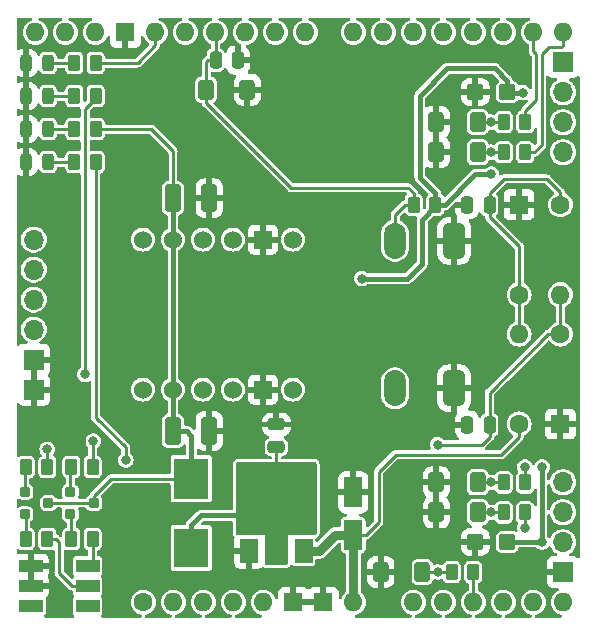
<source format=gbr>
%TF.GenerationSoftware,KiCad,Pcbnew,7.0.1*%
%TF.CreationDate,2023-05-06T15:11:30-03:00*%
%TF.ProjectId,Self_Balancing,53656c66-5f42-4616-9c61-6e63696e672e,rev?*%
%TF.SameCoordinates,Original*%
%TF.FileFunction,Copper,L1,Top*%
%TF.FilePolarity,Positive*%
%FSLAX46Y46*%
G04 Gerber Fmt 4.6, Leading zero omitted, Abs format (unit mm)*
G04 Created by KiCad (PCBNEW 7.0.1) date 2023-05-06 15:11:30*
%MOMM*%
%LPD*%
G01*
G04 APERTURE LIST*
G04 Aperture macros list*
%AMRoundRect*
0 Rectangle with rounded corners*
0 $1 Rounding radius*
0 $2 $3 $4 $5 $6 $7 $8 $9 X,Y pos of 4 corners*
0 Add a 4 corners polygon primitive as box body*
4,1,4,$2,$3,$4,$5,$6,$7,$8,$9,$2,$3,0*
0 Add four circle primitives for the rounded corners*
1,1,$1+$1,$2,$3*
1,1,$1+$1,$4,$5*
1,1,$1+$1,$6,$7*
1,1,$1+$1,$8,$9*
0 Add four rect primitives between the rounded corners*
20,1,$1+$1,$2,$3,$4,$5,0*
20,1,$1+$1,$4,$5,$6,$7,0*
20,1,$1+$1,$6,$7,$8,$9,0*
20,1,$1+$1,$8,$9,$2,$3,0*%
G04 Aperture macros list end*
%TA.AperFunction,SMDPad,CuDef*%
%ADD10RoundRect,0.250000X0.262500X0.450000X-0.262500X0.450000X-0.262500X-0.450000X0.262500X-0.450000X0*%
%TD*%
%TA.AperFunction,SMDPad,CuDef*%
%ADD11RoundRect,0.250000X-0.400000X-0.600000X0.400000X-0.600000X0.400000X0.600000X-0.400000X0.600000X0*%
%TD*%
%TA.AperFunction,ComponentPad*%
%ADD12C,1.600000*%
%TD*%
%TA.AperFunction,ComponentPad*%
%ADD13R,1.600000X1.600000*%
%TD*%
%TA.AperFunction,SMDPad,CuDef*%
%ADD14RoundRect,0.250000X-0.262500X-0.450000X0.262500X-0.450000X0.262500X0.450000X-0.262500X0.450000X0*%
%TD*%
%TA.AperFunction,SMDPad,CuDef*%
%ADD15RoundRect,0.200000X-0.250000X-0.200000X0.250000X-0.200000X0.250000X0.200000X-0.250000X0.200000X0*%
%TD*%
%TA.AperFunction,ComponentPad*%
%ADD16C,1.524000*%
%TD*%
%TA.AperFunction,ComponentPad*%
%ADD17R,1.524000X1.524000*%
%TD*%
%TA.AperFunction,SMDPad,CuDef*%
%ADD18RoundRect,0.250000X0.475000X-0.250000X0.475000X0.250000X-0.475000X0.250000X-0.475000X-0.250000X0*%
%TD*%
%TA.AperFunction,ComponentPad*%
%ADD19O,1.700000X1.700000*%
%TD*%
%TA.AperFunction,ComponentPad*%
%ADD20R,1.700000X1.700000*%
%TD*%
%TA.AperFunction,SMDPad,CuDef*%
%ADD21RoundRect,0.250000X-0.412500X-0.925000X0.412500X-0.925000X0.412500X0.925000X-0.412500X0.925000X0*%
%TD*%
%TA.AperFunction,SMDPad,CuDef*%
%ADD22RoundRect,0.250000X0.400000X0.600000X-0.400000X0.600000X-0.400000X-0.600000X0.400000X-0.600000X0*%
%TD*%
%TA.AperFunction,SMDPad,CuDef*%
%ADD23RoundRect,0.250000X0.250000X0.475000X-0.250000X0.475000X-0.250000X-0.475000X0.250000X-0.475000X0*%
%TD*%
%TA.AperFunction,SMDPad,CuDef*%
%ADD24R,2.000000X1.100000*%
%TD*%
%TA.AperFunction,SMDPad,CuDef*%
%ADD25RoundRect,0.250000X0.450000X0.425000X-0.450000X0.425000X-0.450000X-0.425000X0.450000X-0.425000X0*%
%TD*%
%TA.AperFunction,ComponentPad*%
%ADD26O,1.850000X3.048000*%
%TD*%
%TA.AperFunction,ComponentPad*%
%ADD27RoundRect,0.462500X0.462500X-1.061500X0.462500X1.061500X-0.462500X1.061500X-0.462500X-1.061500X0*%
%TD*%
%TA.AperFunction,SMDPad,CuDef*%
%ADD28RoundRect,0.250000X0.550000X-1.050000X0.550000X1.050000X-0.550000X1.050000X-0.550000X-1.050000X0*%
%TD*%
%TA.AperFunction,ComponentPad*%
%ADD29O,1.600000X1.600000*%
%TD*%
%TA.AperFunction,SMDPad,CuDef*%
%ADD30RoundRect,0.250000X-0.250000X-0.475000X0.250000X-0.475000X0.250000X0.475000X-0.250000X0.475000X0*%
%TD*%
%TA.AperFunction,SMDPad,CuDef*%
%ADD31RoundRect,0.243750X-0.243750X-0.456250X0.243750X-0.456250X0.243750X0.456250X-0.243750X0.456250X0*%
%TD*%
%TA.AperFunction,SMDPad,CuDef*%
%ADD32R,3.000000X3.342000*%
%TD*%
%TA.AperFunction,SMDPad,CuDef*%
%ADD33R,3.000000X3.469000*%
%TD*%
%TA.AperFunction,SMDPad,CuDef*%
%ADD34R,1.500000X2.000000*%
%TD*%
%TA.AperFunction,SMDPad,CuDef*%
%ADD35R,3.800000X2.000000*%
%TD*%
%TA.AperFunction,ViaPad*%
%ADD36C,0.800000*%
%TD*%
%TA.AperFunction,Conductor*%
%ADD37C,0.250000*%
%TD*%
%TA.AperFunction,Conductor*%
%ADD38C,0.800000*%
%TD*%
%TA.AperFunction,Conductor*%
%ADD39C,0.400000*%
%TD*%
G04 APERTURE END LIST*
D10*
%TO.P,R19,1*%
%TO.N,LED_B*%
X136912500Y-115400000D03*
%TO.P,R19,2*%
%TO.N,Net-(Q2-B)*%
X135087500Y-115400000D03*
%TD*%
D11*
%TO.P,D2,1,K*%
%TO.N,ST*%
X146500000Y-83450000D03*
%TO.P,D2,2,A*%
%TO.N,GND*%
X150000000Y-83450000D03*
%TD*%
D12*
%TO.P,R2,1*%
%TO.N,Net-(C1-Pad1)*%
X173000000Y-100810000D03*
D13*
%TO.P,R2,2*%
%TO.N,GND*%
X173000000Y-93190000D03*
%TD*%
D14*
%TO.P,R16,1*%
%TO.N,Net-(D9-K)*%
X171687500Y-86200000D03*
%TO.P,R16,2*%
%TO.N,CH2*%
X173512500Y-86200000D03*
%TD*%
D15*
%TO.P,Q1,1,B*%
%TO.N,Net-(Q1-B)*%
X131150000Y-117500000D03*
%TO.P,Q1,2,E*%
%TO.N,R*%
X131150000Y-119400000D03*
%TO.P,Q1,3,C*%
%TO.N,+3V3*%
X133150000Y-118450000D03*
%TD*%
D10*
%TO.P,R9,1*%
%TO.N,+3V3*%
X165912500Y-93200000D03*
%TO.P,R9,2*%
%TO.N,ST*%
X164087500Y-93200000D03*
%TD*%
D16*
%TO.P,J3,1,Pin_1*%
%TO.N,unconnected-(J3-Pin_1-Pad1)*%
X141150000Y-108850000D03*
%TO.P,J3,2,Pin_2*%
%TO.N,+3V3*%
X143690000Y-108850000D03*
%TO.P,J3,3,Pin_3*%
%TO.N,RX*%
X146230000Y-108850000D03*
%TO.P,J3,4,Pin_4*%
%TO.N,TX*%
X148770000Y-108850000D03*
D17*
%TO.P,J3,5,Pin_5*%
%TO.N,GND*%
X151310000Y-108850000D03*
D16*
%TO.P,J3,6,Pin_6*%
%TO.N,unconnected-(J3-Pin_6-Pad6)*%
X153850000Y-108850000D03*
%TO.P,J3,7,Pin_7*%
%TO.N,unconnected-(J3-Pin_7-Pad7)*%
X153850000Y-96150000D03*
D17*
%TO.P,J3,8,Pin_8*%
%TO.N,GND*%
X151310000Y-96150000D03*
D16*
%TO.P,J3,9,Pin_9*%
%TO.N,SDA*%
X148770000Y-96150000D03*
%TO.P,J3,10,Pin_10*%
%TO.N,SCL*%
X146230000Y-96150000D03*
%TO.P,J3,11,Pin_11*%
%TO.N,+3V3*%
X143690000Y-96150000D03*
%TO.P,J3,12,Pin_12*%
%TO.N,unconnected-(J3-Pin_12-Pad12)*%
X141150000Y-96150000D03*
%TD*%
D18*
%TO.P,C5,1*%
%TO.N,Net-(U1-VO)*%
X152450000Y-113700000D03*
%TO.P,C5,2*%
%TO.N,GND*%
X152450000Y-111800000D03*
%TD*%
D19*
%TO.P,J4,1,Pin_1*%
%TO.N,unconnected-(J4-Pin_1-Pad1)*%
X131900000Y-96150000D03*
%TO.P,J4,2,Pin_2*%
%TO.N,TX*%
X131900000Y-98690000D03*
%TO.P,J4,3,Pin_3*%
%TO.N,RX*%
X131900000Y-101230000D03*
%TO.P,J4,4,Pin_4*%
%TO.N,+3V3*%
X131900000Y-103770000D03*
D20*
%TO.P,J4,5,Pin_5*%
%TO.N,GND*%
X131900000Y-106310000D03*
%TO.P,J4,6,Pin_6*%
X131900000Y-108850000D03*
%TD*%
D21*
%TO.P,C12,1*%
%TO.N,+3V3*%
X143700000Y-92650000D03*
%TO.P,C12,2*%
%TO.N,GND*%
X146775000Y-92650000D03*
%TD*%
D22*
%TO.P,D7,1,K*%
%TO.N,Net-(D7-K)*%
X169500000Y-119250000D03*
%TO.P,D7,2,A*%
%TO.N,GND*%
X166000000Y-119250000D03*
%TD*%
%TO.P,D10,1,K*%
%TO.N,Net-(D10-K)*%
X169500000Y-88750000D03*
%TO.P,D10,2,A*%
%TO.N,GND*%
X166000000Y-88750000D03*
%TD*%
D23*
%TO.P,C2,1*%
%TO.N,Net-(D1-K)*%
X170500000Y-111850000D03*
%TO.P,C2,2*%
%TO.N,GND*%
X168600000Y-111850000D03*
%TD*%
D24*
%TO.P,D11,1,RK*%
%TO.N,GND*%
X131661200Y-123776000D03*
%TO.P,D11,2,GK*%
X131661200Y-125476000D03*
%TO.P,D11,3,BK*%
%TO.N,unconnected-(D11-BK-Pad3)*%
X131661200Y-127176000D03*
%TO.P,D11,4,BA*%
%TO.N,unconnected-(D11-BA-Pad4)*%
X136461200Y-127176000D03*
%TO.P,D11,5,GA*%
%TO.N,Net-(D11-GA)*%
X136461200Y-125476000D03*
%TO.P,D11,6,RA*%
%TO.N,Net-(D11-RA)*%
X136461200Y-123776000D03*
%TD*%
D25*
%TO.P,C10,1*%
%TO.N,+3V3*%
X172000000Y-83650000D03*
%TO.P,C10,2*%
%TO.N,GND*%
X169300000Y-83650000D03*
%TD*%
D26*
%TO.P,SW1,1,1*%
%TO.N,ST*%
X162500000Y-108740000D03*
X162500000Y-96240000D03*
D27*
%TO.P,SW1,2,2*%
%TO.N,GND*%
X167500000Y-108740000D03*
X167500000Y-96240000D03*
%TD*%
D28*
%TO.P,C3,1*%
%TO.N,VDD*%
X158950000Y-121150000D03*
%TO.P,C3,2*%
%TO.N,GND*%
X158950000Y-117550000D03*
%TD*%
D21*
%TO.P,C11,1*%
%TO.N,+3V3*%
X143700000Y-112350000D03*
%TO.P,C11,2*%
%TO.N,GND*%
X146775000Y-112350000D03*
%TD*%
D22*
%TO.P,D8,1,K*%
%TO.N,Net-(D8-K)*%
X169500000Y-116700000D03*
%TO.P,D8,2,A*%
%TO.N,GND*%
X166000000Y-116700000D03*
%TD*%
D12*
%TO.P,A1,1,NC*%
%TO.N,unconnected-(A1-NC-Pad1)*%
X141190000Y-126860000D03*
D29*
%TO.P,A1,2,IOREF*%
%TO.N,IOREF*%
X143730000Y-126860000D03*
%TO.P,A1,3,~{RESET}*%
%TO.N,unconnected-(A1-~{RESET}-Pad3)*%
X146270000Y-126860000D03*
%TO.P,A1,4,3V3*%
%TO.N,unconnected-(A1-3V3-Pad4)*%
X148810000Y-126860000D03*
%TO.P,A1,5,+5V*%
%TO.N,unconnected-(A1-+5V-Pad5)*%
X151350000Y-126860000D03*
D13*
%TO.P,A1,6,GND*%
%TO.N,GND*%
X153890000Y-126860000D03*
%TO.P,A1,7,GND*%
X156430000Y-126860000D03*
D29*
%TO.P,A1,8,VIN*%
%TO.N,VDD*%
X158970000Y-126860000D03*
%TO.P,A1,9,A0*%
%TO.N,unconnected-(A1-A0-Pad9)*%
X164050000Y-126860000D03*
%TO.P,A1,10,A1*%
%TO.N,unconnected-(A1-A1-Pad10)*%
X166590000Y-126860000D03*
%TO.P,A1,11,A2*%
%TO.N,VBAT*%
X169130000Y-126860000D03*
%TO.P,A1,12,A3*%
%TO.N,unconnected-(A1-A3-Pad12)*%
X171670000Y-126860000D03*
%TO.P,A1,13,SDA/A4*%
%TO.N,unconnected-(A1-SDA{slash}A4-Pad13)*%
X174210000Y-126860000D03*
%TO.P,A1,14,SCL/A5*%
%TO.N,unconnected-(A1-SCL{slash}A5-Pad14)*%
X176750000Y-126860000D03*
%TO.P,A1,15,D0/RX*%
%TO.N,CH1*%
X176750000Y-78600000D03*
%TO.P,A1,16,D1/TX*%
%TO.N,CH2*%
X174210000Y-78600000D03*
%TO.P,A1,17,D2*%
%TO.N,CH3*%
X171670000Y-78600000D03*
%TO.P,A1,18,D3*%
%TO.N,CH4*%
X169130000Y-78600000D03*
%TO.P,A1,19,D4*%
%TO.N,unconnected-(A1-D4-Pad19)*%
X166590000Y-78600000D03*
%TO.P,A1,20,D5*%
%TO.N,LED_R*%
X164050000Y-78600000D03*
%TO.P,A1,21,D6*%
%TO.N,LED_B*%
X161510000Y-78600000D03*
%TO.P,A1,22,D7*%
%TO.N,unconnected-(A1-D7-Pad22)*%
X158970000Y-78600000D03*
%TO.P,A1,23,D8*%
%TO.N,unconnected-(A1-D8-Pad23)*%
X154910000Y-78600000D03*
%TO.P,A1,24,D9*%
%TO.N,unconnected-(A1-D9-Pad24)*%
X152370000Y-78600000D03*
%TO.P,A1,25,D10*%
%TO.N,unconnected-(A1-D10-Pad25)*%
X149830000Y-78600000D03*
%TO.P,A1,26,D11*%
%TO.N,ST*%
X147290000Y-78600000D03*
%TO.P,A1,27,D12*%
%TO.N,unconnected-(A1-D12-Pad27)*%
X144750000Y-78600000D03*
%TO.P,A1,28,D13*%
%TO.N,LED_L*%
X142210000Y-78600000D03*
D13*
%TO.P,A1,29,GND*%
%TO.N,GND*%
X139670000Y-78600000D03*
D29*
%TO.P,A1,30,AREF*%
%TO.N,unconnected-(A1-AREF-Pad30)*%
X137130000Y-78600000D03*
%TO.P,A1,31,SDA/A4*%
%TO.N,SDA*%
X134590000Y-78600000D03*
%TO.P,A1,32,SCL/A5*%
%TO.N,SCL*%
X132050000Y-78600000D03*
%TD*%
D30*
%TO.P,C8,1*%
%TO.N,ST*%
X147300000Y-80950000D03*
%TO.P,C8,2*%
%TO.N,GND*%
X149200000Y-80950000D03*
%TD*%
D31*
%TO.P,D6,1,K*%
%TO.N,GND*%
X131250000Y-81200000D03*
%TO.P,D6,2,A*%
%TO.N,Net-(D6-A)*%
X133125000Y-81200000D03*
%TD*%
D10*
%TO.P,R13,1*%
%TO.N,LED_L*%
X137164000Y-81200000D03*
%TO.P,R13,2*%
%TO.N,Net-(D6-A)*%
X135339000Y-81200000D03*
%TD*%
D14*
%TO.P,R14,1*%
%TO.N,Net-(D7-K)*%
X171687500Y-119250000D03*
%TO.P,R14,2*%
%TO.N,CH4*%
X173512500Y-119250000D03*
%TD*%
D25*
%TO.P,C9,1*%
%TO.N,+3V3*%
X172000000Y-121750000D03*
%TO.P,C9,2*%
%TO.N,GND*%
X169300000Y-121750000D03*
%TD*%
D31*
%TO.P,D5,1,K*%
%TO.N,GND*%
X131250000Y-83994000D03*
%TO.P,D5,2,A*%
%TO.N,Net-(D5-A)*%
X133125000Y-83994000D03*
%TD*%
D10*
%TO.P,R11,1*%
%TO.N,+3V3*%
X137164000Y-86788000D03*
%TO.P,R11,2*%
%TO.N,Net-(D4-A)*%
X135339000Y-86788000D03*
%TD*%
%TO.P,R12,1*%
%TO.N,IOREF*%
X137164000Y-83994000D03*
%TO.P,R12,2*%
%TO.N,Net-(D5-A)*%
X135339000Y-83994000D03*
%TD*%
D12*
%TO.P,R3,1*%
%TO.N,Net-(C1-Pad1)*%
X176500000Y-93190000D03*
D29*
%TO.P,R3,2*%
%TO.N,Net-(D1-K)*%
X176500000Y-100810000D03*
%TD*%
D15*
%TO.P,Q2,1,B*%
%TO.N,Net-(Q2-B)*%
X135000000Y-117500000D03*
%TO.P,Q2,2,E*%
%TO.N,B*%
X135000000Y-119400000D03*
%TO.P,Q2,3,C*%
%TO.N,+3V3*%
X137000000Y-118450000D03*
%TD*%
D31*
%TO.P,D4,1,K*%
%TO.N,GND*%
X131250000Y-86788000D03*
%TO.P,D4,2,A*%
%TO.N,Net-(D4-A)*%
X133125000Y-86788000D03*
%TD*%
D32*
%TO.P,F1,1*%
%TO.N,Net-(U1-VO)*%
X145250000Y-122251000D03*
D33*
%TO.P,F1,2*%
%TO.N,+3V3*%
X145250000Y-116385500D03*
%TD*%
D10*
%TO.P,R20,1*%
%TO.N,Net-(D11-RA)*%
X136912500Y-121500000D03*
%TO.P,R20,2*%
%TO.N,B*%
X135087500Y-121500000D03*
%TD*%
D20*
%TO.P,J2,1,Pin_1*%
%TO.N,GND*%
X176733200Y-81127600D03*
D19*
%TO.P,J2,2,Pin_2*%
%TO.N,+3V3*%
X176733200Y-83667600D03*
%TO.P,J2,3,Pin_3*%
%TO.N,Net-(D9-K)*%
X176733200Y-86207600D03*
%TO.P,J2,4,Pin_4*%
%TO.N,Net-(D10-K)*%
X176733200Y-88747600D03*
%TD*%
D10*
%TO.P,R21,1*%
%TO.N,Net-(D11-GA)*%
X133062500Y-121500000D03*
%TO.P,R21,2*%
%TO.N,R*%
X131237500Y-121500000D03*
%TD*%
D23*
%TO.P,C1,1*%
%TO.N,Net-(C1-Pad1)*%
X170500000Y-93200000D03*
%TO.P,C1,2*%
%TO.N,GND*%
X168600000Y-93200000D03*
%TD*%
D34*
%TO.P,U1,1,GND*%
%TO.N,GND*%
X150150000Y-122500000D03*
%TO.P,U1,2,VO*%
%TO.N,Net-(U1-VO)*%
X152450000Y-122500000D03*
D35*
X152450000Y-116200000D03*
D34*
%TO.P,U1,3,VI*%
%TO.N,VDD*%
X154750000Y-122500000D03*
%TD*%
D22*
%TO.P,D1,1,K*%
%TO.N,Net-(D1-K)*%
X164800000Y-124300000D03*
%TO.P,D1,2,A*%
%TO.N,GND*%
X161300000Y-124300000D03*
%TD*%
D14*
%TO.P,R15,1*%
%TO.N,Net-(D8-K)*%
X171687500Y-116700000D03*
%TO.P,R15,2*%
%TO.N,CH3*%
X173512500Y-116700000D03*
%TD*%
D10*
%TO.P,R10,1*%
%TO.N,VDD*%
X137164000Y-89582000D03*
%TO.P,R10,2*%
%TO.N,Net-(D3-A)*%
X135339000Y-89582000D03*
%TD*%
%TO.P,R18,1*%
%TO.N,LED_R*%
X133062500Y-115400000D03*
%TO.P,R18,2*%
%TO.N,Net-(Q1-B)*%
X131237500Y-115400000D03*
%TD*%
D12*
%TO.P,R1,1*%
%TO.N,VDD*%
X173000000Y-111760000D03*
D29*
%TO.P,R1,2*%
%TO.N,Net-(C1-Pad1)*%
X173000000Y-104140000D03*
%TD*%
D22*
%TO.P,D9,1,K*%
%TO.N,Net-(D9-K)*%
X169500000Y-86200000D03*
%TO.P,D9,2,A*%
%TO.N,GND*%
X166000000Y-86200000D03*
%TD*%
D14*
%TO.P,R5,1*%
%TO.N,Net-(D1-K)*%
X167287500Y-124300000D03*
%TO.P,R5,2*%
%TO.N,VBAT*%
X169112500Y-124300000D03*
%TD*%
D12*
%TO.P,R4,1*%
%TO.N,Net-(D1-K)*%
X176500000Y-104140000D03*
D13*
%TO.P,R4,2*%
%TO.N,GND*%
X176500000Y-111760000D03*
%TD*%
D20*
%TO.P,J1,1,Pin_1*%
%TO.N,GND*%
X176733200Y-124307600D03*
D19*
%TO.P,J1,2,Pin_2*%
%TO.N,+3V3*%
X176733200Y-121767600D03*
%TO.P,J1,3,Pin_3*%
%TO.N,Net-(D7-K)*%
X176733200Y-119227600D03*
%TO.P,J1,4,Pin_4*%
%TO.N,Net-(D8-K)*%
X176733200Y-116687600D03*
%TD*%
D31*
%TO.P,D3,1,K*%
%TO.N,GND*%
X131250000Y-89582000D03*
%TO.P,D3,2,A*%
%TO.N,Net-(D3-A)*%
X133125000Y-89582000D03*
%TD*%
D14*
%TO.P,R17,1*%
%TO.N,Net-(D10-K)*%
X171687500Y-88750000D03*
%TO.P,R17,2*%
%TO.N,CH1*%
X173512500Y-88750000D03*
%TD*%
D36*
%TO.N,IOREF*%
X136250000Y-107550000D03*
%TO.N,GND*%
X156400000Y-125100000D03*
X153900000Y-125100000D03*
X167450000Y-98750000D03*
X170650000Y-123050000D03*
X148100000Y-122500000D03*
X150650000Y-111800000D03*
X151300000Y-110550000D03*
X150150000Y-125100000D03*
X133900000Y-106300000D03*
X139700000Y-80400000D03*
X173600000Y-81100000D03*
X134050000Y-127200000D03*
X133900000Y-108850000D03*
X148450000Y-112350000D03*
X151300000Y-94450000D03*
X175000000Y-124300000D03*
X167600000Y-83600000D03*
%TO.N,VDD*%
X139700000Y-114800000D03*
%TO.N,CH3*%
X173500000Y-115400000D03*
%TO.N,CH4*%
X173500000Y-120550000D03*
%TO.N,LED_R*%
X133050000Y-113900000D03*
%TO.N,LED_B*%
X136950000Y-113200000D03*
%TO.N,Net-(D1-K)*%
X166100000Y-113500000D03*
X166100000Y-124300000D03*
%TO.N,Net-(D7-K)*%
X170650000Y-119250000D03*
%TO.N,Net-(D8-K)*%
X170650000Y-116700000D03*
%TO.N,Net-(D9-K)*%
X170650000Y-86200000D03*
%TO.N,Net-(D10-K)*%
X170650000Y-88750000D03*
%TO.N,+3V3*%
X159700000Y-99450000D03*
X174950000Y-115400000D03*
X170650000Y-90600000D03*
X173300000Y-83700000D03*
X174950000Y-121767600D03*
%TO.N,Net-(U1-VO)*%
X150000000Y-116500000D03*
X155000000Y-117500000D03*
X150000000Y-119500000D03*
X155000000Y-116500000D03*
X150000000Y-118500000D03*
X155000000Y-120500000D03*
X155000000Y-119500000D03*
X150000000Y-115500000D03*
X150000000Y-117500000D03*
X150000000Y-120500000D03*
X155000000Y-118500000D03*
X155000000Y-115500000D03*
%TD*%
D37*
%TO.N,IOREF*%
X137164000Y-84136000D02*
X137164000Y-83994000D01*
X136250000Y-107550000D02*
X136250000Y-85050000D01*
X136250000Y-85050000D02*
X137164000Y-84136000D01*
%TO.N,VDD*%
X158970000Y-121170000D02*
X158950000Y-121150000D01*
D38*
X157450000Y-121150000D02*
X158950000Y-121150000D01*
D37*
X139700000Y-114800000D02*
X139700000Y-113750000D01*
X160050000Y-121150000D02*
X161100000Y-120100000D01*
D38*
X154750000Y-122500000D02*
X156100000Y-122500000D01*
D37*
X173000000Y-112850000D02*
X173000000Y-111760000D01*
X139700000Y-113750000D02*
X137164000Y-111214000D01*
X161100000Y-115800000D02*
X162550000Y-114350000D01*
X158950000Y-121150000D02*
X160050000Y-121150000D01*
X161100000Y-120100000D02*
X161100000Y-115800000D01*
X162550000Y-114350000D02*
X171500000Y-114350000D01*
X171500000Y-114350000D02*
X173000000Y-112850000D01*
X137164000Y-111214000D02*
X137164000Y-89582000D01*
D38*
X156100000Y-122500000D02*
X157450000Y-121150000D01*
X158970000Y-126860000D02*
X158970000Y-121170000D01*
D37*
%TO.N,VBAT*%
X169130000Y-126860000D02*
X169130000Y-124317500D01*
X169130000Y-124317500D02*
X169112500Y-124300000D01*
%TO.N,CH1*%
X176750000Y-78600000D02*
X176750000Y-79650000D01*
X175550000Y-79800000D02*
X174900000Y-80450000D01*
X176600000Y-79800000D02*
X175550000Y-79800000D01*
X174900000Y-80450000D02*
X174900000Y-88150000D01*
X176750000Y-79650000D02*
X176600000Y-79800000D01*
X174300000Y-88750000D02*
X173512500Y-88750000D01*
X174900000Y-88150000D02*
X174300000Y-88750000D01*
%TO.N,CH2*%
X174450000Y-84300000D02*
X173512500Y-85237500D01*
X174210000Y-80210000D02*
X174450000Y-80450000D01*
X174210000Y-78600000D02*
X174210000Y-80210000D01*
X173512500Y-85237500D02*
X173512500Y-86200000D01*
X174450000Y-80450000D02*
X174450000Y-84300000D01*
%TO.N,CH3*%
X173500000Y-116687500D02*
X173512500Y-116700000D01*
X173500000Y-115400000D02*
X173500000Y-116687500D01*
%TO.N,CH4*%
X173500000Y-120550000D02*
X173500000Y-119262500D01*
X173500000Y-119262500D02*
X173512500Y-119250000D01*
%TO.N,LED_R*%
X133062500Y-113912500D02*
X133050000Y-113900000D01*
X133062500Y-115400000D02*
X133062500Y-113912500D01*
%TO.N,LED_B*%
X136950000Y-113200000D02*
X136912500Y-113237500D01*
X136912500Y-113237500D02*
X136912500Y-115400000D01*
%TO.N,ST*%
X162500000Y-94050000D02*
X163350000Y-93200000D01*
X146500000Y-83450000D02*
X146500000Y-81150000D01*
X163350000Y-93200000D02*
X164087500Y-93200000D01*
X147300000Y-78610000D02*
X147290000Y-78600000D01*
X146700000Y-80950000D02*
X147300000Y-80950000D01*
X146500000Y-84550000D02*
X146500000Y-83450000D01*
X162500000Y-96240000D02*
X162500000Y-94050000D01*
X147300000Y-80950000D02*
X147300000Y-78610000D01*
X146500000Y-81150000D02*
X146700000Y-80950000D01*
X163600000Y-91750000D02*
X153700000Y-91750000D01*
X153700000Y-91750000D02*
X146500000Y-84550000D01*
X164087500Y-93200000D02*
X164087500Y-92237500D01*
X164087500Y-92237500D02*
X163600000Y-91750000D01*
%TO.N,LED_L*%
X142210000Y-79690000D02*
X142210000Y-78600000D01*
X137164000Y-81200000D02*
X140700000Y-81200000D01*
X140700000Y-81200000D02*
X142210000Y-79690000D01*
%TO.N,Net-(C1-Pad1)*%
X170500000Y-94200000D02*
X170500000Y-93200000D01*
X176500000Y-92150000D02*
X176500000Y-93190000D01*
X170500000Y-92215000D02*
X171715000Y-91000000D01*
X173000000Y-100810000D02*
X173000000Y-104140000D01*
X173000000Y-96700000D02*
X170500000Y-94200000D01*
X170500000Y-93200000D02*
X170500000Y-92215000D01*
X171715000Y-91000000D02*
X175350000Y-91000000D01*
X173000000Y-100810000D02*
X173000000Y-96700000D01*
X175350000Y-91000000D02*
X176500000Y-92150000D01*
%TO.N,Net-(D1-K)*%
X166100000Y-124300000D02*
X164800000Y-124300000D01*
X176500000Y-100810000D02*
X176500000Y-104140000D01*
X167287500Y-124300000D02*
X166100000Y-124300000D01*
X169850000Y-113500000D02*
X170500000Y-112850000D01*
X170500000Y-112850000D02*
X170500000Y-111850000D01*
X170500000Y-111850000D02*
X170500000Y-109100000D01*
X175460000Y-104140000D02*
X176500000Y-104140000D01*
X170500000Y-109100000D02*
X175460000Y-104140000D01*
X166100000Y-113500000D02*
X169850000Y-113500000D01*
%TO.N,Net-(D3-A)*%
X135339000Y-89582000D02*
X133125000Y-89582000D01*
%TO.N,Net-(D4-A)*%
X133125000Y-86788000D02*
X135339000Y-86788000D01*
%TO.N,Net-(D5-A)*%
X133125000Y-83994000D02*
X135339000Y-83994000D01*
%TO.N,Net-(D6-A)*%
X133125000Y-81200000D02*
X135339000Y-81200000D01*
%TO.N,Net-(D7-K)*%
X169500000Y-119250000D02*
X170650000Y-119250000D01*
X170650000Y-119250000D02*
X171687500Y-119250000D01*
%TO.N,Net-(D8-K)*%
X169500000Y-116700000D02*
X170650000Y-116700000D01*
X170650000Y-116700000D02*
X171687500Y-116700000D01*
%TO.N,Net-(D9-K)*%
X169500000Y-86200000D02*
X170650000Y-86200000D01*
X170650000Y-86200000D02*
X171687500Y-86200000D01*
%TO.N,Net-(D10-K)*%
X170650000Y-88750000D02*
X171687500Y-88750000D01*
X170650000Y-88750000D02*
X169500000Y-88750000D01*
%TO.N,R*%
X131237500Y-121500000D02*
X131237500Y-119487500D01*
X131237500Y-119487500D02*
X131150000Y-119400000D01*
%TO.N,B*%
X135087500Y-119487500D02*
X135000000Y-119400000D01*
X135087500Y-121500000D02*
X135087500Y-119487500D01*
%TO.N,+3V3*%
X172050000Y-83700000D02*
X172000000Y-83650000D01*
X133150000Y-118450000D02*
X137000000Y-118450000D01*
D39*
X170650000Y-90600000D02*
X169300000Y-90600000D01*
X143690000Y-96150000D02*
X143690000Y-92660000D01*
D37*
X137164000Y-86788000D02*
X141838000Y-86788000D01*
D39*
X174932400Y-121750000D02*
X172000000Y-121750000D01*
X164800000Y-98200000D02*
X164800000Y-94450000D01*
D37*
X138464500Y-116385500D02*
X145250000Y-116385500D01*
D39*
X145250000Y-112750000D02*
X144850000Y-112350000D01*
X165912500Y-92212500D02*
X165912500Y-93200000D01*
X143690000Y-108850000D02*
X143690000Y-112340000D01*
X166900000Y-81650000D02*
X164600000Y-83950000D01*
X143690000Y-92660000D02*
X143700000Y-92650000D01*
D37*
X137000000Y-117850000D02*
X138464500Y-116385500D01*
D39*
X144850000Y-112350000D02*
X143700000Y-112350000D01*
D37*
X143700000Y-88650000D02*
X143700000Y-92650000D01*
D39*
X145250000Y-116385500D02*
X145250000Y-112750000D01*
X164600000Y-90900000D02*
X165912500Y-92212500D01*
X174950000Y-121767600D02*
X174932400Y-121750000D01*
X173300000Y-83700000D02*
X172050000Y-83700000D01*
X172000000Y-83650000D02*
X172000000Y-82700000D01*
X164600000Y-83950000D02*
X164600000Y-90900000D01*
D37*
X141838000Y-86788000D02*
X143700000Y-88650000D01*
D39*
X170950000Y-81650000D02*
X166900000Y-81650000D01*
X172000000Y-82700000D02*
X170950000Y-81650000D01*
X159700000Y-99450000D02*
X163550000Y-99450000D01*
X164800000Y-94450000D02*
X165912500Y-93337500D01*
X163550000Y-99450000D02*
X164800000Y-98200000D01*
X143690000Y-112340000D02*
X143700000Y-112350000D01*
D37*
X137000000Y-118450000D02*
X137000000Y-117850000D01*
D39*
X166700000Y-93200000D02*
X165912500Y-93200000D01*
X174950000Y-121767600D02*
X174950000Y-115400000D01*
X143690000Y-108850000D02*
X143690000Y-96150000D01*
X169300000Y-90600000D02*
X166700000Y-93200000D01*
X165912500Y-93337500D02*
X165912500Y-93200000D01*
D37*
%TO.N,Net-(Q1-B)*%
X131150000Y-117500000D02*
X131150000Y-115487500D01*
X131150000Y-115487500D02*
X131237500Y-115400000D01*
%TO.N,Net-(Q2-B)*%
X135000000Y-115487500D02*
X135087500Y-115400000D01*
X135000000Y-117500000D02*
X135000000Y-115487500D01*
%TO.N,Net-(D11-GA)*%
X134050000Y-124350000D02*
X135176000Y-125476000D01*
X133800000Y-121500000D02*
X134050000Y-121750000D01*
X134050000Y-121750000D02*
X134050000Y-124350000D01*
X135176000Y-125476000D02*
X136461200Y-125476000D01*
X133062500Y-121500000D02*
X133800000Y-121500000D01*
%TO.N,Net-(D11-RA)*%
X136912500Y-121500000D02*
X136912500Y-123324700D01*
X136912500Y-123324700D02*
X136461200Y-123776000D01*
D39*
%TO.N,Net-(U1-VO)*%
X145250000Y-120300000D02*
X146050000Y-119500000D01*
X145250000Y-122251000D02*
X145250000Y-120300000D01*
D37*
X152450000Y-116200000D02*
X152450000Y-113700000D01*
D39*
X146050000Y-119500000D02*
X150000000Y-119500000D01*
%TD*%
%TA.AperFunction,Conductor*%
%TO.N,GND*%
G36*
X131741731Y-77374381D02*
G01*
X131788226Y-77427749D01*
X131798612Y-77497764D01*
X131769611Y-77562331D01*
X131710377Y-77601073D01*
X131644508Y-77621055D01*
X131644505Y-77621056D01*
X131461317Y-77718972D01*
X131300747Y-77850747D01*
X131168972Y-78011317D01*
X131071056Y-78194505D01*
X131071055Y-78194507D01*
X131071055Y-78194508D01*
X131023888Y-78350000D01*
X131010757Y-78393286D01*
X130990397Y-78599999D01*
X131010757Y-78806713D01*
X131010757Y-78806715D01*
X131010758Y-78806718D01*
X131071055Y-79005492D01*
X131071056Y-79005494D01*
X131168972Y-79188682D01*
X131300747Y-79349252D01*
X131437228Y-79461258D01*
X131461317Y-79481027D01*
X131644508Y-79578945D01*
X131843282Y-79639242D01*
X132050000Y-79659602D01*
X132256718Y-79639242D01*
X132455492Y-79578945D01*
X132638683Y-79481027D01*
X132799252Y-79349252D01*
X132931027Y-79188683D01*
X133028945Y-79005492D01*
X133089242Y-78806718D01*
X133109602Y-78600000D01*
X133089242Y-78393282D01*
X133028945Y-78194508D01*
X132931027Y-78011317D01*
X132799252Y-77850747D01*
X132638682Y-77718972D01*
X132455494Y-77621056D01*
X132455493Y-77621055D01*
X132455492Y-77621055D01*
X132389622Y-77601073D01*
X132330389Y-77562331D01*
X132301388Y-77497764D01*
X132311774Y-77427749D01*
X132358269Y-77374381D01*
X132426200Y-77354500D01*
X134213800Y-77354500D01*
X134281731Y-77374381D01*
X134328226Y-77427749D01*
X134338612Y-77497764D01*
X134309611Y-77562331D01*
X134250377Y-77601073D01*
X134184508Y-77621055D01*
X134184505Y-77621056D01*
X134001317Y-77718972D01*
X133840747Y-77850747D01*
X133708972Y-78011317D01*
X133611056Y-78194505D01*
X133611055Y-78194507D01*
X133611055Y-78194508D01*
X133563888Y-78350000D01*
X133550757Y-78393286D01*
X133530397Y-78599999D01*
X133550757Y-78806713D01*
X133550757Y-78806715D01*
X133550758Y-78806718D01*
X133611055Y-79005492D01*
X133611056Y-79005494D01*
X133708972Y-79188682D01*
X133840747Y-79349252D01*
X133977228Y-79461258D01*
X134001317Y-79481027D01*
X134184508Y-79578945D01*
X134383282Y-79639242D01*
X134590000Y-79659602D01*
X134796718Y-79639242D01*
X134995492Y-79578945D01*
X135178683Y-79481027D01*
X135339252Y-79349252D01*
X135471027Y-79188683D01*
X135568945Y-79005492D01*
X135629242Y-78806718D01*
X135649602Y-78600000D01*
X135629242Y-78393282D01*
X135568945Y-78194508D01*
X135471027Y-78011317D01*
X135339252Y-77850747D01*
X135178682Y-77718972D01*
X134995494Y-77621056D01*
X134995493Y-77621055D01*
X134995492Y-77621055D01*
X134929622Y-77601073D01*
X134870389Y-77562331D01*
X134841388Y-77497764D01*
X134851774Y-77427749D01*
X134898269Y-77374381D01*
X134966200Y-77354500D01*
X136753800Y-77354500D01*
X136821731Y-77374381D01*
X136868226Y-77427749D01*
X136878612Y-77497764D01*
X136849611Y-77562331D01*
X136790377Y-77601073D01*
X136724508Y-77621055D01*
X136724505Y-77621056D01*
X136541317Y-77718972D01*
X136380747Y-77850747D01*
X136248972Y-78011317D01*
X136151056Y-78194505D01*
X136151055Y-78194507D01*
X136151055Y-78194508D01*
X136103888Y-78350000D01*
X136090757Y-78393286D01*
X136070397Y-78599999D01*
X136090757Y-78806713D01*
X136090757Y-78806715D01*
X136090758Y-78806718D01*
X136151055Y-79005492D01*
X136151056Y-79005494D01*
X136248972Y-79188682D01*
X136380747Y-79349252D01*
X136517228Y-79461258D01*
X136541317Y-79481027D01*
X136724508Y-79578945D01*
X136923282Y-79639242D01*
X137130000Y-79659602D01*
X137336718Y-79639242D01*
X137535492Y-79578945D01*
X137718683Y-79481027D01*
X137879252Y-79349252D01*
X138011027Y-79188683D01*
X138108945Y-79005492D01*
X138123426Y-78957752D01*
X138162169Y-78898520D01*
X138226736Y-78869519D01*
X138296751Y-78879905D01*
X138350119Y-78926400D01*
X138370000Y-78994331D01*
X138370000Y-79447828D01*
X138376402Y-79507375D01*
X138426646Y-79642088D01*
X138512810Y-79757189D01*
X138627911Y-79843353D01*
X138762624Y-79893597D01*
X138822172Y-79900000D01*
X139420000Y-79900000D01*
X139420000Y-78476000D01*
X139436881Y-78413000D01*
X139483000Y-78366881D01*
X139546000Y-78350000D01*
X139794000Y-78350000D01*
X139857000Y-78366881D01*
X139903119Y-78413000D01*
X139920000Y-78476000D01*
X139920000Y-79900000D01*
X140517828Y-79900000D01*
X140577375Y-79893597D01*
X140712088Y-79843353D01*
X140827189Y-79757189D01*
X140913353Y-79642088D01*
X140963597Y-79507375D01*
X140970000Y-79447828D01*
X140970000Y-78994331D01*
X140989881Y-78926400D01*
X141043249Y-78879905D01*
X141113264Y-78869519D01*
X141177831Y-78898520D01*
X141216573Y-78957752D01*
X141231055Y-79005492D01*
X141231056Y-79005494D01*
X141328972Y-79188682D01*
X141460747Y-79349252D01*
X141621317Y-79481027D01*
X141641548Y-79491841D01*
X141685168Y-79530411D01*
X141706788Y-79584475D01*
X141701793Y-79642487D01*
X141671247Y-79692058D01*
X140579711Y-80783595D01*
X140538834Y-80810909D01*
X140490616Y-80820500D01*
X138056946Y-80820500D01*
X137997880Y-80805798D01*
X137952598Y-80765122D01*
X137931668Y-80707966D01*
X137926445Y-80659384D01*
X137924540Y-80641658D01*
X137873842Y-80505733D01*
X137858872Y-80485735D01*
X137786904Y-80389595D01*
X137670768Y-80302658D01*
X137534839Y-80251959D01*
X137474755Y-80245500D01*
X136853242Y-80245500D01*
X136793161Y-80251959D01*
X136657231Y-80302658D01*
X136541095Y-80389595D01*
X136454158Y-80505731D01*
X136403459Y-80641660D01*
X136397000Y-80701744D01*
X136397000Y-81698257D01*
X136403459Y-81758338D01*
X136403459Y-81758340D01*
X136403460Y-81758342D01*
X136405291Y-81763250D01*
X136454158Y-81894268D01*
X136541095Y-82010404D01*
X136657231Y-82097341D01*
X136657232Y-82097341D01*
X136657233Y-82097342D01*
X136793158Y-82148040D01*
X136853245Y-82154500D01*
X137474754Y-82154499D01*
X137474757Y-82154499D01*
X137500505Y-82151730D01*
X137534842Y-82148040D01*
X137670767Y-82097342D01*
X137786904Y-82010404D01*
X137873842Y-81894267D01*
X137924540Y-81758342D01*
X137931000Y-81698255D01*
X137931000Y-81698253D01*
X137931669Y-81692031D01*
X137952600Y-81634876D01*
X137997882Y-81594202D01*
X138056947Y-81579500D01*
X140647574Y-81579500D01*
X140673431Y-81582181D01*
X140684100Y-81584419D01*
X140715796Y-81580468D01*
X140731382Y-81579500D01*
X140731440Y-81579500D01*
X140731443Y-81579500D01*
X140752194Y-81576036D01*
X140757243Y-81575300D01*
X140809783Y-81568752D01*
X140809788Y-81568749D01*
X140817782Y-81567753D01*
X140817842Y-81567734D01*
X140824926Y-81563900D01*
X140824927Y-81563900D01*
X140871411Y-81538742D01*
X140876043Y-81536359D01*
X140923568Y-81513126D01*
X140923568Y-81513125D01*
X140930807Y-81509587D01*
X140930854Y-81509552D01*
X140972130Y-81464714D01*
X140975713Y-81460979D01*
X142441276Y-79995416D01*
X142461457Y-79979029D01*
X142470582Y-79973068D01*
X142490201Y-79947859D01*
X142500546Y-79936147D01*
X142500580Y-79936114D01*
X142512774Y-79919033D01*
X142515880Y-79914867D01*
X142548375Y-79873119D01*
X142548375Y-79873116D01*
X142553321Y-79866763D01*
X142553355Y-79866698D01*
X142555653Y-79858980D01*
X142570746Y-79808276D01*
X142572312Y-79803388D01*
X142589500Y-79753327D01*
X142589500Y-79753324D01*
X142592110Y-79745722D01*
X142592123Y-79745633D01*
X142590808Y-79713835D01*
X142589608Y-79684800D01*
X142589500Y-79679594D01*
X142589500Y-79668360D01*
X142607426Y-79603583D01*
X142656104Y-79557238D01*
X142734255Y-79515464D01*
X142798683Y-79481027D01*
X142959252Y-79349252D01*
X143091027Y-79188683D01*
X143188945Y-79005492D01*
X143249242Y-78806718D01*
X143269602Y-78600000D01*
X143249242Y-78393282D01*
X143188945Y-78194508D01*
X143091027Y-78011317D01*
X142959252Y-77850747D01*
X142798682Y-77718972D01*
X142615494Y-77621056D01*
X142615493Y-77621055D01*
X142615492Y-77621055D01*
X142549622Y-77601073D01*
X142490389Y-77562331D01*
X142461388Y-77497764D01*
X142471774Y-77427749D01*
X142518269Y-77374381D01*
X142586200Y-77354500D01*
X144373800Y-77354500D01*
X144441731Y-77374381D01*
X144488226Y-77427749D01*
X144498612Y-77497764D01*
X144469611Y-77562331D01*
X144410377Y-77601073D01*
X144344508Y-77621055D01*
X144344505Y-77621056D01*
X144161317Y-77718972D01*
X144000747Y-77850747D01*
X143868972Y-78011317D01*
X143771056Y-78194505D01*
X143771055Y-78194507D01*
X143771055Y-78194508D01*
X143723888Y-78350000D01*
X143710757Y-78393286D01*
X143690397Y-78599999D01*
X143710757Y-78806713D01*
X143710757Y-78806715D01*
X143710758Y-78806718D01*
X143771055Y-79005492D01*
X143771056Y-79005494D01*
X143868972Y-79188682D01*
X144000747Y-79349252D01*
X144137228Y-79461258D01*
X144161317Y-79481027D01*
X144344508Y-79578945D01*
X144543282Y-79639242D01*
X144750000Y-79659602D01*
X144956718Y-79639242D01*
X145155492Y-79578945D01*
X145338683Y-79481027D01*
X145499252Y-79349252D01*
X145631027Y-79188683D01*
X145728945Y-79005492D01*
X145789242Y-78806718D01*
X145809602Y-78600000D01*
X145789242Y-78393282D01*
X145728945Y-78194508D01*
X145631027Y-78011317D01*
X145499252Y-77850747D01*
X145338682Y-77718972D01*
X145155494Y-77621056D01*
X145155493Y-77621055D01*
X145155492Y-77621055D01*
X145089622Y-77601073D01*
X145030389Y-77562331D01*
X145001388Y-77497764D01*
X145011774Y-77427749D01*
X145058269Y-77374381D01*
X145126200Y-77354500D01*
X146913800Y-77354500D01*
X146981731Y-77374381D01*
X147028226Y-77427749D01*
X147038612Y-77497764D01*
X147009611Y-77562331D01*
X146950377Y-77601073D01*
X146884508Y-77621055D01*
X146884505Y-77621056D01*
X146701317Y-77718972D01*
X146540747Y-77850747D01*
X146408972Y-78011317D01*
X146311056Y-78194505D01*
X146311055Y-78194507D01*
X146311055Y-78194508D01*
X146263888Y-78350000D01*
X146250757Y-78393286D01*
X146230397Y-78599999D01*
X146250757Y-78806713D01*
X146250757Y-78806715D01*
X146250758Y-78806718D01*
X146311055Y-79005492D01*
X146311056Y-79005494D01*
X146408972Y-79188682D01*
X146540747Y-79349252D01*
X146677228Y-79461258D01*
X146701317Y-79481027D01*
X146853897Y-79562583D01*
X146902574Y-79608927D01*
X146920500Y-79673704D01*
X146920500Y-79897368D01*
X146910327Y-79946967D01*
X146881451Y-79988558D01*
X146838534Y-80015423D01*
X146805733Y-80027657D01*
X146689595Y-80114595D01*
X146602658Y-80230731D01*
X146551959Y-80366660D01*
X146545500Y-80426745D01*
X146545500Y-80524456D01*
X146526385Y-80591177D01*
X146474838Y-80637653D01*
X146469220Y-80640399D01*
X146469127Y-80640468D01*
X146427868Y-80685285D01*
X146424265Y-80689039D01*
X146268724Y-80844580D01*
X146248550Y-80860964D01*
X146239419Y-80866930D01*
X146219792Y-80892146D01*
X146209463Y-80903842D01*
X146209418Y-80903886D01*
X146197212Y-80920981D01*
X146194105Y-80925148D01*
X146156691Y-80973218D01*
X146156638Y-80973322D01*
X146139259Y-81031695D01*
X146137672Y-81036650D01*
X146117888Y-81094281D01*
X146117875Y-81094369D01*
X146120392Y-81155214D01*
X146120500Y-81160421D01*
X146120500Y-82224928D01*
X146105798Y-82283993D01*
X146065124Y-82329275D01*
X146007968Y-82350206D01*
X145991661Y-82351959D01*
X145855731Y-82402658D01*
X145739595Y-82489595D01*
X145652658Y-82605731D01*
X145601959Y-82741660D01*
X145595500Y-82801744D01*
X145595500Y-84098257D01*
X145601959Y-84158338D01*
X145652658Y-84294268D01*
X145739595Y-84410404D01*
X145855731Y-84497341D01*
X145855732Y-84497341D01*
X145855733Y-84497342D01*
X145991658Y-84548040D01*
X146019806Y-84551066D01*
X146072588Y-84569168D01*
X146112377Y-84608289D01*
X146131369Y-84660757D01*
X146132240Y-84667751D01*
X146132276Y-84667861D01*
X146161255Y-84721410D01*
X146163638Y-84726039D01*
X146190406Y-84780793D01*
X146190461Y-84780866D01*
X146235284Y-84822130D01*
X146239041Y-84825735D01*
X153394581Y-91981275D01*
X153410968Y-92001453D01*
X153415006Y-92007635D01*
X153416932Y-92010582D01*
X153442141Y-92030203D01*
X153453842Y-92040537D01*
X153453881Y-92040576D01*
X153453884Y-92040578D01*
X153453887Y-92040581D01*
X153470999Y-92052799D01*
X153475142Y-92055889D01*
X153523234Y-92093320D01*
X153523296Y-92093352D01*
X153531017Y-92095650D01*
X153531021Y-92095653D01*
X153581743Y-92110752D01*
X153586607Y-92112311D01*
X153636673Y-92129500D01*
X153636675Y-92129500D01*
X153644280Y-92132111D01*
X153644369Y-92132124D01*
X153652408Y-92131791D01*
X153652410Y-92131792D01*
X153702002Y-92129741D01*
X153705225Y-92129608D01*
X153710431Y-92129500D01*
X163390615Y-92129500D01*
X163438833Y-92139091D01*
X163479710Y-92166405D01*
X163498058Y-92184753D01*
X163532083Y-92247065D01*
X163527019Y-92317880D01*
X163484472Y-92374716D01*
X163464596Y-92389594D01*
X163377658Y-92505731D01*
X163326959Y-92641660D01*
X163320500Y-92701745D01*
X163320500Y-92713348D01*
X163301337Y-92780145D01*
X163249677Y-92826624D01*
X163249328Y-92826794D01*
X163232081Y-92832306D01*
X163178583Y-92861258D01*
X163173955Y-92863641D01*
X163119217Y-92890401D01*
X163119127Y-92890468D01*
X163077868Y-92935285D01*
X163074265Y-92939039D01*
X162268724Y-93744580D01*
X162248550Y-93760964D01*
X162239419Y-93766930D01*
X162219792Y-93792146D01*
X162209463Y-93803842D01*
X162209418Y-93803886D01*
X162197212Y-93820981D01*
X162194105Y-93825148D01*
X162156691Y-93873218D01*
X162156638Y-93873322D01*
X162139259Y-93931695D01*
X162137672Y-93936650D01*
X162117888Y-93994281D01*
X162117875Y-93994369D01*
X162120392Y-94055214D01*
X162120500Y-94060421D01*
X162120500Y-94436791D01*
X162110534Y-94485904D01*
X162082212Y-94527248D01*
X162040018Y-94554281D01*
X161971999Y-94580631D01*
X161971999Y-94580632D01*
X161786146Y-94695706D01*
X161624604Y-94842973D01*
X161492871Y-95017414D01*
X161395437Y-95213087D01*
X161335617Y-95423334D01*
X161335616Y-95423339D01*
X161320500Y-95586469D01*
X161320500Y-96893531D01*
X161335616Y-97056661D01*
X161335616Y-97056664D01*
X161335617Y-97056665D01*
X161395437Y-97266912D01*
X161492871Y-97462585D01*
X161557376Y-97548003D01*
X161624605Y-97637028D01*
X161786147Y-97784294D01*
X161971999Y-97899368D01*
X162175832Y-97978333D01*
X162390703Y-98018500D01*
X162609294Y-98018500D01*
X162609297Y-98018500D01*
X162824168Y-97978333D01*
X163028001Y-97899368D01*
X163213853Y-97784294D01*
X163375395Y-97637028D01*
X163507127Y-97462587D01*
X163604563Y-97266910D01*
X163664384Y-97056661D01*
X163679500Y-96893531D01*
X163679500Y-95586469D01*
X163664384Y-95423339D01*
X163604563Y-95213090D01*
X163604562Y-95213087D01*
X163507128Y-95017414D01*
X163414233Y-94894402D01*
X163375395Y-94842972D01*
X163213853Y-94695706D01*
X163028001Y-94580632D01*
X162959981Y-94554281D01*
X162917788Y-94527248D01*
X162889466Y-94485904D01*
X162879500Y-94436791D01*
X162879500Y-94259385D01*
X162889091Y-94211167D01*
X162916404Y-94170290D01*
X162964352Y-94122342D01*
X163195538Y-93891154D01*
X163240598Y-93862196D01*
X163293620Y-93854573D01*
X163345017Y-93869665D01*
X163385499Y-93904743D01*
X163464594Y-94010403D01*
X163580731Y-94097341D01*
X163580732Y-94097341D01*
X163580733Y-94097342D01*
X163716658Y-94148040D01*
X163776745Y-94154500D01*
X164244299Y-94154499D01*
X164302129Y-94168555D01*
X164347059Y-94207586D01*
X164369061Y-94262885D01*
X164363227Y-94322114D01*
X164346346Y-94370355D01*
X164345500Y-94375339D01*
X164345500Y-94439132D01*
X164345412Y-94443843D01*
X164343025Y-94507628D01*
X164345500Y-94526426D01*
X164345500Y-97959550D01*
X164335909Y-98007768D01*
X164308597Y-98048642D01*
X163398641Y-98958597D01*
X163357767Y-98985909D01*
X163309549Y-98995500D01*
X160221758Y-98995500D01*
X160177078Y-98987312D01*
X160138204Y-98963812D01*
X160074530Y-98907401D01*
X160004160Y-98870468D01*
X159933793Y-98833537D01*
X159779471Y-98795500D01*
X159620529Y-98795500D01*
X159466207Y-98833537D01*
X159466206Y-98833537D01*
X159466204Y-98833538D01*
X159325472Y-98907400D01*
X159206501Y-99012799D01*
X159116212Y-99143605D01*
X159059850Y-99292219D01*
X159040693Y-99450000D01*
X159059850Y-99607780D01*
X159116212Y-99756394D01*
X159205294Y-99885452D01*
X159206502Y-99887201D01*
X159325471Y-99992599D01*
X159466207Y-100066463D01*
X159620529Y-100104500D01*
X159779469Y-100104500D01*
X159779471Y-100104500D01*
X159933793Y-100066463D01*
X160074529Y-99992599D01*
X160138203Y-99936188D01*
X160177078Y-99912688D01*
X160221758Y-99904500D01*
X163517392Y-99904500D01*
X163531497Y-99905291D01*
X163567186Y-99909313D01*
X163623871Y-99898586D01*
X163628451Y-99897808D01*
X163685479Y-99889214D01*
X163685480Y-99889213D01*
X163691594Y-99888292D01*
X163696336Y-99886732D01*
X163701805Y-99883841D01*
X163701807Y-99883841D01*
X163752791Y-99856893D01*
X163756955Y-99854791D01*
X163808921Y-99829767D01*
X163808924Y-99829763D01*
X163814497Y-99827080D01*
X163818564Y-99824195D01*
X163822937Y-99819821D01*
X163822940Y-99819820D01*
X163863720Y-99779038D01*
X163867059Y-99775821D01*
X163909356Y-99736577D01*
X163909357Y-99736573D01*
X163913882Y-99732376D01*
X163925421Y-99717337D01*
X165098332Y-98544427D01*
X165108862Y-98535018D01*
X165136936Y-98512631D01*
X165169460Y-98464925D01*
X165172080Y-98461232D01*
X165206369Y-98414773D01*
X165206370Y-98414767D01*
X165210044Y-98409791D01*
X165212294Y-98405335D01*
X165231111Y-98344327D01*
X165232577Y-98339869D01*
X165251621Y-98285451D01*
X165251621Y-98285447D01*
X165253660Y-98279621D01*
X165254500Y-98274683D01*
X165254500Y-98210868D01*
X165254588Y-98206157D01*
X165254821Y-98199939D01*
X165256744Y-98148537D01*
X165256743Y-98148534D01*
X165256974Y-98142371D01*
X165254500Y-98123574D01*
X165254500Y-96490000D01*
X166075000Y-96490000D01*
X166075000Y-97357332D01*
X166085210Y-97472182D01*
X166139060Y-97660378D01*
X166229694Y-97833886D01*
X166353400Y-97985599D01*
X166505113Y-98109305D01*
X166678621Y-98199939D01*
X166866817Y-98253789D01*
X166981668Y-98264000D01*
X167250000Y-98264000D01*
X167250000Y-96490000D01*
X167750000Y-96490000D01*
X167750000Y-98264000D01*
X168018332Y-98264000D01*
X168133182Y-98253789D01*
X168321378Y-98199939D01*
X168494886Y-98109305D01*
X168646599Y-97985599D01*
X168770305Y-97833886D01*
X168860939Y-97660378D01*
X168914789Y-97472182D01*
X168925000Y-97357332D01*
X168925000Y-96490000D01*
X167750000Y-96490000D01*
X167250000Y-96490000D01*
X166075000Y-96490000D01*
X165254500Y-96490000D01*
X165254500Y-95990000D01*
X166075000Y-95990000D01*
X167250000Y-95990000D01*
X167250000Y-94216000D01*
X166981668Y-94216000D01*
X166866817Y-94226210D01*
X166678621Y-94280060D01*
X166505113Y-94370694D01*
X166353400Y-94494400D01*
X166229694Y-94646113D01*
X166139060Y-94819621D01*
X166085210Y-95007817D01*
X166075000Y-95122668D01*
X166075000Y-95990000D01*
X165254500Y-95990000D01*
X165254500Y-94690451D01*
X165264091Y-94642233D01*
X165291404Y-94601356D01*
X165701355Y-94191404D01*
X165742233Y-94164090D01*
X165790451Y-94154499D01*
X166223258Y-94154499D01*
X166253298Y-94151269D01*
X166283342Y-94148040D01*
X166419267Y-94097342D01*
X166535404Y-94010404D01*
X166622342Y-93894267D01*
X166673040Y-93758342D01*
X166673040Y-93758335D01*
X166674118Y-93755447D01*
X166690534Y-93706909D01*
X166728419Y-93667379D01*
X166779492Y-93647651D01*
X166835479Y-93639214D01*
X166835480Y-93639213D01*
X166841594Y-93638292D01*
X166846336Y-93636732D01*
X166851805Y-93633841D01*
X166851807Y-93633841D01*
X166902791Y-93606893D01*
X166906955Y-93604791D01*
X166958921Y-93579767D01*
X166958924Y-93579763D01*
X166964497Y-93577080D01*
X166968564Y-93574195D01*
X166972937Y-93569821D01*
X166972940Y-93569820D01*
X167013720Y-93529038D01*
X167017058Y-93525822D01*
X167059356Y-93486577D01*
X167059358Y-93486573D01*
X167063885Y-93482373D01*
X167075423Y-93467336D01*
X167555854Y-92986905D01*
X167596731Y-92959591D01*
X167644949Y-92950000D01*
X168724000Y-92950000D01*
X168787000Y-92966881D01*
X168833119Y-93013000D01*
X168850000Y-93076000D01*
X168850000Y-93324000D01*
X168833119Y-93387000D01*
X168787000Y-93433119D01*
X168724000Y-93450000D01*
X167600001Y-93450000D01*
X167600001Y-93724974D01*
X167610494Y-93827699D01*
X167665640Y-93994119D01*
X167731241Y-94100474D01*
X167750000Y-94166621D01*
X167750000Y-95990000D01*
X168925000Y-95990000D01*
X168925000Y-95122668D01*
X168914789Y-95007817D01*
X168860939Y-94819621D01*
X168770305Y-94646114D01*
X168757675Y-94630623D01*
X168730239Y-94566125D01*
X168741511Y-94496946D01*
X168788003Y-94444494D01*
X168855328Y-94424999D01*
X168899974Y-94424999D01*
X169002699Y-94414505D01*
X169169119Y-94359359D01*
X169318347Y-94267314D01*
X169442314Y-94143347D01*
X169534356Y-93994122D01*
X169561135Y-93913311D01*
X169594128Y-93861432D01*
X169647743Y-93831341D01*
X169709214Y-93830204D01*
X169763906Y-93858290D01*
X169798796Y-93908912D01*
X169802658Y-93919267D01*
X169889595Y-94035404D01*
X169972959Y-94097808D01*
X170005733Y-94122342D01*
X170040443Y-94135288D01*
X170093625Y-94173184D01*
X170120695Y-94232611D01*
X170123956Y-94252159D01*
X170124705Y-94257304D01*
X170132241Y-94317751D01*
X170132276Y-94317861D01*
X170161255Y-94371410D01*
X170163638Y-94376039D01*
X170190406Y-94430793D01*
X170190461Y-94430866D01*
X170235284Y-94472130D01*
X170239041Y-94475735D01*
X172583595Y-96820289D01*
X172610909Y-96861166D01*
X172620500Y-96909384D01*
X172620500Y-99741640D01*
X172602574Y-99806417D01*
X172553896Y-99852762D01*
X172411317Y-99928972D01*
X172250747Y-100060747D01*
X172118972Y-100221317D01*
X172021056Y-100404505D01*
X171960757Y-100603286D01*
X171940397Y-100809999D01*
X171960757Y-101016713D01*
X171960757Y-101016715D01*
X171960758Y-101016718D01*
X172021055Y-101215492D01*
X172021056Y-101215494D01*
X172118972Y-101398682D01*
X172250747Y-101559252D01*
X172411317Y-101691027D01*
X172553896Y-101767238D01*
X172602574Y-101813583D01*
X172620500Y-101878360D01*
X172620500Y-103071640D01*
X172602574Y-103136417D01*
X172553896Y-103182762D01*
X172411317Y-103258972D01*
X172250747Y-103390747D01*
X172118972Y-103551317D01*
X172021056Y-103734505D01*
X172021055Y-103734507D01*
X172021055Y-103734508D01*
X171977775Y-103877186D01*
X171960757Y-103933286D01*
X171940397Y-104140000D01*
X171960757Y-104346713D01*
X171960757Y-104346715D01*
X171960758Y-104346718D01*
X172012498Y-104517283D01*
X172021056Y-104545494D01*
X172118972Y-104728682D01*
X172250747Y-104889252D01*
X172336955Y-104960000D01*
X172411317Y-105021027D01*
X172594508Y-105118945D01*
X172793282Y-105179242D01*
X173000000Y-105199602D01*
X173206718Y-105179242D01*
X173405492Y-105118945D01*
X173588683Y-105021027D01*
X173749252Y-104889252D01*
X173881027Y-104728683D01*
X173978945Y-104545492D01*
X174039242Y-104346718D01*
X174059602Y-104140000D01*
X174039242Y-103933282D01*
X173978945Y-103734508D01*
X173881027Y-103551317D01*
X173881025Y-103551315D01*
X173749252Y-103390747D01*
X173588682Y-103258972D01*
X173446104Y-103182762D01*
X173397426Y-103136417D01*
X173379500Y-103071640D01*
X173379500Y-101878360D01*
X173397426Y-101813583D01*
X173446104Y-101767238D01*
X173524255Y-101725464D01*
X173588683Y-101691027D01*
X173749252Y-101559252D01*
X173881027Y-101398683D01*
X173978945Y-101215492D01*
X174039242Y-101016718D01*
X174059602Y-100810000D01*
X174039242Y-100603282D01*
X173978945Y-100404508D01*
X173881027Y-100221317D01*
X173833260Y-100163112D01*
X173749252Y-100060747D01*
X173588682Y-99928972D01*
X173446104Y-99852762D01*
X173397426Y-99806417D01*
X173379500Y-99741640D01*
X173379500Y-96752426D01*
X173382182Y-96726568D01*
X173384419Y-96715899D01*
X173380468Y-96684204D01*
X173379500Y-96668618D01*
X173379500Y-96668556D01*
X173378717Y-96663867D01*
X173376040Y-96647824D01*
X173375302Y-96642768D01*
X173368752Y-96590217D01*
X173368750Y-96590212D01*
X173367755Y-96582230D01*
X173367730Y-96582150D01*
X173338734Y-96528568D01*
X173336351Y-96523939D01*
X173309592Y-96469203D01*
X173309545Y-96469140D01*
X173303619Y-96463685D01*
X173303619Y-96463684D01*
X173264713Y-96427868D01*
X173260957Y-96424263D01*
X171076941Y-94240247D01*
X171047980Y-94195184D01*
X171040357Y-94142163D01*
X171055449Y-94090766D01*
X171090528Y-94050283D01*
X171110404Y-94035404D01*
X171120183Y-94022341D01*
X171197342Y-93919267D01*
X171248040Y-93783342D01*
X171254500Y-93723255D01*
X171254500Y-93440000D01*
X171700000Y-93440000D01*
X171700000Y-94037828D01*
X171706402Y-94097375D01*
X171756646Y-94232088D01*
X171842810Y-94347189D01*
X171957911Y-94433353D01*
X172092624Y-94483597D01*
X172152172Y-94490000D01*
X172750000Y-94490000D01*
X172750000Y-93440000D01*
X173250000Y-93440000D01*
X173250000Y-94490000D01*
X173847828Y-94490000D01*
X173907375Y-94483597D01*
X174042088Y-94433353D01*
X174157189Y-94347189D01*
X174243353Y-94232088D01*
X174293597Y-94097375D01*
X174300000Y-94037828D01*
X174300000Y-93440000D01*
X173250000Y-93440000D01*
X172750000Y-93440000D01*
X171700000Y-93440000D01*
X171254500Y-93440000D01*
X171254499Y-92940000D01*
X171700000Y-92940000D01*
X172750000Y-92940000D01*
X172750000Y-91890000D01*
X173250000Y-91890000D01*
X173250000Y-92940000D01*
X174300000Y-92940000D01*
X174300000Y-92342172D01*
X174293597Y-92282624D01*
X174243353Y-92147911D01*
X174157189Y-92032810D01*
X174042088Y-91946646D01*
X173907375Y-91896402D01*
X173847828Y-91890000D01*
X173250000Y-91890000D01*
X172750000Y-91890000D01*
X172152172Y-91890000D01*
X172092624Y-91896402D01*
X171957911Y-91946646D01*
X171842810Y-92032810D01*
X171756646Y-92147911D01*
X171706402Y-92282624D01*
X171700000Y-92342172D01*
X171700000Y-92940000D01*
X171254499Y-92940000D01*
X171254499Y-92676746D01*
X171248040Y-92616658D01*
X171197342Y-92480733D01*
X171184210Y-92463191D01*
X171110403Y-92364594D01*
X171099105Y-92356137D01*
X171064027Y-92315655D01*
X171048935Y-92264258D01*
X171056558Y-92211236D01*
X171085516Y-92166176D01*
X171835289Y-91416404D01*
X171876167Y-91389091D01*
X171924385Y-91379500D01*
X175140616Y-91379500D01*
X175188834Y-91389091D01*
X175229711Y-91416405D01*
X175928885Y-92115579D01*
X175962499Y-92176062D01*
X175959103Y-92245176D01*
X175919723Y-92302074D01*
X175750747Y-92440747D01*
X175618972Y-92601317D01*
X175521056Y-92784505D01*
X175521055Y-92784507D01*
X175521055Y-92784508D01*
X175473888Y-92940000D01*
X175460757Y-92983286D01*
X175440397Y-93190000D01*
X175460757Y-93396713D01*
X175460757Y-93396715D01*
X175460758Y-93396718D01*
X175507402Y-93550483D01*
X175521056Y-93595494D01*
X175618972Y-93778682D01*
X175750747Y-93939252D01*
X175886040Y-94050283D01*
X175911317Y-94071027D01*
X176094508Y-94168945D01*
X176293282Y-94229242D01*
X176500000Y-94249602D01*
X176706718Y-94229242D01*
X176905492Y-94168945D01*
X177088683Y-94071027D01*
X177249252Y-93939252D01*
X177381027Y-93778683D01*
X177478945Y-93595492D01*
X177539242Y-93396718D01*
X177559602Y-93190000D01*
X177539242Y-92983282D01*
X177478945Y-92784508D01*
X177381027Y-92601317D01*
X177379789Y-92599808D01*
X177249252Y-92440747D01*
X177088682Y-92308972D01*
X176946507Y-92232978D01*
X176902044Y-92193196D01*
X176880868Y-92137420D01*
X176880465Y-92134180D01*
X176879500Y-92118618D01*
X176879500Y-92118558D01*
X176878319Y-92111479D01*
X176876040Y-92097823D01*
X176875294Y-92092700D01*
X176867756Y-92032228D01*
X176867732Y-92032155D01*
X176863900Y-92025074D01*
X176863900Y-92025073D01*
X176838746Y-91978593D01*
X176836362Y-91973961D01*
X176809593Y-91919204D01*
X176809545Y-91919140D01*
X176803619Y-91913685D01*
X176803619Y-91913684D01*
X176764713Y-91877868D01*
X176760957Y-91874263D01*
X175655418Y-90768724D01*
X175639030Y-90748544D01*
X175633067Y-90739417D01*
X175607855Y-90719793D01*
X175596153Y-90709458D01*
X175596117Y-90709422D01*
X175579032Y-90697223D01*
X175574863Y-90694114D01*
X175545891Y-90671566D01*
X175533119Y-90661625D01*
X175533117Y-90661624D01*
X175526767Y-90656682D01*
X175526692Y-90656643D01*
X175468311Y-90639262D01*
X175463353Y-90637673D01*
X175405722Y-90617888D01*
X175405630Y-90617875D01*
X175344786Y-90620392D01*
X175339579Y-90620500D01*
X171767422Y-90620500D01*
X171741564Y-90617818D01*
X171730900Y-90615581D01*
X171703191Y-90619035D01*
X171699209Y-90619532D01*
X171683626Y-90620500D01*
X171683553Y-90620500D01*
X171662825Y-90623958D01*
X171657677Y-90624708D01*
X171597252Y-90632239D01*
X171597132Y-90632278D01*
X171543567Y-90661265D01*
X171538941Y-90663646D01*
X171488547Y-90688283D01*
X171430504Y-90701058D01*
X171373062Y-90685806D01*
X171329002Y-90645920D01*
X171308126Y-90590274D01*
X171300420Y-90526811D01*
X171290149Y-90442218D01*
X171233787Y-90293605D01*
X171143498Y-90162799D01*
X171024529Y-90057401D01*
X170883793Y-89983537D01*
X170729471Y-89945500D01*
X170570529Y-89945500D01*
X170437126Y-89978381D01*
X170416207Y-89983537D01*
X170275469Y-90057401D01*
X170211796Y-90113812D01*
X170172922Y-90137312D01*
X170128242Y-90145500D01*
X169332607Y-90145500D01*
X169318499Y-90144708D01*
X169282814Y-90140687D01*
X169282813Y-90140687D01*
X169226144Y-90151408D01*
X169221503Y-90152196D01*
X169158423Y-90161704D01*
X169153647Y-90163276D01*
X169097210Y-90193103D01*
X169093007Y-90195224D01*
X169035530Y-90222904D01*
X169031415Y-90225823D01*
X168986301Y-90270937D01*
X168982911Y-90274202D01*
X168936123Y-90317616D01*
X168924581Y-90332657D01*
X166780460Y-92476777D01*
X166735397Y-92505738D01*
X166682376Y-92513361D01*
X166630979Y-92498269D01*
X166590497Y-92463191D01*
X166535404Y-92389595D01*
X166422130Y-92304800D01*
X166381981Y-92253925D01*
X166376010Y-92213848D01*
X166375344Y-92213975D01*
X166361097Y-92138679D01*
X166360307Y-92134034D01*
X166359162Y-92126439D01*
X166351714Y-92077021D01*
X166351711Y-92077016D01*
X166350790Y-92070901D01*
X166349229Y-92066156D01*
X166321627Y-92013932D01*
X166319391Y-92009701D01*
X166317298Y-92005557D01*
X166292267Y-91953579D01*
X166292265Y-91953577D01*
X166289585Y-91948011D01*
X166286688Y-91943928D01*
X166265821Y-91923061D01*
X166241549Y-91898789D01*
X166238307Y-91895424D01*
X166222017Y-91877868D01*
X166199077Y-91853144D01*
X166199074Y-91853142D01*
X166194879Y-91848621D01*
X166179838Y-91837078D01*
X165091405Y-90748644D01*
X165064091Y-90707767D01*
X165054500Y-90659549D01*
X165054500Y-90120485D01*
X165071842Y-90056693D01*
X165119093Y-90010461D01*
X165183248Y-89994515D01*
X165246646Y-90013244D01*
X165280878Y-90034358D01*
X165447300Y-90089505D01*
X165550025Y-90100000D01*
X165750000Y-90100000D01*
X165750000Y-89000000D01*
X166250000Y-89000000D01*
X166250000Y-90099999D01*
X166449974Y-90099999D01*
X166552699Y-90089505D01*
X166719119Y-90034359D01*
X166868347Y-89942314D01*
X166992314Y-89818347D01*
X167084359Y-89669119D01*
X167139505Y-89502699D01*
X167150000Y-89399975D01*
X167150000Y-89398257D01*
X168595500Y-89398257D01*
X168601959Y-89458338D01*
X168601959Y-89458340D01*
X168601960Y-89458342D01*
X168615590Y-89494885D01*
X168652658Y-89594268D01*
X168739595Y-89710404D01*
X168855731Y-89797341D01*
X168855732Y-89797341D01*
X168855733Y-89797342D01*
X168991658Y-89848040D01*
X169051745Y-89854500D01*
X169948254Y-89854499D01*
X169948257Y-89854499D01*
X169974006Y-89851730D01*
X170008342Y-89848040D01*
X170144267Y-89797342D01*
X170260404Y-89710404D01*
X170347342Y-89594267D01*
X170391728Y-89475264D01*
X170425885Y-89425292D01*
X170479406Y-89397015D01*
X170539938Y-89396960D01*
X170570528Y-89404500D01*
X170570529Y-89404500D01*
X170729469Y-89404500D01*
X170729471Y-89404500D01*
X170834198Y-89378687D01*
X170894727Y-89378743D01*
X170948248Y-89407021D01*
X170964811Y-89431254D01*
X170966802Y-89429765D01*
X171064595Y-89560404D01*
X171180731Y-89647341D01*
X171180732Y-89647341D01*
X171180733Y-89647342D01*
X171316658Y-89698040D01*
X171376745Y-89704500D01*
X171998254Y-89704499D01*
X171998257Y-89704499D01*
X172024005Y-89701730D01*
X172058342Y-89698040D01*
X172194267Y-89647342D01*
X172310404Y-89560404D01*
X172397342Y-89444267D01*
X172448040Y-89308342D01*
X172454500Y-89248255D01*
X172454499Y-88251746D01*
X172448040Y-88191658D01*
X172397342Y-88055733D01*
X172397341Y-88055731D01*
X172310404Y-87939595D01*
X172194268Y-87852658D01*
X172058339Y-87801959D01*
X171998255Y-87795500D01*
X171376742Y-87795500D01*
X171316661Y-87801959D01*
X171180731Y-87852658D01*
X171064596Y-87939595D01*
X171036153Y-87977592D01*
X170977658Y-88055733D01*
X170977657Y-88055734D01*
X170966803Y-88070235D01*
X170964813Y-88068745D01*
X170948235Y-88092991D01*
X170894718Y-88121259D01*
X170834198Y-88121312D01*
X170729471Y-88095500D01*
X170570529Y-88095500D01*
X170570528Y-88095500D01*
X170539935Y-88103040D01*
X170479404Y-88102984D01*
X170425884Y-88074707D01*
X170391728Y-88024735D01*
X170347342Y-87905733D01*
X170326257Y-87877566D01*
X170260404Y-87789595D01*
X170144268Y-87702658D01*
X170008339Y-87651959D01*
X169948255Y-87645500D01*
X169051742Y-87645500D01*
X168991661Y-87651959D01*
X168855731Y-87702658D01*
X168739595Y-87789595D01*
X168652658Y-87905731D01*
X168601959Y-88041660D01*
X168595500Y-88101744D01*
X168595500Y-89398257D01*
X167150000Y-89398257D01*
X167150000Y-89000000D01*
X166250000Y-89000000D01*
X165750000Y-89000000D01*
X165750000Y-86450000D01*
X166250000Y-86450000D01*
X166250000Y-88500000D01*
X167149999Y-88500000D01*
X167149999Y-88100026D01*
X167139505Y-87997300D01*
X167084359Y-87830880D01*
X166992314Y-87681652D01*
X166874757Y-87564095D01*
X166842145Y-87507611D01*
X166842145Y-87442389D01*
X166874757Y-87385905D01*
X166992314Y-87268347D01*
X167084359Y-87119119D01*
X167139505Y-86952699D01*
X167150000Y-86849975D01*
X167150000Y-86848257D01*
X168595500Y-86848257D01*
X168601959Y-86908338D01*
X168601959Y-86908340D01*
X168601960Y-86908342D01*
X168618505Y-86952699D01*
X168652658Y-87044268D01*
X168739595Y-87160404D01*
X168855731Y-87247341D01*
X168855732Y-87247341D01*
X168855733Y-87247342D01*
X168991658Y-87298040D01*
X169051745Y-87304500D01*
X169948254Y-87304499D01*
X169948257Y-87304499D01*
X169974005Y-87301730D01*
X170008342Y-87298040D01*
X170144267Y-87247342D01*
X170260404Y-87160404D01*
X170347342Y-87044267D01*
X170391728Y-86925264D01*
X170425885Y-86875292D01*
X170479406Y-86847015D01*
X170539938Y-86846960D01*
X170570528Y-86854500D01*
X170570529Y-86854500D01*
X170729469Y-86854500D01*
X170729471Y-86854500D01*
X170834198Y-86828687D01*
X170894727Y-86828743D01*
X170948248Y-86857021D01*
X170964811Y-86881254D01*
X170966802Y-86879765D01*
X171064595Y-87010404D01*
X171180731Y-87097341D01*
X171180732Y-87097341D01*
X171180733Y-87097342D01*
X171316658Y-87148040D01*
X171376745Y-87154500D01*
X171998254Y-87154499D01*
X171998257Y-87154499D01*
X172024006Y-87151730D01*
X172058342Y-87148040D01*
X172194267Y-87097342D01*
X172310404Y-87010404D01*
X172397342Y-86894267D01*
X172448040Y-86758342D01*
X172454500Y-86698255D01*
X172454499Y-85701746D01*
X172448040Y-85641658D01*
X172397342Y-85505733D01*
X172397341Y-85505731D01*
X172310404Y-85389595D01*
X172194268Y-85302658D01*
X172058339Y-85251959D01*
X171998255Y-85245500D01*
X171376742Y-85245500D01*
X171316661Y-85251959D01*
X171180731Y-85302658D01*
X171064596Y-85389595D01*
X171021400Y-85447300D01*
X170977658Y-85505733D01*
X170977657Y-85505734D01*
X170966803Y-85520235D01*
X170964813Y-85518745D01*
X170948235Y-85542991D01*
X170894718Y-85571259D01*
X170834198Y-85571312D01*
X170729471Y-85545500D01*
X170570529Y-85545500D01*
X170570528Y-85545500D01*
X170539935Y-85553040D01*
X170479404Y-85552984D01*
X170425884Y-85524707D01*
X170391728Y-85474735D01*
X170347342Y-85355733D01*
X170347341Y-85355731D01*
X170260404Y-85239595D01*
X170144268Y-85152658D01*
X170008339Y-85101959D01*
X169948255Y-85095500D01*
X169051742Y-85095500D01*
X168991661Y-85101959D01*
X168855731Y-85152658D01*
X168739595Y-85239595D01*
X168652658Y-85355731D01*
X168601959Y-85491660D01*
X168595500Y-85551744D01*
X168595500Y-86848257D01*
X167150000Y-86848257D01*
X167150000Y-86450000D01*
X166250000Y-86450000D01*
X165750000Y-86450000D01*
X165750000Y-84850001D01*
X165550026Y-84850001D01*
X165447300Y-84860494D01*
X165280878Y-84915641D01*
X165246646Y-84936756D01*
X165183248Y-84955485D01*
X165119093Y-84939539D01*
X165071842Y-84893307D01*
X165060069Y-84850000D01*
X166250000Y-84850000D01*
X166250000Y-85950000D01*
X167149999Y-85950000D01*
X167149999Y-85550026D01*
X167139505Y-85447300D01*
X167084359Y-85280880D01*
X166992314Y-85131652D01*
X166868347Y-85007685D01*
X166719119Y-84915640D01*
X166552699Y-84860494D01*
X166449975Y-84850000D01*
X166250000Y-84850000D01*
X165060069Y-84850000D01*
X165054500Y-84829515D01*
X165054500Y-84190450D01*
X165064091Y-84142232D01*
X165091405Y-84101355D01*
X165292760Y-83900000D01*
X168100001Y-83900000D01*
X168100001Y-84124974D01*
X168110494Y-84227699D01*
X168165640Y-84394119D01*
X168257685Y-84543347D01*
X168381652Y-84667314D01*
X168530880Y-84759359D01*
X168697300Y-84814505D01*
X168800025Y-84825000D01*
X169050000Y-84825000D01*
X169050000Y-83900000D01*
X169550000Y-83900000D01*
X169550000Y-84824999D01*
X169799974Y-84824999D01*
X169902699Y-84814505D01*
X170069119Y-84759359D01*
X170218347Y-84667314D01*
X170342314Y-84543347D01*
X170434359Y-84394119D01*
X170489505Y-84227699D01*
X170500000Y-84124975D01*
X170500000Y-83900000D01*
X169550000Y-83900000D01*
X169050000Y-83900000D01*
X168100001Y-83900000D01*
X165292760Y-83900000D01*
X165792760Y-83400000D01*
X168100000Y-83400000D01*
X169050000Y-83400000D01*
X169050000Y-82475001D01*
X168800026Y-82475001D01*
X168697300Y-82485494D01*
X168530880Y-82540640D01*
X168381652Y-82632685D01*
X168257685Y-82756652D01*
X168165640Y-82905880D01*
X168110494Y-83072300D01*
X168100000Y-83175025D01*
X168100000Y-83400000D01*
X165792760Y-83400000D01*
X166717760Y-82475000D01*
X169550000Y-82475000D01*
X169550000Y-83400000D01*
X170499999Y-83400000D01*
X170499999Y-83175026D01*
X170489505Y-83072300D01*
X170434359Y-82905880D01*
X170342314Y-82756652D01*
X170218347Y-82632685D01*
X170069119Y-82540640D01*
X169902699Y-82485494D01*
X169799975Y-82475000D01*
X169550000Y-82475000D01*
X166717760Y-82475000D01*
X167051355Y-82141405D01*
X167092232Y-82114091D01*
X167140450Y-82104500D01*
X170709550Y-82104500D01*
X170757768Y-82114091D01*
X170798645Y-82141405D01*
X171276779Y-82619539D01*
X171305740Y-82664602D01*
X171313363Y-82717623D01*
X171298271Y-82769020D01*
X171263192Y-82809503D01*
X171189595Y-82864595D01*
X171102658Y-82980731D01*
X171051959Y-83116660D01*
X171045500Y-83176744D01*
X171045500Y-84123257D01*
X171051959Y-84183338D01*
X171051959Y-84183340D01*
X171051960Y-84183342D01*
X171059180Y-84202699D01*
X171102658Y-84319268D01*
X171189595Y-84435404D01*
X171305731Y-84522341D01*
X171305732Y-84522341D01*
X171305733Y-84522342D01*
X171441658Y-84573040D01*
X171501745Y-84579500D01*
X172498254Y-84579499D01*
X172498257Y-84579499D01*
X172524006Y-84576730D01*
X172558342Y-84573040D01*
X172694267Y-84522342D01*
X172810404Y-84435404D01*
X172882134Y-84339581D01*
X172927324Y-84302061D01*
X172984616Y-84289102D01*
X173041554Y-84303523D01*
X173066207Y-84316463D01*
X173220529Y-84354500D01*
X173379469Y-84354500D01*
X173379471Y-84354500D01*
X173533793Y-84316463D01*
X173564807Y-84300185D01*
X173634004Y-84286202D01*
X173699862Y-84311634D01*
X173741704Y-84368498D01*
X173746393Y-84438940D01*
X173712456Y-84500847D01*
X173281221Y-84932082D01*
X173261047Y-84948466D01*
X173251919Y-84954430D01*
X173232292Y-84979646D01*
X173221963Y-84991342D01*
X173221918Y-84991386D01*
X173209712Y-85008481D01*
X173206605Y-85012648D01*
X173169191Y-85060718D01*
X173169138Y-85060822D01*
X173151759Y-85119195D01*
X173150172Y-85124150D01*
X173130387Y-85181783D01*
X173127760Y-85199815D01*
X173126470Y-85204147D01*
X173097765Y-85254221D01*
X173049743Y-85286242D01*
X173005734Y-85302656D01*
X172889595Y-85389595D01*
X172802658Y-85505731D01*
X172751959Y-85641660D01*
X172745500Y-85701744D01*
X172745500Y-86698257D01*
X172751959Y-86758338D01*
X172751959Y-86758340D01*
X172751960Y-86758342D01*
X172764979Y-86793246D01*
X172802658Y-86894268D01*
X172889595Y-87010404D01*
X173005731Y-87097341D01*
X173005732Y-87097341D01*
X173005733Y-87097342D01*
X173141658Y-87148040D01*
X173201745Y-87154500D01*
X173823254Y-87154499D01*
X173823257Y-87154499D01*
X173849006Y-87151730D01*
X173883342Y-87148040D01*
X174019267Y-87097342D01*
X174135404Y-87010404D01*
X174222342Y-86894267D01*
X174273040Y-86758342D01*
X174273040Y-86758338D01*
X174276444Y-86749213D01*
X174317558Y-86693466D01*
X174381926Y-86667875D01*
X174450094Y-86680174D01*
X174501460Y-86726646D01*
X174520500Y-86793246D01*
X174520500Y-87940615D01*
X174510909Y-87988834D01*
X174483595Y-88029711D01*
X174424879Y-88088426D01*
X174371283Y-88120226D01*
X174309002Y-88122451D01*
X174253274Y-88094556D01*
X174235296Y-88068664D01*
X174233198Y-88070235D01*
X174135404Y-87939595D01*
X174019268Y-87852658D01*
X173883339Y-87801959D01*
X173823255Y-87795500D01*
X173201742Y-87795500D01*
X173141661Y-87801959D01*
X173005731Y-87852658D01*
X172889595Y-87939595D01*
X172802658Y-88055731D01*
X172751959Y-88191660D01*
X172745500Y-88251744D01*
X172745500Y-89248257D01*
X172751959Y-89308338D01*
X172751959Y-89308340D01*
X172751960Y-89308342D01*
X172771346Y-89360318D01*
X172802658Y-89444268D01*
X172889595Y-89560404D01*
X173005731Y-89647341D01*
X173005732Y-89647341D01*
X173005733Y-89647342D01*
X173141658Y-89698040D01*
X173201745Y-89704500D01*
X173823254Y-89704499D01*
X173823257Y-89704499D01*
X173849005Y-89701730D01*
X173883342Y-89698040D01*
X174019267Y-89647342D01*
X174135404Y-89560404D01*
X174222342Y-89444267D01*
X174273040Y-89308342D01*
X174279500Y-89248255D01*
X174279499Y-89246269D01*
X174279879Y-89244727D01*
X174280222Y-89241539D01*
X174280651Y-89241585D01*
X174293865Y-89187831D01*
X174333700Y-89142718D01*
X174389910Y-89121228D01*
X174409783Y-89118752D01*
X174409787Y-89118749D01*
X174417782Y-89117753D01*
X174417842Y-89117734D01*
X174424926Y-89113900D01*
X174424927Y-89113900D01*
X174471411Y-89088742D01*
X174476043Y-89086359D01*
X174530807Y-89059587D01*
X174530854Y-89059552D01*
X174572130Y-89014714D01*
X174575713Y-89010979D01*
X174839093Y-88747599D01*
X175623967Y-88747599D01*
X175642854Y-88951419D01*
X175698872Y-89148302D01*
X175790110Y-89331533D01*
X175847116Y-89407021D01*
X175913468Y-89494885D01*
X176064738Y-89632786D01*
X176238773Y-89740544D01*
X176429644Y-89814488D01*
X176630853Y-89852100D01*
X176835545Y-89852100D01*
X176835547Y-89852100D01*
X177036756Y-89814488D01*
X177227627Y-89740544D01*
X177401662Y-89632786D01*
X177552932Y-89494885D01*
X177676288Y-89331535D01*
X177767528Y-89148301D01*
X177823545Y-88951421D01*
X177842432Y-88747600D01*
X177823545Y-88543779D01*
X177767528Y-88346899D01*
X177728397Y-88268314D01*
X177676289Y-88163666D01*
X177629528Y-88101745D01*
X177552932Y-88000315D01*
X177401662Y-87862414D01*
X177299549Y-87799188D01*
X177227628Y-87754656D01*
X177093405Y-87702658D01*
X177036756Y-87680712D01*
X176835547Y-87643100D01*
X176630853Y-87643100D01*
X176429643Y-87680712D01*
X176429644Y-87680712D01*
X176238771Y-87754656D01*
X176064739Y-87862413D01*
X175913467Y-88000316D01*
X175790110Y-88163666D01*
X175698872Y-88346897D01*
X175642854Y-88543780D01*
X175623967Y-88747599D01*
X174839093Y-88747599D01*
X175131276Y-88455416D01*
X175151457Y-88439029D01*
X175160582Y-88433068D01*
X175180201Y-88407859D01*
X175190546Y-88396147D01*
X175190580Y-88396114D01*
X175202774Y-88379033D01*
X175205880Y-88374867D01*
X175238375Y-88333119D01*
X175238375Y-88333117D01*
X175243319Y-88326766D01*
X175243355Y-88326695D01*
X175245651Y-88318982D01*
X175245653Y-88318980D01*
X175260743Y-88268289D01*
X175262326Y-88263351D01*
X175266310Y-88251746D01*
X175279500Y-88213327D01*
X175279500Y-88213325D01*
X175282111Y-88205720D01*
X175282124Y-88205631D01*
X175281546Y-88191661D01*
X175279608Y-88144787D01*
X175279500Y-88139580D01*
X175279500Y-86207600D01*
X175623967Y-86207600D01*
X175642854Y-86411419D01*
X175698872Y-86608302D01*
X175790110Y-86791533D01*
X175818168Y-86828687D01*
X175913468Y-86954885D01*
X176064738Y-87092786D01*
X176238773Y-87200544D01*
X176429644Y-87274488D01*
X176630853Y-87312100D01*
X176835545Y-87312100D01*
X176835547Y-87312100D01*
X177036756Y-87274488D01*
X177227627Y-87200544D01*
X177401662Y-87092786D01*
X177552932Y-86954885D01*
X177676288Y-86791535D01*
X177767528Y-86608301D01*
X177823545Y-86411421D01*
X177842432Y-86207600D01*
X177823545Y-86003779D01*
X177767528Y-85806899D01*
X177715168Y-85701746D01*
X177676289Y-85623666D01*
X177636713Y-85571259D01*
X177552932Y-85460315D01*
X177401662Y-85322414D01*
X177287875Y-85251960D01*
X177227628Y-85214656D01*
X177132191Y-85177683D01*
X177036756Y-85140712D01*
X176835547Y-85103100D01*
X176630853Y-85103100D01*
X176429644Y-85140711D01*
X176429644Y-85140712D01*
X176238771Y-85214656D01*
X176064739Y-85322413D01*
X175913467Y-85460316D01*
X175790110Y-85623666D01*
X175698872Y-85806897D01*
X175642854Y-86003780D01*
X175623967Y-86207600D01*
X175279500Y-86207600D01*
X175279500Y-82384060D01*
X175294912Y-82323675D01*
X175337379Y-82278062D01*
X175396510Y-82258381D01*
X175457841Y-82269446D01*
X175506367Y-82308550D01*
X175526008Y-82334787D01*
X175641111Y-82420953D01*
X175775824Y-82471197D01*
X175835372Y-82477600D01*
X176114185Y-82477600D01*
X176176512Y-82494095D01*
X176222520Y-82539260D01*
X176240163Y-82601271D01*
X176224823Y-82663892D01*
X176180516Y-82710727D01*
X176064739Y-82782413D01*
X175913467Y-82920316D01*
X175790110Y-83083666D01*
X175698872Y-83266897D01*
X175642854Y-83463780D01*
X175623967Y-83667600D01*
X175642854Y-83871419D01*
X175698872Y-84068302D01*
X175790110Y-84251533D01*
X175850514Y-84331521D01*
X175913468Y-84414885D01*
X176064738Y-84552786D01*
X176179263Y-84623697D01*
X176209330Y-84642314D01*
X176238773Y-84660544D01*
X176429644Y-84734488D01*
X176630853Y-84772100D01*
X176835545Y-84772100D01*
X176835547Y-84772100D01*
X177036756Y-84734488D01*
X177227627Y-84660544D01*
X177401662Y-84552786D01*
X177552932Y-84414885D01*
X177676288Y-84251535D01*
X177767528Y-84068301D01*
X177823545Y-83871421D01*
X177842432Y-83667600D01*
X177823545Y-83463779D01*
X177767528Y-83266899D01*
X177726048Y-83183596D01*
X177676289Y-83083666D01*
X177575629Y-82950371D01*
X177552932Y-82920315D01*
X177401662Y-82782414D01*
X177285884Y-82710727D01*
X177241577Y-82663892D01*
X177226237Y-82601271D01*
X177243880Y-82539260D01*
X177289888Y-82494095D01*
X177352215Y-82477600D01*
X177631028Y-82477600D01*
X177690575Y-82471197D01*
X177825288Y-82420953D01*
X177943990Y-82332093D01*
X178008269Y-82307463D01*
X178075899Y-82320288D01*
X178126697Y-82366743D01*
X178145500Y-82432961D01*
X178145500Y-123002239D01*
X178126697Y-123068457D01*
X178075899Y-123114912D01*
X178008269Y-123127737D01*
X177943990Y-123103107D01*
X177825288Y-123014246D01*
X177690575Y-122964002D01*
X177631028Y-122957600D01*
X177352215Y-122957600D01*
X177289888Y-122941105D01*
X177243880Y-122895940D01*
X177226237Y-122833929D01*
X177241577Y-122771308D01*
X177285884Y-122724473D01*
X177304510Y-122712939D01*
X177401662Y-122652786D01*
X177552932Y-122514885D01*
X177676288Y-122351535D01*
X177767528Y-122168301D01*
X177823545Y-121971421D01*
X177842432Y-121767600D01*
X177823545Y-121563779D01*
X177767528Y-121366899D01*
X177742941Y-121317521D01*
X177676289Y-121183666D01*
X177626857Y-121118208D01*
X177552932Y-121020315D01*
X177401662Y-120882414D01*
X177312101Y-120826960D01*
X177227628Y-120774656D01*
X177132191Y-120737684D01*
X177036756Y-120700712D01*
X176835547Y-120663100D01*
X176630853Y-120663100D01*
X176429643Y-120700712D01*
X176429644Y-120700712D01*
X176238771Y-120774656D01*
X176064739Y-120882413D01*
X175913467Y-121020316D01*
X175790112Y-121183664D01*
X175697591Y-121369470D01*
X175654896Y-121418009D01*
X175593749Y-121438988D01*
X175530247Y-121426884D01*
X175481105Y-121384882D01*
X175434807Y-121317808D01*
X175435222Y-121317521D01*
X175415601Y-121290854D01*
X175404500Y-121239142D01*
X175404500Y-119496954D01*
X175418588Y-119439061D01*
X175457701Y-119394113D01*
X175513092Y-119372162D01*
X175572377Y-119378117D01*
X175622297Y-119410645D01*
X175651690Y-119462473D01*
X175698872Y-119628302D01*
X175790110Y-119811533D01*
X175840823Y-119878687D01*
X175913468Y-119974885D01*
X176064738Y-120112786D01*
X176155719Y-120169119D01*
X176229090Y-120214549D01*
X176238773Y-120220544D01*
X176429644Y-120294488D01*
X176630853Y-120332100D01*
X176835545Y-120332100D01*
X176835547Y-120332100D01*
X177036756Y-120294488D01*
X177227627Y-120220544D01*
X177401662Y-120112786D01*
X177552932Y-119974885D01*
X177676288Y-119811535D01*
X177767528Y-119628301D01*
X177823545Y-119431421D01*
X177842432Y-119227600D01*
X177823545Y-119023779D01*
X177767528Y-118826899D01*
X177761953Y-118815702D01*
X177676289Y-118643666D01*
X177643333Y-118600025D01*
X177552932Y-118480315D01*
X177401662Y-118342414D01*
X177325895Y-118295501D01*
X177227628Y-118234656D01*
X177046660Y-118164549D01*
X177036756Y-118160712D01*
X176835547Y-118123100D01*
X176630853Y-118123100D01*
X176476469Y-118151959D01*
X176429644Y-118160712D01*
X176238771Y-118234656D01*
X176064739Y-118342413D01*
X175913467Y-118480316D01*
X175790110Y-118643666D01*
X175698872Y-118826897D01*
X175651690Y-118992727D01*
X175622297Y-119044555D01*
X175572377Y-119077083D01*
X175513092Y-119083038D01*
X175457701Y-119061087D01*
X175418588Y-119016139D01*
X175404500Y-118958246D01*
X175404500Y-116956954D01*
X175418588Y-116899061D01*
X175457701Y-116854113D01*
X175513092Y-116832162D01*
X175572377Y-116838117D01*
X175622297Y-116870645D01*
X175651690Y-116922473D01*
X175698872Y-117088302D01*
X175790110Y-117271533D01*
X175823872Y-117316241D01*
X175913468Y-117434885D01*
X176064738Y-117572786D01*
X176186277Y-117648040D01*
X176228982Y-117674482D01*
X176238773Y-117680544D01*
X176429644Y-117754488D01*
X176630853Y-117792100D01*
X176835545Y-117792100D01*
X176835547Y-117792100D01*
X177036756Y-117754488D01*
X177227627Y-117680544D01*
X177401662Y-117572786D01*
X177552932Y-117434885D01*
X177676288Y-117271535D01*
X177767528Y-117088301D01*
X177823545Y-116891421D01*
X177842432Y-116687600D01*
X177823545Y-116483779D01*
X177767528Y-116286899D01*
X177744875Y-116241405D01*
X177676289Y-116103666D01*
X177638058Y-116053040D01*
X177552932Y-115940315D01*
X177401662Y-115802414D01*
X177320176Y-115751960D01*
X177227628Y-115694656D01*
X177064995Y-115631652D01*
X177036756Y-115620712D01*
X176835547Y-115583100D01*
X176630853Y-115583100D01*
X176429644Y-115620711D01*
X176429644Y-115620712D01*
X176238771Y-115694656D01*
X176064739Y-115802413D01*
X176012767Y-115849792D01*
X175926475Y-115928458D01*
X175913467Y-115940316D01*
X175790110Y-116103666D01*
X175698872Y-116286897D01*
X175651690Y-116452727D01*
X175622297Y-116504555D01*
X175572377Y-116537083D01*
X175513092Y-116543038D01*
X175457701Y-116521087D01*
X175418588Y-116476139D01*
X175404500Y-116418246D01*
X175404500Y-115928458D01*
X175415601Y-115876746D01*
X175435222Y-115850078D01*
X175434807Y-115849792D01*
X175452211Y-115824578D01*
X175533787Y-115706395D01*
X175590149Y-115557782D01*
X175609307Y-115400000D01*
X175590149Y-115242218D01*
X175533787Y-115093605D01*
X175443498Y-114962799D01*
X175324529Y-114857401D01*
X175183793Y-114783537D01*
X175029471Y-114745500D01*
X174870529Y-114745500D01*
X174716207Y-114783537D01*
X174716206Y-114783537D01*
X174716204Y-114783538D01*
X174575472Y-114857400D01*
X174456501Y-114962799D01*
X174366213Y-115093604D01*
X174342812Y-115155308D01*
X174308553Y-115204940D01*
X174255154Y-115232966D01*
X174194846Y-115232966D01*
X174141447Y-115204940D01*
X174107188Y-115155308D01*
X174096073Y-115126000D01*
X174083787Y-115093605D01*
X173993498Y-114962799D01*
X173874529Y-114857401D01*
X173733793Y-114783537D01*
X173579471Y-114745500D01*
X173420529Y-114745500D01*
X173266207Y-114783537D01*
X173266206Y-114783537D01*
X173266204Y-114783538D01*
X173125472Y-114857400D01*
X173006501Y-114962799D01*
X172916212Y-115093605D01*
X172859850Y-115242219D01*
X172840693Y-115399999D01*
X172859850Y-115557780D01*
X172916212Y-115706394D01*
X172921643Y-115714262D01*
X172943398Y-115774090D01*
X172933129Y-115836917D01*
X172893458Y-115886705D01*
X172889598Y-115889594D01*
X172889597Y-115889595D01*
X172889596Y-115889596D01*
X172838137Y-115958338D01*
X172802658Y-116005733D01*
X172751959Y-116141660D01*
X172745500Y-116201744D01*
X172745500Y-117198257D01*
X172751959Y-117258338D01*
X172751959Y-117258340D01*
X172751960Y-117258342D01*
X172773638Y-117316463D01*
X172802658Y-117394268D01*
X172889595Y-117510404D01*
X173005731Y-117597341D01*
X173005732Y-117597341D01*
X173005733Y-117597342D01*
X173141658Y-117648040D01*
X173201745Y-117654500D01*
X173823254Y-117654499D01*
X173823257Y-117654499D01*
X173849005Y-117651730D01*
X173883342Y-117648040D01*
X174019267Y-117597342D01*
X174135404Y-117510404D01*
X174222342Y-117394267D01*
X174251445Y-117316239D01*
X174292559Y-117260494D01*
X174356926Y-117234903D01*
X174425094Y-117247202D01*
X174476460Y-117293674D01*
X174495500Y-117360274D01*
X174495500Y-118589726D01*
X174476460Y-118656326D01*
X174425094Y-118702798D01*
X174356926Y-118715097D01*
X174292559Y-118689506D01*
X174251445Y-118633760D01*
X174222342Y-118555733D01*
X174222341Y-118555731D01*
X174135404Y-118439595D01*
X174019268Y-118352658D01*
X173883339Y-118301959D01*
X173823255Y-118295500D01*
X173201742Y-118295500D01*
X173141661Y-118301959D01*
X173005731Y-118352658D01*
X172889595Y-118439595D01*
X172802658Y-118555731D01*
X172751959Y-118691660D01*
X172745500Y-118751744D01*
X172745500Y-119748257D01*
X172751959Y-119808338D01*
X172751959Y-119808340D01*
X172751960Y-119808342D01*
X172773638Y-119866463D01*
X172802658Y-119944268D01*
X172889597Y-120060406D01*
X172893456Y-120063295D01*
X172933127Y-120113081D01*
X172943397Y-120175907D01*
X172921645Y-120235734D01*
X172916213Y-120243603D01*
X172859850Y-120392219D01*
X172840693Y-120549999D01*
X172859850Y-120707779D01*
X172863622Y-120717724D01*
X172871234Y-120774427D01*
X172852987Y-120828651D01*
X172812644Y-120869217D01*
X172758520Y-120887760D01*
X172701777Y-120880459D01*
X172637259Y-120856395D01*
X172558342Y-120826960D01*
X172498255Y-120820500D01*
X171501742Y-120820500D01*
X171441661Y-120826959D01*
X171441658Y-120826959D01*
X171441658Y-120826960D01*
X171422966Y-120833931D01*
X171305731Y-120877658D01*
X171189595Y-120964595D01*
X171102658Y-121080731D01*
X171051959Y-121216660D01*
X171045500Y-121276744D01*
X171045500Y-122223257D01*
X171051959Y-122283338D01*
X171051959Y-122283340D01*
X171051960Y-122283342D01*
X171062054Y-122310404D01*
X171102658Y-122419268D01*
X171189595Y-122535404D01*
X171305731Y-122622341D01*
X171305732Y-122622341D01*
X171305733Y-122622342D01*
X171441658Y-122673040D01*
X171501745Y-122679500D01*
X172498254Y-122679499D01*
X172498257Y-122679499D01*
X172524006Y-122676730D01*
X172558342Y-122673040D01*
X172694267Y-122622342D01*
X172810404Y-122535404D01*
X172897342Y-122419267D01*
X172946875Y-122286463D01*
X172973738Y-122243550D01*
X173015329Y-122214673D01*
X173064929Y-122204500D01*
X174408377Y-122204500D01*
X174453057Y-122212688D01*
X174491929Y-122236186D01*
X174575471Y-122310199D01*
X174716207Y-122384063D01*
X174870529Y-122422100D01*
X175029469Y-122422100D01*
X175029471Y-122422100D01*
X175183793Y-122384063D01*
X175324529Y-122310199D01*
X175443498Y-122204801D01*
X175481106Y-122150315D01*
X175530246Y-122108316D01*
X175593749Y-122096211D01*
X175654896Y-122117190D01*
X175697591Y-122165730D01*
X175790110Y-122351533D01*
X175843400Y-122422100D01*
X175913468Y-122514885D01*
X176064738Y-122652786D01*
X176128092Y-122692013D01*
X176180516Y-122724473D01*
X176224823Y-122771308D01*
X176240163Y-122833929D01*
X176222520Y-122895940D01*
X176176512Y-122941105D01*
X176114185Y-122957600D01*
X175835372Y-122957600D01*
X175775824Y-122964002D01*
X175641111Y-123014246D01*
X175526010Y-123100410D01*
X175439846Y-123215511D01*
X175389602Y-123350224D01*
X175383200Y-123409772D01*
X175383200Y-124057600D01*
X176857200Y-124057600D01*
X176920200Y-124074481D01*
X176966319Y-124120600D01*
X176983200Y-124183600D01*
X176983200Y-124431600D01*
X176966319Y-124494600D01*
X176920200Y-124540719D01*
X176857200Y-124557600D01*
X175383200Y-124557600D01*
X175383200Y-125205428D01*
X175389602Y-125264975D01*
X175439846Y-125399688D01*
X175526010Y-125514789D01*
X175641111Y-125600953D01*
X175775824Y-125651197D01*
X175835372Y-125657600D01*
X176259543Y-125657600D01*
X176323256Y-125674895D01*
X176369477Y-125722034D01*
X176385519Y-125786074D01*
X176366976Y-125849435D01*
X176318939Y-125894722D01*
X176161317Y-125978972D01*
X176000747Y-126110747D01*
X175868972Y-126271317D01*
X175771056Y-126454505D01*
X175771055Y-126454507D01*
X175771055Y-126454508D01*
X175723888Y-126610000D01*
X175710757Y-126653286D01*
X175690397Y-126859999D01*
X175710757Y-127066713D01*
X175710757Y-127066715D01*
X175710758Y-127066718D01*
X175771055Y-127265492D01*
X175771056Y-127265494D01*
X175868972Y-127448682D01*
X176000747Y-127609252D01*
X176161316Y-127741026D01*
X176161317Y-127741027D01*
X176344508Y-127838945D01*
X176542240Y-127898926D01*
X176601474Y-127937669D01*
X176630475Y-128002236D01*
X176620089Y-128072251D01*
X176573594Y-128125619D01*
X176505663Y-128145500D01*
X174454337Y-128145500D01*
X174386406Y-128125619D01*
X174339911Y-128072251D01*
X174329525Y-128002236D01*
X174358526Y-127937669D01*
X174417759Y-127898926D01*
X174615492Y-127838945D01*
X174798683Y-127741027D01*
X174959252Y-127609252D01*
X175091027Y-127448683D01*
X175188945Y-127265492D01*
X175249242Y-127066718D01*
X175269602Y-126860000D01*
X175249242Y-126653282D01*
X175188945Y-126454508D01*
X175091027Y-126271317D01*
X175049925Y-126221234D01*
X174959252Y-126110747D01*
X174798682Y-125978972D01*
X174615494Y-125881056D01*
X174615493Y-125881055D01*
X174615492Y-125881055D01*
X174416718Y-125820758D01*
X174416715Y-125820757D01*
X174416713Y-125820757D01*
X174210000Y-125800397D01*
X174003286Y-125820757D01*
X174003283Y-125820757D01*
X174003282Y-125820758D01*
X173881200Y-125857791D01*
X173804505Y-125881056D01*
X173621317Y-125978972D01*
X173460747Y-126110747D01*
X173328972Y-126271317D01*
X173231056Y-126454505D01*
X173231055Y-126454507D01*
X173231055Y-126454508D01*
X173183888Y-126610000D01*
X173170757Y-126653286D01*
X173150397Y-126859999D01*
X173170757Y-127066713D01*
X173170757Y-127066715D01*
X173170758Y-127066718D01*
X173231055Y-127265492D01*
X173231056Y-127265494D01*
X173328972Y-127448682D01*
X173460747Y-127609252D01*
X173621316Y-127741026D01*
X173621317Y-127741027D01*
X173804508Y-127838945D01*
X174002240Y-127898926D01*
X174061474Y-127937669D01*
X174090475Y-128002236D01*
X174080089Y-128072251D01*
X174033594Y-128125619D01*
X173965663Y-128145500D01*
X171914337Y-128145500D01*
X171846406Y-128125619D01*
X171799911Y-128072251D01*
X171789525Y-128002236D01*
X171818526Y-127937669D01*
X171877759Y-127898926D01*
X172075492Y-127838945D01*
X172258683Y-127741027D01*
X172419252Y-127609252D01*
X172551027Y-127448683D01*
X172648945Y-127265492D01*
X172709242Y-127066718D01*
X172729602Y-126860000D01*
X172709242Y-126653282D01*
X172648945Y-126454508D01*
X172551027Y-126271317D01*
X172509925Y-126221234D01*
X172419252Y-126110747D01*
X172258682Y-125978972D01*
X172075494Y-125881056D01*
X172075493Y-125881055D01*
X172075492Y-125881055D01*
X171876718Y-125820758D01*
X171876715Y-125820757D01*
X171876713Y-125820757D01*
X171670000Y-125800397D01*
X171463286Y-125820757D01*
X171463283Y-125820757D01*
X171463282Y-125820758D01*
X171341200Y-125857791D01*
X171264505Y-125881056D01*
X171081317Y-125978972D01*
X170920747Y-126110747D01*
X170788972Y-126271317D01*
X170691056Y-126454505D01*
X170691055Y-126454507D01*
X170691055Y-126454508D01*
X170643888Y-126610000D01*
X170630757Y-126653286D01*
X170610397Y-126859999D01*
X170630757Y-127066713D01*
X170630757Y-127066715D01*
X170630758Y-127066718D01*
X170691055Y-127265492D01*
X170691056Y-127265494D01*
X170788972Y-127448682D01*
X170920747Y-127609252D01*
X171081316Y-127741026D01*
X171081317Y-127741027D01*
X171264508Y-127838945D01*
X171462240Y-127898926D01*
X171521474Y-127937669D01*
X171550475Y-128002236D01*
X171540089Y-128072251D01*
X171493594Y-128125619D01*
X171425663Y-128145500D01*
X169374337Y-128145500D01*
X169306406Y-128125619D01*
X169259911Y-128072251D01*
X169249525Y-128002236D01*
X169278526Y-127937669D01*
X169337759Y-127898926D01*
X169535492Y-127838945D01*
X169718683Y-127741027D01*
X169879252Y-127609252D01*
X170011027Y-127448683D01*
X170108945Y-127265492D01*
X170169242Y-127066718D01*
X170189602Y-126860000D01*
X170169242Y-126653282D01*
X170108945Y-126454508D01*
X170011027Y-126271317D01*
X169969925Y-126221234D01*
X169879252Y-126110747D01*
X169718682Y-125978972D01*
X169576104Y-125902762D01*
X169527426Y-125856417D01*
X169509500Y-125791640D01*
X169509500Y-125325767D01*
X169519673Y-125276167D01*
X169548549Y-125234577D01*
X169591466Y-125207712D01*
X169610086Y-125200766D01*
X169619267Y-125197342D01*
X169735404Y-125110404D01*
X169822342Y-124994267D01*
X169873040Y-124858342D01*
X169879500Y-124798255D01*
X169879499Y-123801746D01*
X169873040Y-123741658D01*
X169822342Y-123605733D01*
X169822341Y-123605731D01*
X169735404Y-123489595D01*
X169619268Y-123402658D01*
X169483339Y-123351959D01*
X169423255Y-123345500D01*
X168801742Y-123345500D01*
X168741661Y-123351959D01*
X168605731Y-123402658D01*
X168489595Y-123489595D01*
X168402658Y-123605731D01*
X168351959Y-123741660D01*
X168345500Y-123801744D01*
X168345500Y-124798257D01*
X168351959Y-124858338D01*
X168351959Y-124858340D01*
X168351960Y-124858342D01*
X168367845Y-124900931D01*
X168402658Y-124994268D01*
X168489595Y-125110404D01*
X168605731Y-125197341D01*
X168605732Y-125197341D01*
X168605733Y-125197342D01*
X168668534Y-125220766D01*
X168711450Y-125247631D01*
X168740327Y-125289221D01*
X168750500Y-125338821D01*
X168750500Y-125791640D01*
X168732574Y-125856417D01*
X168683896Y-125902762D01*
X168541317Y-125978972D01*
X168380747Y-126110747D01*
X168248972Y-126271317D01*
X168151056Y-126454505D01*
X168151055Y-126454507D01*
X168151055Y-126454508D01*
X168103888Y-126610000D01*
X168090757Y-126653286D01*
X168070397Y-126859999D01*
X168090757Y-127066713D01*
X168090757Y-127066715D01*
X168090758Y-127066718D01*
X168151055Y-127265492D01*
X168151056Y-127265494D01*
X168248972Y-127448682D01*
X168380747Y-127609252D01*
X168541316Y-127741026D01*
X168541317Y-127741027D01*
X168724508Y-127838945D01*
X168922240Y-127898926D01*
X168981474Y-127937669D01*
X169010475Y-128002236D01*
X169000089Y-128072251D01*
X168953594Y-128125619D01*
X168885663Y-128145500D01*
X166834337Y-128145500D01*
X166766406Y-128125619D01*
X166719911Y-128072251D01*
X166709525Y-128002236D01*
X166738526Y-127937669D01*
X166797759Y-127898926D01*
X166995492Y-127838945D01*
X167178683Y-127741027D01*
X167339252Y-127609252D01*
X167471027Y-127448683D01*
X167568945Y-127265492D01*
X167629242Y-127066718D01*
X167649602Y-126860000D01*
X167629242Y-126653282D01*
X167568945Y-126454508D01*
X167471027Y-126271317D01*
X167429925Y-126221234D01*
X167339252Y-126110747D01*
X167178682Y-125978972D01*
X166995494Y-125881056D01*
X166995493Y-125881055D01*
X166995492Y-125881055D01*
X166796718Y-125820758D01*
X166796715Y-125820757D01*
X166796713Y-125820757D01*
X166590000Y-125800397D01*
X166383286Y-125820757D01*
X166383283Y-125820757D01*
X166383282Y-125820758D01*
X166261200Y-125857791D01*
X166184505Y-125881056D01*
X166001317Y-125978972D01*
X165840747Y-126110747D01*
X165708972Y-126271317D01*
X165611056Y-126454505D01*
X165611055Y-126454507D01*
X165611055Y-126454508D01*
X165563888Y-126610000D01*
X165550757Y-126653286D01*
X165530397Y-126859999D01*
X165550757Y-127066713D01*
X165550757Y-127066715D01*
X165550758Y-127066718D01*
X165611055Y-127265492D01*
X165611056Y-127265494D01*
X165708972Y-127448682D01*
X165840747Y-127609252D01*
X166001316Y-127741026D01*
X166001317Y-127741027D01*
X166184508Y-127838945D01*
X166382240Y-127898926D01*
X166441474Y-127937669D01*
X166470475Y-128002236D01*
X166460089Y-128072251D01*
X166413594Y-128125619D01*
X166345663Y-128145500D01*
X164294337Y-128145500D01*
X164226406Y-128125619D01*
X164179911Y-128072251D01*
X164169525Y-128002236D01*
X164198526Y-127937669D01*
X164257759Y-127898926D01*
X164455492Y-127838945D01*
X164638683Y-127741027D01*
X164799252Y-127609252D01*
X164931027Y-127448683D01*
X165028945Y-127265492D01*
X165089242Y-127066718D01*
X165109602Y-126860000D01*
X165089242Y-126653282D01*
X165028945Y-126454508D01*
X164931027Y-126271317D01*
X164889925Y-126221234D01*
X164799252Y-126110747D01*
X164638682Y-125978972D01*
X164455494Y-125881056D01*
X164455493Y-125881055D01*
X164455492Y-125881055D01*
X164256718Y-125820758D01*
X164256715Y-125820757D01*
X164256713Y-125820757D01*
X164050000Y-125800397D01*
X163843286Y-125820757D01*
X163843283Y-125820757D01*
X163843282Y-125820758D01*
X163721200Y-125857791D01*
X163644505Y-125881056D01*
X163461317Y-125978972D01*
X163300747Y-126110747D01*
X163168972Y-126271317D01*
X163071056Y-126454505D01*
X163071055Y-126454507D01*
X163071055Y-126454508D01*
X163023888Y-126610000D01*
X163010757Y-126653286D01*
X162990397Y-126859999D01*
X163010757Y-127066713D01*
X163010757Y-127066715D01*
X163010758Y-127066718D01*
X163071055Y-127265492D01*
X163071056Y-127265494D01*
X163168972Y-127448682D01*
X163300747Y-127609252D01*
X163461316Y-127741026D01*
X163461317Y-127741027D01*
X163644508Y-127838945D01*
X163842240Y-127898926D01*
X163901474Y-127937669D01*
X163930475Y-128002236D01*
X163920089Y-128072251D01*
X163873594Y-128125619D01*
X163805663Y-128145500D01*
X159214337Y-128145500D01*
X159146406Y-128125619D01*
X159099911Y-128072251D01*
X159089525Y-128002236D01*
X159118526Y-127937669D01*
X159177759Y-127898926D01*
X159375492Y-127838945D01*
X159558683Y-127741027D01*
X159719252Y-127609252D01*
X159851027Y-127448683D01*
X159948945Y-127265492D01*
X160009242Y-127066718D01*
X160029602Y-126860000D01*
X160009242Y-126653282D01*
X159948945Y-126454508D01*
X159851027Y-126271317D01*
X159851025Y-126271314D01*
X159719255Y-126110751D01*
X159719253Y-126110749D01*
X159719252Y-126110748D01*
X159670565Y-126070791D01*
X159636597Y-126027266D01*
X159624500Y-125973394D01*
X159624500Y-124550000D01*
X160150001Y-124550000D01*
X160150001Y-124949974D01*
X160160494Y-125052699D01*
X160215640Y-125219119D01*
X160307685Y-125368347D01*
X160431652Y-125492314D01*
X160580880Y-125584359D01*
X160747300Y-125639505D01*
X160850025Y-125650000D01*
X161050000Y-125650000D01*
X161050000Y-124550000D01*
X161550000Y-124550000D01*
X161550000Y-125649999D01*
X161749974Y-125649999D01*
X161852699Y-125639505D01*
X162019119Y-125584359D01*
X162168347Y-125492314D01*
X162292314Y-125368347D01*
X162384359Y-125219119D01*
X162439505Y-125052699D01*
X162450000Y-124949975D01*
X162450000Y-124948257D01*
X163895500Y-124948257D01*
X163901959Y-125008338D01*
X163952658Y-125144268D01*
X164039595Y-125260404D01*
X164155731Y-125347341D01*
X164155732Y-125347341D01*
X164155733Y-125347342D01*
X164291658Y-125398040D01*
X164351745Y-125404500D01*
X165248254Y-125404499D01*
X165248257Y-125404499D01*
X165274006Y-125401730D01*
X165308342Y-125398040D01*
X165444267Y-125347342D01*
X165560404Y-125260404D01*
X165647342Y-125144267D01*
X165698040Y-125008342D01*
X165698040Y-125008338D01*
X165703570Y-124993513D01*
X165707651Y-124995035D01*
X165723516Y-124956543D01*
X165781401Y-124915978D01*
X165852020Y-124912965D01*
X165866202Y-124916460D01*
X165866207Y-124916463D01*
X166020529Y-124954500D01*
X166179469Y-124954500D01*
X166179471Y-124954500D01*
X166333793Y-124916463D01*
X166386835Y-124888624D01*
X166455756Y-124874619D01*
X166521449Y-124899739D01*
X166563443Y-124956158D01*
X166577377Y-124993513D01*
X166577658Y-124994267D01*
X166606526Y-125032831D01*
X166664595Y-125110404D01*
X166780731Y-125197341D01*
X166780732Y-125197341D01*
X166780733Y-125197342D01*
X166916658Y-125248040D01*
X166976745Y-125254500D01*
X167598254Y-125254499D01*
X167598257Y-125254499D01*
X167624005Y-125251730D01*
X167658342Y-125248040D01*
X167794267Y-125197342D01*
X167910404Y-125110404D01*
X167997342Y-124994267D01*
X168048040Y-124858342D01*
X168054500Y-124798255D01*
X168054499Y-123801746D01*
X168048040Y-123741658D01*
X167997342Y-123605733D01*
X167997341Y-123605731D01*
X167910404Y-123489595D01*
X167794268Y-123402658D01*
X167658339Y-123351959D01*
X167598255Y-123345500D01*
X166976742Y-123345500D01*
X166916661Y-123351959D01*
X166780731Y-123402658D01*
X166664595Y-123489595D01*
X166577657Y-123605733D01*
X166563443Y-123643842D01*
X166521449Y-123700260D01*
X166455756Y-123725380D01*
X166386834Y-123711375D01*
X166365656Y-123700260D01*
X166333793Y-123683537D01*
X166179471Y-123645500D01*
X166020529Y-123645500D01*
X165866207Y-123683537D01*
X165866205Y-123683537D01*
X165852021Y-123687034D01*
X165781406Y-123684022D01*
X165723522Y-123643463D01*
X165707651Y-123604965D01*
X165703571Y-123606488D01*
X165691453Y-123574000D01*
X165647342Y-123455733D01*
X165647341Y-123455731D01*
X165560404Y-123339595D01*
X165444268Y-123252658D01*
X165308339Y-123201959D01*
X165248255Y-123195500D01*
X164351742Y-123195500D01*
X164291661Y-123201959D01*
X164155731Y-123252658D01*
X164039595Y-123339595D01*
X163952658Y-123455731D01*
X163901959Y-123591660D01*
X163895500Y-123651744D01*
X163895500Y-124948257D01*
X162450000Y-124948257D01*
X162450000Y-124550000D01*
X161550000Y-124550000D01*
X161050000Y-124550000D01*
X160150001Y-124550000D01*
X159624500Y-124550000D01*
X159624500Y-124050000D01*
X160150000Y-124050000D01*
X161050000Y-124050000D01*
X161050000Y-122950001D01*
X160850026Y-122950001D01*
X160747300Y-122960494D01*
X160580880Y-123015640D01*
X160431652Y-123107685D01*
X160307685Y-123231652D01*
X160215640Y-123380880D01*
X160160494Y-123547300D01*
X160150000Y-123650025D01*
X160150000Y-124050000D01*
X159624500Y-124050000D01*
X159624500Y-122950000D01*
X161550000Y-122950000D01*
X161550000Y-124050000D01*
X162449999Y-124050000D01*
X162449999Y-123650026D01*
X162439505Y-123547300D01*
X162384359Y-123380880D01*
X162292314Y-123231652D01*
X162168347Y-123107685D01*
X162019119Y-123015640D01*
X161852699Y-122960494D01*
X161749975Y-122950000D01*
X161550000Y-122950000D01*
X159624500Y-122950000D01*
X159624500Y-122779497D01*
X159634673Y-122729898D01*
X159663549Y-122688307D01*
X159706466Y-122661442D01*
X159733076Y-122651516D01*
X159744267Y-122647342D01*
X159860404Y-122560404D01*
X159947342Y-122444267D01*
X159998040Y-122308342D01*
X160004500Y-122248255D01*
X160004500Y-122000000D01*
X168100001Y-122000000D01*
X168100001Y-122224974D01*
X168110494Y-122327699D01*
X168165640Y-122494119D01*
X168257685Y-122643347D01*
X168381652Y-122767314D01*
X168530880Y-122859359D01*
X168697300Y-122914505D01*
X168800025Y-122925000D01*
X169050000Y-122925000D01*
X169050000Y-122000000D01*
X169550000Y-122000000D01*
X169550000Y-122924999D01*
X169799974Y-122924999D01*
X169902699Y-122914505D01*
X170069119Y-122859359D01*
X170218347Y-122767314D01*
X170342314Y-122643347D01*
X170434359Y-122494119D01*
X170489505Y-122327699D01*
X170500000Y-122224975D01*
X170500000Y-122000000D01*
X169550000Y-122000000D01*
X169050000Y-122000000D01*
X168100001Y-122000000D01*
X160004500Y-122000000D01*
X160004500Y-121649377D01*
X160018870Y-121590940D01*
X160058704Y-121545833D01*
X160114914Y-121524345D01*
X160134269Y-121521932D01*
X160159783Y-121518752D01*
X160159783Y-121518751D01*
X160167778Y-121517755D01*
X160167842Y-121517734D01*
X160174926Y-121513900D01*
X160174927Y-121513900D01*
X160200610Y-121500000D01*
X168100000Y-121500000D01*
X170499999Y-121500000D01*
X170499999Y-121275026D01*
X170489505Y-121172300D01*
X170434359Y-121005880D01*
X170342314Y-120856652D01*
X170218347Y-120732685D01*
X170069118Y-120640640D01*
X169939090Y-120597553D01*
X169882998Y-120559880D01*
X169854434Y-120498644D01*
X169861614Y-120431457D01*
X169902472Y-120377641D01*
X169965253Y-120352671D01*
X170008342Y-120348040D01*
X170144267Y-120297342D01*
X170260404Y-120210404D01*
X170347342Y-120094267D01*
X170391728Y-119975264D01*
X170425885Y-119925292D01*
X170479406Y-119897015D01*
X170539938Y-119896960D01*
X170570528Y-119904500D01*
X170570529Y-119904500D01*
X170729469Y-119904500D01*
X170729471Y-119904500D01*
X170834198Y-119878687D01*
X170894727Y-119878743D01*
X170948248Y-119907021D01*
X170964811Y-119931254D01*
X170966802Y-119929765D01*
X171064595Y-120060404D01*
X171180731Y-120147341D01*
X171180732Y-120147341D01*
X171180733Y-120147342D01*
X171316658Y-120198040D01*
X171376745Y-120204500D01*
X171998254Y-120204499D01*
X171998257Y-120204499D01*
X172024005Y-120201730D01*
X172058342Y-120198040D01*
X172194267Y-120147342D01*
X172310404Y-120060404D01*
X172397342Y-119944267D01*
X172448040Y-119808342D01*
X172454500Y-119748255D01*
X172454499Y-118751746D01*
X172452747Y-118735451D01*
X172450808Y-118717409D01*
X172448040Y-118691658D01*
X172397342Y-118555733D01*
X172397341Y-118555731D01*
X172310404Y-118439595D01*
X172194268Y-118352658D01*
X172058339Y-118301959D01*
X171998255Y-118295500D01*
X171376742Y-118295500D01*
X171316661Y-118301959D01*
X171180731Y-118352658D01*
X171064596Y-118439595D01*
X171034114Y-118480316D01*
X170977658Y-118555733D01*
X170977657Y-118555734D01*
X170966803Y-118570235D01*
X170964813Y-118568745D01*
X170948235Y-118592991D01*
X170894718Y-118621259D01*
X170834198Y-118621312D01*
X170729471Y-118595500D01*
X170570529Y-118595500D01*
X170570528Y-118595500D01*
X170539935Y-118603040D01*
X170479404Y-118602984D01*
X170425884Y-118574707D01*
X170391728Y-118524735D01*
X170347342Y-118405733D01*
X170323961Y-118374499D01*
X170260404Y-118289595D01*
X170144268Y-118202658D01*
X170008339Y-118151959D01*
X169948255Y-118145500D01*
X169051742Y-118145500D01*
X168991661Y-118151959D01*
X168855731Y-118202658D01*
X168739595Y-118289595D01*
X168652658Y-118405731D01*
X168601959Y-118541660D01*
X168595500Y-118601744D01*
X168595500Y-119898257D01*
X168601959Y-119958338D01*
X168601959Y-119958340D01*
X168601960Y-119958342D01*
X168619874Y-120006370D01*
X168652658Y-120094268D01*
X168739595Y-120210404D01*
X168812813Y-120265213D01*
X168855733Y-120297342D01*
X168945827Y-120330945D01*
X169001572Y-120372058D01*
X169027164Y-120436425D01*
X169014866Y-120504593D01*
X168968394Y-120555959D01*
X168901794Y-120575000D01*
X168800026Y-120575000D01*
X168697300Y-120585494D01*
X168530880Y-120640640D01*
X168381652Y-120732685D01*
X168257685Y-120856652D01*
X168165640Y-121005880D01*
X168110494Y-121172300D01*
X168100000Y-121275025D01*
X168100000Y-121500000D01*
X160200610Y-121500000D01*
X160221411Y-121488742D01*
X160226043Y-121486359D01*
X160280807Y-121459587D01*
X160280854Y-121459552D01*
X160299785Y-121438988D01*
X160322130Y-121414713D01*
X160325713Y-121410979D01*
X161331276Y-120405416D01*
X161351457Y-120389029D01*
X161360582Y-120383068D01*
X161380201Y-120357859D01*
X161390546Y-120346147D01*
X161390580Y-120346114D01*
X161402774Y-120329033D01*
X161405880Y-120324867D01*
X161438375Y-120283119D01*
X161438375Y-120283117D01*
X161443319Y-120276766D01*
X161443355Y-120276695D01*
X161445651Y-120268982D01*
X161445653Y-120268980D01*
X161460743Y-120218289D01*
X161462326Y-120213351D01*
X161465365Y-120204499D01*
X161479500Y-120163327D01*
X161479500Y-120163325D01*
X161482111Y-120155720D01*
X161482124Y-120155631D01*
X161481781Y-120147342D01*
X161479608Y-120094787D01*
X161479500Y-120089580D01*
X161479500Y-119500000D01*
X164850001Y-119500000D01*
X164850001Y-119899974D01*
X164860494Y-120002699D01*
X164915640Y-120169119D01*
X165007685Y-120318347D01*
X165131652Y-120442314D01*
X165280880Y-120534359D01*
X165447300Y-120589505D01*
X165550025Y-120600000D01*
X165750000Y-120600000D01*
X165750000Y-119500000D01*
X166250000Y-119500000D01*
X166250000Y-120599999D01*
X166449974Y-120599999D01*
X166552699Y-120589505D01*
X166719119Y-120534359D01*
X166868347Y-120442314D01*
X166992314Y-120318347D01*
X167084359Y-120169119D01*
X167139505Y-120002699D01*
X167150000Y-119899975D01*
X167150000Y-119500000D01*
X166250000Y-119500000D01*
X165750000Y-119500000D01*
X164850001Y-119500000D01*
X161479500Y-119500000D01*
X161479500Y-119000000D01*
X164850000Y-119000000D01*
X165750000Y-119000000D01*
X165750000Y-116950000D01*
X166250000Y-116950000D01*
X166250000Y-119000000D01*
X167149999Y-119000000D01*
X167149999Y-118600026D01*
X167139505Y-118497300D01*
X167084359Y-118330880D01*
X166992316Y-118181655D01*
X166874756Y-118064096D01*
X166842144Y-118007611D01*
X166842144Y-117942389D01*
X166874756Y-117885904D01*
X166992316Y-117768344D01*
X167084359Y-117619119D01*
X167139505Y-117452699D01*
X167150000Y-117349975D01*
X167150000Y-117348257D01*
X168595500Y-117348257D01*
X168601959Y-117408338D01*
X168601959Y-117408340D01*
X168601960Y-117408342D01*
X168611860Y-117434885D01*
X168652658Y-117544268D01*
X168739595Y-117660404D01*
X168855731Y-117747341D01*
X168855732Y-117747341D01*
X168855733Y-117747342D01*
X168991658Y-117798040D01*
X169051745Y-117804500D01*
X169948254Y-117804499D01*
X169948257Y-117804499D01*
X169974005Y-117801730D01*
X170008342Y-117798040D01*
X170144267Y-117747342D01*
X170260404Y-117660404D01*
X170347342Y-117544267D01*
X170391728Y-117425264D01*
X170425885Y-117375292D01*
X170479406Y-117347015D01*
X170539938Y-117346960D01*
X170570528Y-117354500D01*
X170570529Y-117354500D01*
X170729469Y-117354500D01*
X170729471Y-117354500D01*
X170834198Y-117328687D01*
X170894727Y-117328743D01*
X170948248Y-117357021D01*
X170964811Y-117381254D01*
X170966802Y-117379765D01*
X171064595Y-117510404D01*
X171180731Y-117597341D01*
X171180732Y-117597341D01*
X171180733Y-117597342D01*
X171316658Y-117648040D01*
X171376745Y-117654500D01*
X171998254Y-117654499D01*
X171998257Y-117654499D01*
X172024005Y-117651730D01*
X172058342Y-117648040D01*
X172194267Y-117597342D01*
X172310404Y-117510404D01*
X172397342Y-117394267D01*
X172448040Y-117258342D01*
X172454500Y-117198255D01*
X172454499Y-116201746D01*
X172448040Y-116141658D01*
X172397342Y-116005733D01*
X172397341Y-116005731D01*
X172310404Y-115889595D01*
X172194268Y-115802658D01*
X172058339Y-115751959D01*
X171998255Y-115745500D01*
X171376742Y-115745500D01*
X171316661Y-115751959D01*
X171180731Y-115802658D01*
X171064596Y-115889595D01*
X171026629Y-115940315D01*
X170977658Y-116005733D01*
X170977657Y-116005734D01*
X170966803Y-116020235D01*
X170964813Y-116018745D01*
X170948235Y-116042991D01*
X170894718Y-116071259D01*
X170834198Y-116071312D01*
X170729471Y-116045500D01*
X170570529Y-116045500D01*
X170570528Y-116045500D01*
X170539935Y-116053040D01*
X170479404Y-116052984D01*
X170425884Y-116024707D01*
X170391728Y-115974735D01*
X170347342Y-115855733D01*
X170342895Y-115849792D01*
X170260404Y-115739595D01*
X170144268Y-115652658D01*
X170008339Y-115601959D01*
X169948255Y-115595500D01*
X169051742Y-115595500D01*
X168991661Y-115601959D01*
X168855731Y-115652658D01*
X168739595Y-115739595D01*
X168652658Y-115855731D01*
X168601959Y-115991660D01*
X168595500Y-116051744D01*
X168595500Y-117348257D01*
X167150000Y-117348257D01*
X167150000Y-116950000D01*
X166250000Y-116950000D01*
X165750000Y-116950000D01*
X164850001Y-116950000D01*
X164850001Y-117349974D01*
X164860494Y-117452699D01*
X164915640Y-117619119D01*
X165007685Y-117768347D01*
X165125243Y-117885905D01*
X165157855Y-117942389D01*
X165157855Y-118007611D01*
X165125243Y-118064095D01*
X165007685Y-118181652D01*
X164915640Y-118330880D01*
X164860494Y-118497300D01*
X164850000Y-118600025D01*
X164850000Y-119000000D01*
X161479500Y-119000000D01*
X161479500Y-116450000D01*
X164850000Y-116450000D01*
X165750000Y-116450000D01*
X165750000Y-115350001D01*
X165550026Y-115350001D01*
X165447300Y-115360494D01*
X165280880Y-115415640D01*
X165131652Y-115507685D01*
X165007685Y-115631652D01*
X164915640Y-115780880D01*
X164860494Y-115947300D01*
X164850000Y-116050025D01*
X164850000Y-116450000D01*
X161479500Y-116450000D01*
X161479500Y-116009384D01*
X161489091Y-115961166D01*
X161516405Y-115920289D01*
X162086694Y-115350000D01*
X166250000Y-115350000D01*
X166250000Y-116450000D01*
X167149999Y-116450000D01*
X167149999Y-116050026D01*
X167139505Y-115947300D01*
X167084359Y-115780880D01*
X166992314Y-115631652D01*
X166868347Y-115507685D01*
X166719119Y-115415640D01*
X166552699Y-115360494D01*
X166449975Y-115350000D01*
X166250000Y-115350000D01*
X162086694Y-115350000D01*
X162670289Y-114766405D01*
X162711166Y-114739091D01*
X162759384Y-114729500D01*
X171447574Y-114729500D01*
X171473431Y-114732181D01*
X171484100Y-114734419D01*
X171515796Y-114730468D01*
X171531382Y-114729500D01*
X171531440Y-114729500D01*
X171531443Y-114729500D01*
X171552194Y-114726036D01*
X171557243Y-114725300D01*
X171609783Y-114718752D01*
X171609788Y-114718749D01*
X171617782Y-114717753D01*
X171617842Y-114717734D01*
X171624926Y-114713900D01*
X171624927Y-114713900D01*
X171671411Y-114688742D01*
X171676043Y-114686359D01*
X171730807Y-114659587D01*
X171730854Y-114659552D01*
X171772130Y-114614714D01*
X171775713Y-114610979D01*
X173231276Y-113155416D01*
X173251457Y-113139029D01*
X173260582Y-113133068D01*
X173280201Y-113107859D01*
X173290546Y-113096147D01*
X173290580Y-113096114D01*
X173302774Y-113079033D01*
X173305880Y-113074867D01*
X173338375Y-113033119D01*
X173338375Y-113033116D01*
X173343321Y-113026763D01*
X173343355Y-113026698D01*
X173345653Y-113018979D01*
X173360746Y-112968276D01*
X173362324Y-112963355D01*
X173379500Y-112913327D01*
X173379500Y-112913324D01*
X173382110Y-112905722D01*
X173382123Y-112905633D01*
X173381790Y-112897590D01*
X173379608Y-112844800D01*
X173379500Y-112839594D01*
X173379500Y-112828360D01*
X173397426Y-112763583D01*
X173446104Y-112717238D01*
X173527283Y-112673846D01*
X173588683Y-112641027D01*
X173749252Y-112509252D01*
X173881027Y-112348683D01*
X173978945Y-112165492D01*
X174026113Y-112010000D01*
X175200000Y-112010000D01*
X175200000Y-112607828D01*
X175206402Y-112667375D01*
X175256646Y-112802088D01*
X175342810Y-112917189D01*
X175457911Y-113003353D01*
X175592624Y-113053597D01*
X175652172Y-113060000D01*
X176250000Y-113060000D01*
X176250000Y-112010000D01*
X176750000Y-112010000D01*
X176750000Y-113060000D01*
X177347828Y-113060000D01*
X177407375Y-113053597D01*
X177542088Y-113003353D01*
X177657189Y-112917189D01*
X177743353Y-112802088D01*
X177793597Y-112667375D01*
X177800000Y-112607828D01*
X177800000Y-112010000D01*
X176750000Y-112010000D01*
X176250000Y-112010000D01*
X175200000Y-112010000D01*
X174026113Y-112010000D01*
X174039242Y-111966718D01*
X174059602Y-111760000D01*
X174039242Y-111553282D01*
X174026113Y-111510000D01*
X175200000Y-111510000D01*
X176250000Y-111510000D01*
X176250000Y-110460000D01*
X176750000Y-110460000D01*
X176750000Y-111510000D01*
X177800000Y-111510000D01*
X177800000Y-110912172D01*
X177793597Y-110852624D01*
X177743353Y-110717911D01*
X177657189Y-110602810D01*
X177542088Y-110516646D01*
X177407375Y-110466402D01*
X177347828Y-110460000D01*
X176750000Y-110460000D01*
X176250000Y-110460000D01*
X175652172Y-110460000D01*
X175592624Y-110466402D01*
X175457911Y-110516646D01*
X175342810Y-110602810D01*
X175256646Y-110717911D01*
X175206402Y-110852624D01*
X175200000Y-110912172D01*
X175200000Y-111510000D01*
X174026113Y-111510000D01*
X173978945Y-111354508D01*
X173881027Y-111171317D01*
X173847719Y-111130731D01*
X173749252Y-111010747D01*
X173588682Y-110878972D01*
X173405494Y-110781056D01*
X173405493Y-110781055D01*
X173405492Y-110781055D01*
X173206718Y-110720758D01*
X173206715Y-110720757D01*
X173206713Y-110720757D01*
X173000000Y-110700397D01*
X172793286Y-110720757D01*
X172793283Y-110720757D01*
X172793282Y-110720758D01*
X172628928Y-110770614D01*
X172594505Y-110781056D01*
X172411317Y-110878972D01*
X172250747Y-111010747D01*
X172118972Y-111171317D01*
X172021056Y-111354505D01*
X172021055Y-111354507D01*
X172021055Y-111354508D01*
X171973888Y-111510000D01*
X171960757Y-111553286D01*
X171940397Y-111759999D01*
X171960757Y-111966713D01*
X171960757Y-111966715D01*
X171960758Y-111966718D01*
X172021055Y-112165492D01*
X172021056Y-112165494D01*
X172118972Y-112348682D01*
X172250747Y-112509252D01*
X172411317Y-112641027D01*
X172431548Y-112651841D01*
X172475168Y-112690411D01*
X172496788Y-112744475D01*
X172491793Y-112802487D01*
X172461247Y-112852058D01*
X171379711Y-113933595D01*
X171338834Y-113960909D01*
X171290616Y-113970500D01*
X170220383Y-113970500D01*
X170163180Y-113956767D01*
X170118447Y-113918561D01*
X170095934Y-113864211D01*
X170100550Y-113805564D01*
X170131285Y-113755407D01*
X170731280Y-113155412D01*
X170751457Y-113139029D01*
X170760582Y-113133068D01*
X170780202Y-113107858D01*
X170790553Y-113096141D01*
X170790555Y-113096139D01*
X170790581Y-113096113D01*
X170802811Y-113078982D01*
X170805893Y-113074851D01*
X170838375Y-113033119D01*
X170838376Y-113033114D01*
X170843327Y-113026754D01*
X170843351Y-113026709D01*
X170845652Y-113018980D01*
X170845653Y-113018979D01*
X170860750Y-112968265D01*
X170862305Y-112963409D01*
X170879500Y-112913327D01*
X170879500Y-112913325D01*
X170882112Y-112905717D01*
X170884738Y-112887694D01*
X170886337Y-112882321D01*
X170890918Y-112855285D01*
X170919870Y-112811689D01*
X170964036Y-112783617D01*
X170994267Y-112772342D01*
X171110404Y-112685404D01*
X171197342Y-112569267D01*
X171248040Y-112433342D01*
X171254500Y-112373255D01*
X171254499Y-111326746D01*
X171248040Y-111266658D01*
X171197342Y-111130733D01*
X171178738Y-111105880D01*
X171110404Y-111014595D01*
X170994266Y-110927657D01*
X170961466Y-110915423D01*
X170918549Y-110888558D01*
X170889673Y-110846967D01*
X170879500Y-110797368D01*
X170879500Y-109309384D01*
X170889091Y-109261166D01*
X170916405Y-109220289D01*
X172031193Y-108105501D01*
X175425581Y-104711111D01*
X175486063Y-104677499D01*
X175555176Y-104680895D01*
X175612074Y-104720275D01*
X175618970Y-104728679D01*
X175618973Y-104728683D01*
X175655924Y-104773708D01*
X175750747Y-104889252D01*
X175836955Y-104960000D01*
X175911317Y-105021027D01*
X176094508Y-105118945D01*
X176293282Y-105179242D01*
X176500000Y-105199602D01*
X176706718Y-105179242D01*
X176905492Y-105118945D01*
X177088683Y-105021027D01*
X177249252Y-104889252D01*
X177381027Y-104728683D01*
X177478945Y-104545492D01*
X177539242Y-104346718D01*
X177559602Y-104140000D01*
X177539242Y-103933282D01*
X177478945Y-103734508D01*
X177381027Y-103551317D01*
X177381025Y-103551315D01*
X177249252Y-103390747D01*
X177088682Y-103258972D01*
X176946104Y-103182762D01*
X176897426Y-103136417D01*
X176879500Y-103071640D01*
X176879500Y-101878360D01*
X176897426Y-101813583D01*
X176946104Y-101767238D01*
X177024255Y-101725464D01*
X177088683Y-101691027D01*
X177249252Y-101559252D01*
X177381027Y-101398683D01*
X177478945Y-101215492D01*
X177539242Y-101016718D01*
X177559602Y-100810000D01*
X177539242Y-100603282D01*
X177478945Y-100404508D01*
X177381027Y-100221317D01*
X177333260Y-100163112D01*
X177249252Y-100060747D01*
X177088682Y-99928972D01*
X176905494Y-99831056D01*
X176905493Y-99831055D01*
X176905492Y-99831055D01*
X176706718Y-99770758D01*
X176706715Y-99770757D01*
X176706713Y-99770757D01*
X176500000Y-99750397D01*
X176293286Y-99770757D01*
X176293283Y-99770757D01*
X176293282Y-99770758D01*
X176131545Y-99819820D01*
X176094505Y-99831056D01*
X175911317Y-99928972D01*
X175750747Y-100060747D01*
X175618972Y-100221317D01*
X175521056Y-100404505D01*
X175460757Y-100603286D01*
X175440397Y-100809999D01*
X175460757Y-101016713D01*
X175460757Y-101016715D01*
X175460758Y-101016718D01*
X175521055Y-101215492D01*
X175521056Y-101215494D01*
X175618972Y-101398682D01*
X175750747Y-101559252D01*
X175911317Y-101691027D01*
X176053896Y-101767238D01*
X176102574Y-101813583D01*
X176120500Y-101878360D01*
X176120500Y-103071640D01*
X176102574Y-103136417D01*
X176053896Y-103182762D01*
X175911317Y-103258972D01*
X175750747Y-103390747D01*
X175618973Y-103551315D01*
X175542977Y-103693494D01*
X175503210Y-103737945D01*
X175447456Y-103759127D01*
X175444212Y-103759531D01*
X175428625Y-103760500D01*
X175428553Y-103760500D01*
X175407825Y-103763958D01*
X175402677Y-103764708D01*
X175342252Y-103772239D01*
X175342132Y-103772278D01*
X175288567Y-103801265D01*
X175283942Y-103803646D01*
X175229222Y-103830398D01*
X175229126Y-103830469D01*
X175187868Y-103875285D01*
X175184265Y-103879039D01*
X170268724Y-108794580D01*
X170248550Y-108810964D01*
X170239419Y-108816930D01*
X170219792Y-108842146D01*
X170209463Y-108853842D01*
X170209418Y-108853886D01*
X170197212Y-108870981D01*
X170194105Y-108875148D01*
X170156691Y-108923218D01*
X170156638Y-108923322D01*
X170139259Y-108981695D01*
X170137672Y-108986650D01*
X170117888Y-109044281D01*
X170117875Y-109044369D01*
X170120392Y-109105214D01*
X170120500Y-109110421D01*
X170120500Y-110797368D01*
X170110327Y-110846967D01*
X170081451Y-110888558D01*
X170038534Y-110915423D01*
X170005733Y-110927657D01*
X169889595Y-111014595D01*
X169802656Y-111130734D01*
X169798795Y-111141088D01*
X169763905Y-111191710D01*
X169709213Y-111219796D01*
X169647743Y-111218658D01*
X169594128Y-111188567D01*
X169561136Y-111136688D01*
X169534359Y-111055880D01*
X169442314Y-110906652D01*
X169318347Y-110782685D01*
X169169119Y-110690640D01*
X169002699Y-110635494D01*
X168899975Y-110625000D01*
X168798251Y-110625000D01*
X168730926Y-110605505D01*
X168684434Y-110553052D01*
X168673162Y-110483873D01*
X168700599Y-110419375D01*
X168770305Y-110333886D01*
X168860939Y-110160378D01*
X168914789Y-109972182D01*
X168925000Y-109857332D01*
X168925000Y-108990000D01*
X167750000Y-108990000D01*
X167750000Y-110770614D01*
X167768444Y-110799877D01*
X167774915Y-110855235D01*
X167756872Y-110907968D01*
X167665641Y-111055878D01*
X167610494Y-111222300D01*
X167600000Y-111325025D01*
X167600000Y-111600000D01*
X168724000Y-111600000D01*
X168787000Y-111616881D01*
X168833119Y-111663000D01*
X168850000Y-111726000D01*
X168850000Y-111974000D01*
X168833119Y-112037000D01*
X168787000Y-112083119D01*
X168724000Y-112100000D01*
X167600001Y-112100000D01*
X167600001Y-112374974D01*
X167610494Y-112477699D01*
X167665640Y-112644119D01*
X167757685Y-112793347D01*
X167869743Y-112905405D01*
X167900481Y-112955564D01*
X167905097Y-113014211D01*
X167882584Y-113068561D01*
X167837851Y-113106767D01*
X167780648Y-113120500D01*
X166699456Y-113120500D01*
X166640901Y-113106068D01*
X166595761Y-113066078D01*
X166593498Y-113062799D01*
X166474529Y-112957401D01*
X166382716Y-112909214D01*
X166333795Y-112883538D01*
X166333794Y-112883537D01*
X166333793Y-112883537D01*
X166179471Y-112845500D01*
X166020529Y-112845500D01*
X165866207Y-112883537D01*
X165866206Y-112883537D01*
X165866204Y-112883538D01*
X165725472Y-112957400D01*
X165606501Y-113062799D01*
X165516212Y-113193605D01*
X165459850Y-113342219D01*
X165443481Y-113477036D01*
X165440693Y-113500000D01*
X165441607Y-113507526D01*
X165459850Y-113657780D01*
X165513719Y-113799820D01*
X165520988Y-113859688D01*
X165499603Y-113916076D01*
X165454462Y-113956067D01*
X165395907Y-113970500D01*
X162602426Y-113970500D01*
X162576568Y-113967818D01*
X162565899Y-113965580D01*
X162534204Y-113969532D01*
X162518618Y-113970500D01*
X162518557Y-113970500D01*
X162497850Y-113973954D01*
X162492708Y-113974703D01*
X162432247Y-113982241D01*
X162432137Y-113982276D01*
X162378583Y-114011258D01*
X162373955Y-114013641D01*
X162319217Y-114040401D01*
X162319127Y-114040468D01*
X162277868Y-114085285D01*
X162274265Y-114089039D01*
X160868724Y-115494580D01*
X160848550Y-115510964D01*
X160839419Y-115516930D01*
X160819792Y-115542146D01*
X160809463Y-115553842D01*
X160809418Y-115553886D01*
X160797212Y-115570981D01*
X160794105Y-115575148D01*
X160756691Y-115623218D01*
X160756638Y-115623322D01*
X160739259Y-115681695D01*
X160737672Y-115686650D01*
X160717888Y-115744281D01*
X160717875Y-115744369D01*
X160720392Y-115805214D01*
X160720500Y-115810421D01*
X160720500Y-119890615D01*
X160710909Y-119938833D01*
X160683595Y-119979711D01*
X160219594Y-120443711D01*
X160169435Y-120474448D01*
X160110788Y-120479064D01*
X160056438Y-120456551D01*
X160018232Y-120411818D01*
X160004499Y-120354615D01*
X160004499Y-120051742D01*
X159999621Y-120006369D01*
X159998040Y-119991658D01*
X159947342Y-119855733D01*
X159938315Y-119843674D01*
X159860404Y-119739595D01*
X159744268Y-119652658D01*
X159710285Y-119639983D01*
X159608342Y-119601960D01*
X159573211Y-119598183D01*
X159515964Y-119577189D01*
X159475278Y-119531773D01*
X159460681Y-119472571D01*
X159475592Y-119413447D01*
X159516519Y-119368247D01*
X159573876Y-119347557D01*
X159652699Y-119339505D01*
X159819119Y-119284359D01*
X159968347Y-119192314D01*
X160092314Y-119068347D01*
X160184359Y-118919119D01*
X160239505Y-118752699D01*
X160250000Y-118649975D01*
X160250000Y-117800000D01*
X157650001Y-117800000D01*
X157650001Y-118649974D01*
X157660494Y-118752699D01*
X157715640Y-118919119D01*
X157807685Y-119068347D01*
X157931652Y-119192314D01*
X158080880Y-119284359D01*
X158247299Y-119339505D01*
X158326121Y-119347557D01*
X158383479Y-119368247D01*
X158424405Y-119413447D01*
X158439316Y-119472571D01*
X158424718Y-119531774D01*
X158384032Y-119577190D01*
X158326784Y-119598183D01*
X158291661Y-119601958D01*
X158155731Y-119652658D01*
X158039595Y-119739595D01*
X157952658Y-119855731D01*
X157901959Y-119991660D01*
X157895500Y-120051745D01*
X157895500Y-120369500D01*
X157878619Y-120432500D01*
X157832500Y-120478619D01*
X157769500Y-120495500D01*
X157536167Y-120495500D01*
X157514798Y-120493140D01*
X157441693Y-120495438D01*
X157437735Y-120495500D01*
X157408822Y-120495500D01*
X157405996Y-120495856D01*
X157404482Y-120496048D01*
X157392660Y-120496978D01*
X157346798Y-120498419D01*
X157326381Y-120504351D01*
X157307028Y-120508359D01*
X157285937Y-120511024D01*
X157243272Y-120527915D01*
X157232047Y-120531758D01*
X157188002Y-120544554D01*
X157169702Y-120555377D01*
X157151954Y-120564071D01*
X157132186Y-120571898D01*
X157095064Y-120598868D01*
X157085145Y-120605384D01*
X157045663Y-120628733D01*
X157030634Y-120643762D01*
X157015604Y-120656599D01*
X156998404Y-120669096D01*
X156969158Y-120704448D01*
X156961169Y-120713226D01*
X155969592Y-121704804D01*
X155919435Y-121735541D01*
X155860788Y-121740157D01*
X155806438Y-121717644D01*
X155768232Y-121672911D01*
X155754499Y-121615708D01*
X155754499Y-121507165D01*
X155766305Y-121453914D01*
X155799509Y-121410642D01*
X155847891Y-121385458D01*
X155848790Y-121385216D01*
X155854164Y-121383777D01*
X155916750Y-121357852D01*
X155970494Y-121316613D01*
X156016613Y-121270494D01*
X156057852Y-121216750D01*
X156083777Y-121154164D01*
X156100658Y-121091164D01*
X156109500Y-121024000D01*
X156109500Y-117300000D01*
X157650000Y-117300000D01*
X158700000Y-117300000D01*
X158700000Y-115750001D01*
X158350026Y-115750001D01*
X158247300Y-115760494D01*
X158080880Y-115815640D01*
X157931652Y-115907685D01*
X157807685Y-116031652D01*
X157715640Y-116180880D01*
X157660494Y-116347300D01*
X157650000Y-116450025D01*
X157650000Y-117300000D01*
X156109500Y-117300000D01*
X156109500Y-115750000D01*
X159200000Y-115750000D01*
X159200000Y-117300000D01*
X160249999Y-117300000D01*
X160249999Y-116450026D01*
X160239505Y-116347300D01*
X160184359Y-116180880D01*
X160092314Y-116031652D01*
X159968347Y-115907685D01*
X159819119Y-115815640D01*
X159652699Y-115760494D01*
X159549975Y-115750000D01*
X159200000Y-115750000D01*
X156109500Y-115750000D01*
X156109500Y-115126000D01*
X156100658Y-115058836D01*
X156083777Y-114995836D01*
X156057852Y-114933250D01*
X156016613Y-114879506D01*
X156016610Y-114879502D01*
X155970497Y-114833389D01*
X155916750Y-114792148D01*
X155854165Y-114766223D01*
X155791161Y-114749341D01*
X155724000Y-114740500D01*
X152955500Y-114740500D01*
X152892500Y-114723619D01*
X152846381Y-114677500D01*
X152829500Y-114614500D01*
X152829500Y-114580499D01*
X152846381Y-114517499D01*
X152892500Y-114471380D01*
X152955500Y-114454499D01*
X152973258Y-114454499D01*
X153003298Y-114451269D01*
X153033342Y-114448040D01*
X153169267Y-114397342D01*
X153285404Y-114310404D01*
X153372342Y-114194267D01*
X153423040Y-114058342D01*
X153429500Y-113998255D01*
X153429499Y-113401746D01*
X153423040Y-113341658D01*
X153372342Y-113205733D01*
X153372341Y-113205731D01*
X153285404Y-113089595D01*
X153169267Y-113002658D01*
X153169262Y-113002656D01*
X153158911Y-112998795D01*
X153108290Y-112963906D01*
X153080204Y-112909214D01*
X153081341Y-112847743D01*
X153111432Y-112794128D01*
X153163311Y-112761135D01*
X153244122Y-112734356D01*
X153393347Y-112642314D01*
X153517314Y-112518347D01*
X153609359Y-112369119D01*
X153664505Y-112202699D01*
X153675000Y-112099975D01*
X153675000Y-112050000D01*
X151225001Y-112050000D01*
X151225001Y-112099974D01*
X151235494Y-112202699D01*
X151290640Y-112369119D01*
X151382685Y-112518347D01*
X151506652Y-112642314D01*
X151655880Y-112734359D01*
X151736688Y-112761136D01*
X151788567Y-112794128D01*
X151818658Y-112847743D01*
X151819796Y-112909213D01*
X151791710Y-112963905D01*
X151741088Y-112998795D01*
X151730734Y-113002656D01*
X151614595Y-113089595D01*
X151527658Y-113205731D01*
X151476959Y-113341660D01*
X151470500Y-113401744D01*
X151470500Y-113998257D01*
X151476959Y-114058338D01*
X151476959Y-114058340D01*
X151476960Y-114058342D01*
X151488410Y-114089039D01*
X151527658Y-114194268D01*
X151614595Y-114310404D01*
X151730731Y-114397341D01*
X151730732Y-114397341D01*
X151730733Y-114397342D01*
X151866658Y-114448040D01*
X151926745Y-114454500D01*
X151944500Y-114454500D01*
X152007500Y-114471381D01*
X152053619Y-114517500D01*
X152070500Y-114580500D01*
X152070500Y-114614500D01*
X152053619Y-114677500D01*
X152007500Y-114723619D01*
X151944500Y-114740500D01*
X149176000Y-114740500D01*
X149108838Y-114749341D01*
X149045834Y-114766223D01*
X148983249Y-114792148D01*
X148929502Y-114833389D01*
X148883389Y-114879502D01*
X148842148Y-114933249D01*
X148816223Y-114995834D01*
X148799341Y-115058838D01*
X148790500Y-115126000D01*
X148790500Y-118919500D01*
X148773619Y-118982500D01*
X148727500Y-119028619D01*
X148664500Y-119045500D01*
X146082609Y-119045500D01*
X146068502Y-119044708D01*
X146060972Y-119043859D01*
X146032814Y-119040687D01*
X146032813Y-119040687D01*
X145976163Y-119051405D01*
X145971521Y-119052193D01*
X145908432Y-119061702D01*
X145903642Y-119063279D01*
X145847216Y-119093100D01*
X145843013Y-119095221D01*
X145785530Y-119122904D01*
X145781415Y-119125823D01*
X145736300Y-119170938D01*
X145732910Y-119174203D01*
X145686126Y-119217614D01*
X145674582Y-119232656D01*
X144951671Y-119955566D01*
X144941138Y-119964979D01*
X144913063Y-119987368D01*
X144880584Y-120035006D01*
X144877861Y-120038843D01*
X144839975Y-120090180D01*
X144837697Y-120094691D01*
X144818889Y-120155667D01*
X144817416Y-120160142D01*
X144792108Y-120232469D01*
X144790421Y-120231878D01*
X144780361Y-120265213D01*
X144734483Y-120309400D01*
X144672854Y-120325500D01*
X143724931Y-120325500D01*
X143650699Y-120340265D01*
X143566515Y-120396515D01*
X143510266Y-120480698D01*
X143495500Y-120554933D01*
X143495500Y-123947068D01*
X143510265Y-124021300D01*
X143566515Y-124105484D01*
X143589138Y-124120600D01*
X143650699Y-124161734D01*
X143724933Y-124176500D01*
X146775066Y-124176499D01*
X146775068Y-124176499D01*
X146824556Y-124166655D01*
X146849301Y-124161734D01*
X146933484Y-124105484D01*
X146989734Y-124021301D01*
X147004500Y-123947067D01*
X147004500Y-122750000D01*
X148900000Y-122750000D01*
X148900000Y-123547828D01*
X148906402Y-123607375D01*
X148956646Y-123742088D01*
X149042810Y-123857189D01*
X149157911Y-123943353D01*
X149292624Y-123993597D01*
X149352172Y-124000000D01*
X149900000Y-124000000D01*
X149900000Y-122750000D01*
X148900000Y-122750000D01*
X147004500Y-122750000D01*
X147004499Y-120554934D01*
X147004499Y-120554933D01*
X147004499Y-120554931D01*
X146989734Y-120480699D01*
X146933484Y-120396515D01*
X146849301Y-120340266D01*
X146849296Y-120340265D01*
X146775067Y-120325500D01*
X146775066Y-120325500D01*
X146171451Y-120325500D01*
X146114248Y-120311767D01*
X146069515Y-120273561D01*
X146047002Y-120219211D01*
X146051618Y-120160564D01*
X146082356Y-120110405D01*
X146201356Y-119991405D01*
X146242233Y-119964091D01*
X146290451Y-119954500D01*
X148664500Y-119954500D01*
X148727500Y-119971381D01*
X148773619Y-120017500D01*
X148790500Y-120080500D01*
X148790500Y-121024000D01*
X148799341Y-121091161D01*
X148816223Y-121154165D01*
X148842148Y-121216750D01*
X148887049Y-121275267D01*
X148911694Y-121333294D01*
X148907150Y-121376787D01*
X148908094Y-121376889D01*
X148900000Y-121452172D01*
X148900000Y-122250000D01*
X150274000Y-122250000D01*
X150337000Y-122266881D01*
X150383119Y-122313000D01*
X150400000Y-122376000D01*
X150400000Y-124000000D01*
X150947828Y-124000000D01*
X151007375Y-123993597D01*
X151142088Y-123943353D01*
X151236435Y-123872724D01*
X151285650Y-123850366D01*
X151339705Y-123850687D01*
X151388648Y-123873628D01*
X151433250Y-123907852D01*
X151495836Y-123933777D01*
X151558836Y-123950658D01*
X151626000Y-123959500D01*
X153274000Y-123959500D01*
X153341164Y-123950658D01*
X153404164Y-123933777D01*
X153466750Y-123907852D01*
X153520494Y-123866613D01*
X153566613Y-123820494D01*
X153607852Y-123766750D01*
X153621345Y-123734175D01*
X153653137Y-123689034D01*
X153701178Y-123661820D01*
X153756242Y-123657759D01*
X153807755Y-123677630D01*
X153816515Y-123683483D01*
X153816516Y-123683484D01*
X153900699Y-123739734D01*
X153974933Y-123754500D01*
X155525066Y-123754499D01*
X155525068Y-123754499D01*
X155574555Y-123744655D01*
X155599301Y-123739734D01*
X155683484Y-123683484D01*
X155739734Y-123599301D01*
X155754500Y-123525067D01*
X155754500Y-123280500D01*
X155771381Y-123217500D01*
X155817500Y-123171381D01*
X155880500Y-123154500D01*
X156013833Y-123154500D01*
X156035201Y-123156859D01*
X156037915Y-123156773D01*
X156037917Y-123156774D01*
X156108307Y-123154561D01*
X156112265Y-123154500D01*
X156141177Y-123154500D01*
X156141178Y-123154500D01*
X156145502Y-123153953D01*
X156157337Y-123153020D01*
X156203200Y-123151580D01*
X156223615Y-123145648D01*
X156242974Y-123141639D01*
X156264061Y-123138976D01*
X156306721Y-123122084D01*
X156317933Y-123118246D01*
X156361999Y-123105445D01*
X156380300Y-123094621D01*
X156398050Y-123085925D01*
X156417814Y-123078101D01*
X156454937Y-123051128D01*
X156464825Y-123044632D01*
X156504336Y-123021267D01*
X156519369Y-123006233D01*
X156534405Y-122993392D01*
X156551594Y-122980904D01*
X156551593Y-122980904D01*
X156551597Y-122980902D01*
X156580852Y-122945537D01*
X156588821Y-122936780D01*
X157680406Y-121845196D01*
X157730565Y-121814458D01*
X157789212Y-121809842D01*
X157843562Y-121832355D01*
X157881768Y-121877088D01*
X157895501Y-121934291D01*
X157895501Y-122248258D01*
X157901959Y-122308338D01*
X157901959Y-122308340D01*
X157901960Y-122308342D01*
X157927195Y-122376000D01*
X157952658Y-122444268D01*
X158039595Y-122560404D01*
X158155734Y-122647343D01*
X158233533Y-122676361D01*
X158276450Y-122703226D01*
X158305327Y-122744816D01*
X158315500Y-122794416D01*
X158315500Y-125973394D01*
X158303403Y-126027266D01*
X158269434Y-126070791D01*
X158233830Y-126100011D01*
X158220744Y-126110751D01*
X158088974Y-126271314D01*
X157991056Y-126454505D01*
X157991055Y-126454507D01*
X157991055Y-126454508D01*
X157976573Y-126502247D01*
X157937831Y-126561480D01*
X157873264Y-126590481D01*
X157803249Y-126580095D01*
X157749881Y-126533600D01*
X157730000Y-126465669D01*
X157730000Y-126012172D01*
X157723597Y-125952624D01*
X157673353Y-125817911D01*
X157587189Y-125702810D01*
X157472088Y-125616646D01*
X157337375Y-125566402D01*
X157277828Y-125560000D01*
X156680000Y-125560000D01*
X156680000Y-126984000D01*
X156663119Y-127047000D01*
X156617000Y-127093119D01*
X156554000Y-127110000D01*
X153766000Y-127110000D01*
X153703000Y-127093119D01*
X153656881Y-127047000D01*
X153640000Y-126984000D01*
X153640000Y-125560000D01*
X154140000Y-125560000D01*
X154140000Y-126610000D01*
X156180000Y-126610000D01*
X156180000Y-125560000D01*
X155582172Y-125560000D01*
X155522624Y-125566402D01*
X155387911Y-125616646D01*
X155272808Y-125702812D01*
X155260867Y-125718764D01*
X155216399Y-125755927D01*
X155160000Y-125769254D01*
X155103601Y-125755927D01*
X155059133Y-125718764D01*
X155047191Y-125702812D01*
X154932088Y-125616646D01*
X154797375Y-125566402D01*
X154737828Y-125560000D01*
X154140000Y-125560000D01*
X153640000Y-125560000D01*
X153042172Y-125560000D01*
X152982624Y-125566402D01*
X152847911Y-125616646D01*
X152732810Y-125702810D01*
X152646646Y-125817911D01*
X152596402Y-125952624D01*
X152590000Y-126012172D01*
X152590000Y-126465669D01*
X152570119Y-126533600D01*
X152516751Y-126580095D01*
X152446736Y-126590481D01*
X152382169Y-126561480D01*
X152343426Y-126502247D01*
X152328945Y-126454508D01*
X152231027Y-126271317D01*
X152189925Y-126221234D01*
X152099252Y-126110747D01*
X151938682Y-125978972D01*
X151755494Y-125881056D01*
X151755493Y-125881055D01*
X151755492Y-125881055D01*
X151556718Y-125820758D01*
X151556715Y-125820757D01*
X151556713Y-125820757D01*
X151350000Y-125800397D01*
X151143286Y-125820757D01*
X151143283Y-125820757D01*
X151143282Y-125820758D01*
X151021200Y-125857791D01*
X150944505Y-125881056D01*
X150761317Y-125978972D01*
X150600747Y-126110747D01*
X150468972Y-126271317D01*
X150371056Y-126454505D01*
X150371055Y-126454507D01*
X150371055Y-126454508D01*
X150323888Y-126610000D01*
X150310757Y-126653286D01*
X150290397Y-126859999D01*
X150310757Y-127066713D01*
X150310757Y-127066715D01*
X150310758Y-127066718D01*
X150371055Y-127265492D01*
X150371056Y-127265494D01*
X150468972Y-127448682D01*
X150600747Y-127609252D01*
X150761316Y-127741026D01*
X150761317Y-127741027D01*
X150944508Y-127838945D01*
X151142240Y-127898926D01*
X151201474Y-127937669D01*
X151230475Y-128002236D01*
X151220089Y-128072251D01*
X151173594Y-128125619D01*
X151105663Y-128145500D01*
X149054337Y-128145500D01*
X148986406Y-128125619D01*
X148939911Y-128072251D01*
X148929525Y-128002236D01*
X148958526Y-127937669D01*
X149017759Y-127898926D01*
X149215492Y-127838945D01*
X149398683Y-127741027D01*
X149559252Y-127609252D01*
X149691027Y-127448683D01*
X149788945Y-127265492D01*
X149849242Y-127066718D01*
X149869602Y-126860000D01*
X149849242Y-126653282D01*
X149788945Y-126454508D01*
X149691027Y-126271317D01*
X149649925Y-126221234D01*
X149559252Y-126110747D01*
X149398682Y-125978972D01*
X149215494Y-125881056D01*
X149215493Y-125881055D01*
X149215492Y-125881055D01*
X149016718Y-125820758D01*
X149016715Y-125820757D01*
X149016713Y-125820757D01*
X148810000Y-125800397D01*
X148603286Y-125820757D01*
X148603283Y-125820757D01*
X148603282Y-125820758D01*
X148481200Y-125857791D01*
X148404505Y-125881056D01*
X148221317Y-125978972D01*
X148060747Y-126110747D01*
X147928972Y-126271317D01*
X147831056Y-126454505D01*
X147831055Y-126454507D01*
X147831055Y-126454508D01*
X147783888Y-126610000D01*
X147770757Y-126653286D01*
X147750397Y-126859999D01*
X147770757Y-127066713D01*
X147770757Y-127066715D01*
X147770758Y-127066718D01*
X147831055Y-127265492D01*
X147831056Y-127265494D01*
X147928972Y-127448682D01*
X148060747Y-127609252D01*
X148221316Y-127741026D01*
X148221317Y-127741027D01*
X148404508Y-127838945D01*
X148602240Y-127898926D01*
X148661474Y-127937669D01*
X148690475Y-128002236D01*
X148680089Y-128072251D01*
X148633594Y-128125619D01*
X148565663Y-128145500D01*
X146514337Y-128145500D01*
X146446406Y-128125619D01*
X146399911Y-128072251D01*
X146389525Y-128002236D01*
X146418526Y-127937669D01*
X146477759Y-127898926D01*
X146675492Y-127838945D01*
X146858683Y-127741027D01*
X147019252Y-127609252D01*
X147151027Y-127448683D01*
X147248945Y-127265492D01*
X147309242Y-127066718D01*
X147329602Y-126860000D01*
X147309242Y-126653282D01*
X147248945Y-126454508D01*
X147151027Y-126271317D01*
X147109925Y-126221234D01*
X147019252Y-126110747D01*
X146858682Y-125978972D01*
X146675494Y-125881056D01*
X146675493Y-125881055D01*
X146675492Y-125881055D01*
X146476718Y-125820758D01*
X146476715Y-125820757D01*
X146476713Y-125820757D01*
X146270000Y-125800397D01*
X146063286Y-125820757D01*
X146063283Y-125820757D01*
X146063282Y-125820758D01*
X145941200Y-125857791D01*
X145864505Y-125881056D01*
X145681317Y-125978972D01*
X145520747Y-126110747D01*
X145388972Y-126271317D01*
X145291056Y-126454505D01*
X145291055Y-126454507D01*
X145291055Y-126454508D01*
X145243888Y-126610000D01*
X145230757Y-126653286D01*
X145210397Y-126859999D01*
X145230757Y-127066713D01*
X145230757Y-127066715D01*
X145230758Y-127066718D01*
X145291055Y-127265492D01*
X145291056Y-127265494D01*
X145388972Y-127448682D01*
X145520747Y-127609252D01*
X145681316Y-127741026D01*
X145681317Y-127741027D01*
X145864508Y-127838945D01*
X146062240Y-127898926D01*
X146121474Y-127937669D01*
X146150475Y-128002236D01*
X146140089Y-128072251D01*
X146093594Y-128125619D01*
X146025663Y-128145500D01*
X143974337Y-128145500D01*
X143906406Y-128125619D01*
X143859911Y-128072251D01*
X143849525Y-128002236D01*
X143878526Y-127937669D01*
X143937759Y-127898926D01*
X144135492Y-127838945D01*
X144318683Y-127741027D01*
X144479252Y-127609252D01*
X144611027Y-127448683D01*
X144708945Y-127265492D01*
X144769242Y-127066718D01*
X144789602Y-126860000D01*
X144769242Y-126653282D01*
X144708945Y-126454508D01*
X144611027Y-126271317D01*
X144569925Y-126221234D01*
X144479252Y-126110747D01*
X144318682Y-125978972D01*
X144135494Y-125881056D01*
X144135493Y-125881055D01*
X144135492Y-125881055D01*
X143936718Y-125820758D01*
X143936715Y-125820757D01*
X143936713Y-125820757D01*
X143730000Y-125800397D01*
X143523286Y-125820757D01*
X143523283Y-125820757D01*
X143523282Y-125820758D01*
X143401200Y-125857791D01*
X143324505Y-125881056D01*
X143141317Y-125978972D01*
X142980747Y-126110747D01*
X142848972Y-126271317D01*
X142751056Y-126454505D01*
X142751055Y-126454507D01*
X142751055Y-126454508D01*
X142703888Y-126610000D01*
X142690757Y-126653286D01*
X142670397Y-126859999D01*
X142690757Y-127066713D01*
X142690757Y-127066715D01*
X142690758Y-127066718D01*
X142751055Y-127265492D01*
X142751056Y-127265494D01*
X142848972Y-127448682D01*
X142980747Y-127609252D01*
X143141316Y-127741026D01*
X143141317Y-127741027D01*
X143324508Y-127838945D01*
X143522240Y-127898926D01*
X143581474Y-127937669D01*
X143610475Y-128002236D01*
X143600089Y-128072251D01*
X143553594Y-128125619D01*
X143485663Y-128145500D01*
X141434337Y-128145500D01*
X141366406Y-128125619D01*
X141319911Y-128072251D01*
X141309525Y-128002236D01*
X141338526Y-127937669D01*
X141397759Y-127898926D01*
X141595492Y-127838945D01*
X141778683Y-127741027D01*
X141939252Y-127609252D01*
X142071027Y-127448683D01*
X142168945Y-127265492D01*
X142229242Y-127066718D01*
X142249602Y-126860000D01*
X142229242Y-126653282D01*
X142168945Y-126454508D01*
X142071027Y-126271317D01*
X142029925Y-126221234D01*
X141939252Y-126110747D01*
X141778682Y-125978972D01*
X141595494Y-125881056D01*
X141595493Y-125881055D01*
X141595492Y-125881055D01*
X141396718Y-125820758D01*
X141396715Y-125820757D01*
X141396713Y-125820757D01*
X141190000Y-125800397D01*
X140983286Y-125820757D01*
X140983283Y-125820757D01*
X140983282Y-125820758D01*
X140861200Y-125857791D01*
X140784505Y-125881056D01*
X140601317Y-125978972D01*
X140440747Y-126110747D01*
X140308972Y-126271317D01*
X140211056Y-126454505D01*
X140211055Y-126454507D01*
X140211055Y-126454508D01*
X140163888Y-126610000D01*
X140150757Y-126653286D01*
X140130397Y-126859999D01*
X140150757Y-127066713D01*
X140150757Y-127066715D01*
X140150758Y-127066718D01*
X140211055Y-127265492D01*
X140211056Y-127265494D01*
X140308972Y-127448682D01*
X140440747Y-127609252D01*
X140601316Y-127741026D01*
X140601317Y-127741027D01*
X140784508Y-127838945D01*
X140982240Y-127898926D01*
X141041474Y-127937669D01*
X141070475Y-128002236D01*
X141060089Y-128072251D01*
X141013594Y-128125619D01*
X140945663Y-128145500D01*
X137706828Y-128145500D01*
X137645262Y-128129435D01*
X137599396Y-128085335D01*
X137580925Y-128024447D01*
X137594561Y-127962298D01*
X137636825Y-127914735D01*
X137644684Y-127909484D01*
X137700934Y-127825301D01*
X137715700Y-127751067D01*
X137715699Y-126600934D01*
X137715699Y-126600933D01*
X137715699Y-126600931D01*
X137700934Y-126526699D01*
X137667900Y-126477261D01*
X137644684Y-126442516D01*
X137627095Y-126430763D01*
X137585977Y-126385396D01*
X137571099Y-126326000D01*
X137585977Y-126266604D01*
X137627096Y-126221235D01*
X137644684Y-126209484D01*
X137700934Y-126125301D01*
X137715700Y-126051067D01*
X137715699Y-124900934D01*
X137715699Y-124900933D01*
X137715699Y-124900931D01*
X137700934Y-124826699D01*
X137678952Y-124793801D01*
X137644684Y-124742516D01*
X137627095Y-124730763D01*
X137585977Y-124685396D01*
X137571099Y-124626000D01*
X137585977Y-124566604D01*
X137627096Y-124521235D01*
X137644684Y-124509484D01*
X137700934Y-124425301D01*
X137715700Y-124351067D01*
X137715699Y-123200934D01*
X137715699Y-123200933D01*
X137715699Y-123200931D01*
X137700934Y-123126699D01*
X137644684Y-123042515D01*
X137560501Y-122986266D01*
X137560500Y-122986265D01*
X137486267Y-122971500D01*
X137486266Y-122971500D01*
X137418000Y-122971500D01*
X137355000Y-122954619D01*
X137308881Y-122908500D01*
X137292000Y-122845500D01*
X137292000Y-122532294D01*
X137302173Y-122482694D01*
X137331050Y-122441104D01*
X137373967Y-122414239D01*
X137419265Y-122397343D01*
X137419265Y-122397342D01*
X137419267Y-122397342D01*
X137535404Y-122310404D01*
X137622342Y-122194267D01*
X137673040Y-122058342D01*
X137679500Y-121998255D01*
X137679499Y-121001746D01*
X137677935Y-120987200D01*
X137673040Y-120941661D01*
X137673040Y-120941660D01*
X137673040Y-120941658D01*
X137622342Y-120805733D01*
X137622341Y-120805731D01*
X137535404Y-120689595D01*
X137419268Y-120602658D01*
X137298801Y-120557726D01*
X137283342Y-120551960D01*
X137283341Y-120551959D01*
X137283339Y-120551959D01*
X137223255Y-120545500D01*
X136601742Y-120545500D01*
X136541661Y-120551959D01*
X136541658Y-120551959D01*
X136541658Y-120551960D01*
X136526199Y-120557726D01*
X136405731Y-120602658D01*
X136289595Y-120689595D01*
X136202658Y-120805731D01*
X136151959Y-120941660D01*
X136145500Y-121001744D01*
X136145500Y-121998257D01*
X136151959Y-122058338D01*
X136151959Y-122058340D01*
X136151960Y-122058342D01*
X136180794Y-122135650D01*
X136202658Y-122194268D01*
X136289595Y-122310404D01*
X136405734Y-122397343D01*
X136451033Y-122414239D01*
X136493950Y-122441104D01*
X136522827Y-122482694D01*
X136533000Y-122532294D01*
X136533000Y-122845500D01*
X136516119Y-122908500D01*
X136470000Y-122954619D01*
X136407000Y-122971500D01*
X135436131Y-122971500D01*
X135361899Y-122986265D01*
X135277715Y-123042515D01*
X135221466Y-123126698D01*
X135206700Y-123200933D01*
X135206700Y-124351068D01*
X135221465Y-124425300D01*
X135267770Y-124494600D01*
X135277716Y-124509484D01*
X135295300Y-124521234D01*
X135336421Y-124566601D01*
X135351300Y-124625997D01*
X135336423Y-124685393D01*
X135295304Y-124730763D01*
X135277716Y-124742515D01*
X135243448Y-124793801D01*
X135203460Y-124831873D01*
X135151033Y-124849192D01*
X135096235Y-124842434D01*
X135049588Y-124812894D01*
X134466405Y-124229711D01*
X134439091Y-124188834D01*
X134429500Y-124140616D01*
X134429500Y-122522410D01*
X134443852Y-122464008D01*
X134483639Y-122418911D01*
X134539797Y-122397392D01*
X134599532Y-122404354D01*
X134617760Y-122411152D01*
X134716658Y-122448040D01*
X134776745Y-122454500D01*
X135398254Y-122454499D01*
X135398257Y-122454499D01*
X135424005Y-122451730D01*
X135458342Y-122448040D01*
X135594267Y-122397342D01*
X135710404Y-122310404D01*
X135797342Y-122194267D01*
X135848040Y-122058342D01*
X135854500Y-121998255D01*
X135854499Y-121001746D01*
X135852935Y-120987200D01*
X135848040Y-120941661D01*
X135848040Y-120941660D01*
X135848040Y-120941658D01*
X135797342Y-120805733D01*
X135797341Y-120805731D01*
X135710404Y-120689595D01*
X135594265Y-120602656D01*
X135548967Y-120585761D01*
X135506050Y-120558896D01*
X135477173Y-120517306D01*
X135467000Y-120467706D01*
X135467000Y-120068333D01*
X135480520Y-120011550D01*
X135518179Y-119966954D01*
X135575009Y-119925011D01*
X135575010Y-119925010D01*
X135656369Y-119814773D01*
X135657867Y-119810494D01*
X135701620Y-119685454D01*
X135701620Y-119685453D01*
X135701621Y-119685451D01*
X135704500Y-119654749D01*
X135704499Y-119145252D01*
X135701621Y-119114549D01*
X135660529Y-118997115D01*
X135654695Y-118937887D01*
X135676697Y-118882587D01*
X135721626Y-118843556D01*
X135779458Y-118829500D01*
X136253991Y-118829500D01*
X136310774Y-118843020D01*
X136355370Y-118880679D01*
X136424988Y-118975009D01*
X136535228Y-119056370D01*
X136664545Y-119101620D01*
X136664546Y-119101620D01*
X136664549Y-119101621D01*
X136695251Y-119104500D01*
X137304748Y-119104499D01*
X137335451Y-119101621D01*
X137464773Y-119056369D01*
X137575010Y-118975010D01*
X137656369Y-118864773D01*
X137669623Y-118826897D01*
X137701620Y-118735454D01*
X137701620Y-118735453D01*
X137701621Y-118735451D01*
X137704500Y-118704749D01*
X137704499Y-118195252D01*
X137701621Y-118164549D01*
X137673540Y-118084298D01*
X137656370Y-118035228D01*
X137591284Y-117947041D01*
X137568314Y-117892550D01*
X137572733Y-117833582D01*
X137603564Y-117783128D01*
X138584791Y-116801902D01*
X138625666Y-116774591D01*
X138673884Y-116765000D01*
X143369501Y-116765000D01*
X143432501Y-116781881D01*
X143478620Y-116828000D01*
X143495501Y-116891000D01*
X143495501Y-118145068D01*
X143510265Y-118219300D01*
X143566515Y-118303484D01*
X143607516Y-118330880D01*
X143650699Y-118359734D01*
X143724933Y-118374500D01*
X146775066Y-118374499D01*
X146775068Y-118374499D01*
X146824555Y-118364655D01*
X146849301Y-118359734D01*
X146933484Y-118303484D01*
X146989734Y-118219301D01*
X147004500Y-118145067D01*
X147004499Y-114625934D01*
X147004499Y-114625933D01*
X147004499Y-114625931D01*
X146989734Y-114551699D01*
X146933484Y-114467515D01*
X146849301Y-114411266D01*
X146849300Y-114411265D01*
X146775067Y-114396500D01*
X146775066Y-114396500D01*
X145830500Y-114396500D01*
X145767500Y-114379619D01*
X145721381Y-114333500D01*
X145704500Y-114270500D01*
X145704500Y-113976094D01*
X145721842Y-113912302D01*
X145769093Y-113866070D01*
X145833248Y-113850124D01*
X145896647Y-113868853D01*
X146043380Y-113959359D01*
X146209800Y-114014505D01*
X146312525Y-114025000D01*
X146525000Y-114025000D01*
X146525000Y-112600000D01*
X147025000Y-112600000D01*
X147025000Y-114024999D01*
X147237474Y-114024999D01*
X147340199Y-114014505D01*
X147506619Y-113959359D01*
X147655847Y-113867314D01*
X147779814Y-113743347D01*
X147871859Y-113594119D01*
X147927005Y-113427699D01*
X147937500Y-113324975D01*
X147937500Y-112600000D01*
X147025000Y-112600000D01*
X146525000Y-112600000D01*
X146525000Y-110675001D01*
X146312526Y-110675001D01*
X146209800Y-110685494D01*
X146043380Y-110740640D01*
X145894152Y-110832685D01*
X145770185Y-110956652D01*
X145678140Y-111105880D01*
X145622994Y-111272300D01*
X145612500Y-111375025D01*
X145612500Y-112165548D01*
X145598767Y-112222751D01*
X145560561Y-112267484D01*
X145506211Y-112289997D01*
X145447564Y-112285381D01*
X145397405Y-112254644D01*
X145194432Y-112051672D01*
X145185014Y-112041133D01*
X145181718Y-112037000D01*
X145162631Y-112013064D01*
X145162630Y-112013063D01*
X145114983Y-111980577D01*
X145111143Y-111977852D01*
X145059812Y-111939969D01*
X145055317Y-111937700D01*
X144994341Y-111918892D01*
X144989863Y-111917419D01*
X144929639Y-111896345D01*
X144924663Y-111895500D01*
X144918505Y-111895500D01*
X144860868Y-111895500D01*
X144856157Y-111895412D01*
X144792371Y-111893025D01*
X144773574Y-111895500D01*
X144742999Y-111895500D01*
X144679999Y-111878619D01*
X144633880Y-111832500D01*
X144616999Y-111769500D01*
X144616999Y-111376742D01*
X144610540Y-111316661D01*
X144610540Y-111316660D01*
X144610540Y-111316658D01*
X144559842Y-111180733D01*
X144555282Y-111174641D01*
X144472904Y-111064595D01*
X144356767Y-110977658D01*
X144356762Y-110977656D01*
X144226465Y-110929057D01*
X144183550Y-110902193D01*
X144154673Y-110860603D01*
X144144500Y-110811003D01*
X144144500Y-110675000D01*
X147025000Y-110675000D01*
X147025000Y-112100000D01*
X147937499Y-112100000D01*
X147937499Y-111550000D01*
X151225000Y-111550000D01*
X152200000Y-111550000D01*
X152200000Y-110800001D01*
X151925026Y-110800001D01*
X151822300Y-110810494D01*
X151655880Y-110865640D01*
X151506652Y-110957685D01*
X151382685Y-111081652D01*
X151290640Y-111230880D01*
X151235494Y-111397300D01*
X151225000Y-111500025D01*
X151225000Y-111550000D01*
X147937499Y-111550000D01*
X147937499Y-111375026D01*
X147927005Y-111272300D01*
X147871859Y-111105880D01*
X147779814Y-110956652D01*
X147655847Y-110832685D01*
X147602856Y-110800000D01*
X152700000Y-110800000D01*
X152700000Y-111550000D01*
X153674999Y-111550000D01*
X153674999Y-111500026D01*
X153664505Y-111397300D01*
X153609359Y-111230880D01*
X153517314Y-111081652D01*
X153393347Y-110957685D01*
X153244119Y-110865640D01*
X153077699Y-110810494D01*
X152974975Y-110800000D01*
X152700000Y-110800000D01*
X147602856Y-110800000D01*
X147506619Y-110740640D01*
X147340199Y-110685494D01*
X147237475Y-110675000D01*
X147025000Y-110675000D01*
X144144500Y-110675000D01*
X144144500Y-109835182D01*
X144162426Y-109770405D01*
X144211102Y-109724061D01*
X144257469Y-109699278D01*
X144412252Y-109572252D01*
X144539278Y-109417469D01*
X144633667Y-109240880D01*
X144691792Y-109049269D01*
X144711418Y-108850000D01*
X144711418Y-108849999D01*
X145208581Y-108849999D01*
X145228207Y-109049269D01*
X145286332Y-109240878D01*
X145286333Y-109240880D01*
X145380722Y-109417469D01*
X145430355Y-109477948D01*
X145507747Y-109572252D01*
X145585139Y-109635764D01*
X145662531Y-109699278D01*
X145839120Y-109793667D01*
X145884309Y-109807375D01*
X146030730Y-109851792D01*
X146230000Y-109871418D01*
X146429269Y-109851792D01*
X146620880Y-109793667D01*
X146797469Y-109699278D01*
X146952252Y-109572252D01*
X147079278Y-109417469D01*
X147173667Y-109240880D01*
X147231792Y-109049269D01*
X147251418Y-108850000D01*
X147251418Y-108849999D01*
X147748581Y-108849999D01*
X147768207Y-109049269D01*
X147826332Y-109240878D01*
X147826333Y-109240880D01*
X147920722Y-109417469D01*
X147970355Y-109477948D01*
X148047747Y-109572252D01*
X148125139Y-109635764D01*
X148202531Y-109699278D01*
X148379120Y-109793667D01*
X148424309Y-109807375D01*
X148570730Y-109851792D01*
X148770000Y-109871418D01*
X148969269Y-109851792D01*
X149160880Y-109793667D01*
X149337469Y-109699278D01*
X149492252Y-109572252D01*
X149619278Y-109417469D01*
X149713667Y-109240880D01*
X149756403Y-109100000D01*
X150048000Y-109100000D01*
X150048000Y-109659828D01*
X150054402Y-109719375D01*
X150104646Y-109854088D01*
X150190810Y-109969189D01*
X150305911Y-110055353D01*
X150440624Y-110105597D01*
X150500172Y-110112000D01*
X151060000Y-110112000D01*
X151060000Y-109100000D01*
X151560000Y-109100000D01*
X151560000Y-110112000D01*
X152119828Y-110112000D01*
X152179375Y-110105597D01*
X152314088Y-110055353D01*
X152429189Y-109969189D01*
X152515353Y-109854088D01*
X152565597Y-109719375D01*
X152572000Y-109659828D01*
X152572000Y-109100000D01*
X151560000Y-109100000D01*
X151060000Y-109100000D01*
X150048000Y-109100000D01*
X149756403Y-109100000D01*
X149771792Y-109049269D01*
X149791418Y-108850000D01*
X149791418Y-108849999D01*
X152828581Y-108849999D01*
X152848207Y-109049269D01*
X152906332Y-109240878D01*
X152906333Y-109240880D01*
X153000722Y-109417469D01*
X153050355Y-109477948D01*
X153127747Y-109572252D01*
X153205139Y-109635764D01*
X153282531Y-109699278D01*
X153459120Y-109793667D01*
X153504309Y-109807375D01*
X153650730Y-109851792D01*
X153850000Y-109871418D01*
X154049269Y-109851792D01*
X154240880Y-109793667D01*
X154417469Y-109699278D01*
X154572252Y-109572252D01*
X154699278Y-109417469D01*
X154712073Y-109393531D01*
X161320500Y-109393531D01*
X161335616Y-109556661D01*
X161335616Y-109556664D01*
X161335617Y-109556665D01*
X161395437Y-109766912D01*
X161492871Y-109962585D01*
X161529746Y-110011415D01*
X161624605Y-110137028D01*
X161786147Y-110284294D01*
X161971999Y-110399368D01*
X162175832Y-110478333D01*
X162390703Y-110518500D01*
X162609294Y-110518500D01*
X162609297Y-110518500D01*
X162824168Y-110478333D01*
X163028001Y-110399368D01*
X163213853Y-110284294D01*
X163375395Y-110137028D01*
X163507127Y-109962587D01*
X163604563Y-109766910D01*
X163664384Y-109556661D01*
X163679500Y-109393531D01*
X163679500Y-108990000D01*
X166075000Y-108990000D01*
X166075000Y-109857332D01*
X166085210Y-109972182D01*
X166139060Y-110160378D01*
X166229694Y-110333886D01*
X166353400Y-110485599D01*
X166505113Y-110609305D01*
X166678621Y-110699939D01*
X166866817Y-110753789D01*
X166981668Y-110764000D01*
X167250000Y-110764000D01*
X167250000Y-108990000D01*
X166075000Y-108990000D01*
X163679500Y-108990000D01*
X163679500Y-108490000D01*
X166075000Y-108490000D01*
X167250000Y-108490000D01*
X167250000Y-106716000D01*
X167750000Y-106716000D01*
X167750000Y-108490000D01*
X168925000Y-108490000D01*
X168925000Y-107622668D01*
X168914789Y-107507817D01*
X168860939Y-107319621D01*
X168770305Y-107146113D01*
X168646599Y-106994400D01*
X168494886Y-106870694D01*
X168321378Y-106780060D01*
X168133182Y-106726210D01*
X168018332Y-106716000D01*
X167750000Y-106716000D01*
X167250000Y-106716000D01*
X166981668Y-106716000D01*
X166866817Y-106726210D01*
X166678621Y-106780060D01*
X166505113Y-106870694D01*
X166353400Y-106994400D01*
X166229694Y-107146113D01*
X166139060Y-107319621D01*
X166085210Y-107507817D01*
X166075000Y-107622668D01*
X166075000Y-108490000D01*
X163679500Y-108490000D01*
X163679500Y-108086469D01*
X163664384Y-107923339D01*
X163604563Y-107713090D01*
X163551628Y-107606782D01*
X163507128Y-107517414D01*
X163420037Y-107402088D01*
X163375395Y-107342972D01*
X163213853Y-107195706D01*
X163028001Y-107080632D01*
X162824168Y-107001667D01*
X162609297Y-106961500D01*
X162390703Y-106961500D01*
X162229549Y-106991625D01*
X162175831Y-107001667D01*
X161971999Y-107080632D01*
X161786146Y-107195706D01*
X161624604Y-107342973D01*
X161492871Y-107517414D01*
X161395437Y-107713087D01*
X161335617Y-107923334D01*
X161335616Y-107923339D01*
X161320500Y-108086469D01*
X161320500Y-109393531D01*
X154712073Y-109393531D01*
X154793667Y-109240880D01*
X154851792Y-109049269D01*
X154871418Y-108850000D01*
X154870644Y-108842146D01*
X154851792Y-108650730D01*
X154793667Y-108459121D01*
X154793667Y-108459120D01*
X154699278Y-108282531D01*
X154635240Y-108204500D01*
X154572252Y-108127747D01*
X154465539Y-108040172D01*
X154417469Y-108000722D01*
X154240880Y-107906333D01*
X154240879Y-107906332D01*
X154240878Y-107906332D01*
X154049269Y-107848207D01*
X153850000Y-107828581D01*
X153650730Y-107848207D01*
X153459121Y-107906332D01*
X153282532Y-108000721D01*
X153127747Y-108127747D01*
X153000721Y-108282532D01*
X152906332Y-108459121D01*
X152848207Y-108650730D01*
X152828581Y-108849999D01*
X149791418Y-108849999D01*
X149790644Y-108842146D01*
X149771792Y-108650730D01*
X149756403Y-108600000D01*
X150048000Y-108600000D01*
X151060000Y-108600000D01*
X151060000Y-107588000D01*
X151560000Y-107588000D01*
X151560000Y-108600000D01*
X152572000Y-108600000D01*
X152572000Y-108040172D01*
X152565597Y-107980624D01*
X152515353Y-107845911D01*
X152429189Y-107730810D01*
X152314088Y-107644646D01*
X152179375Y-107594402D01*
X152119828Y-107588000D01*
X151560000Y-107588000D01*
X151060000Y-107588000D01*
X150500172Y-107588000D01*
X150440624Y-107594402D01*
X150305911Y-107644646D01*
X150190810Y-107730810D01*
X150104646Y-107845911D01*
X150054402Y-107980624D01*
X150048000Y-108040172D01*
X150048000Y-108600000D01*
X149756403Y-108600000D01*
X149713667Y-108459121D01*
X149713667Y-108459120D01*
X149619278Y-108282531D01*
X149555240Y-108204500D01*
X149492252Y-108127747D01*
X149385539Y-108040172D01*
X149337469Y-108000722D01*
X149160880Y-107906333D01*
X149160879Y-107906332D01*
X149160878Y-107906332D01*
X148969269Y-107848207D01*
X148770000Y-107828581D01*
X148570730Y-107848207D01*
X148379121Y-107906332D01*
X148202532Y-108000721D01*
X148047747Y-108127747D01*
X147920721Y-108282532D01*
X147826332Y-108459121D01*
X147768207Y-108650730D01*
X147748581Y-108849999D01*
X147251418Y-108849999D01*
X147250644Y-108842146D01*
X147231792Y-108650730D01*
X147173667Y-108459121D01*
X147173667Y-108459120D01*
X147079278Y-108282531D01*
X147015240Y-108204500D01*
X146952252Y-108127747D01*
X146845539Y-108040172D01*
X146797469Y-108000722D01*
X146620880Y-107906333D01*
X146620879Y-107906332D01*
X146620878Y-107906332D01*
X146429269Y-107848207D01*
X146230000Y-107828581D01*
X146030730Y-107848207D01*
X145839121Y-107906332D01*
X145662532Y-108000721D01*
X145507747Y-108127747D01*
X145380721Y-108282532D01*
X145286332Y-108459121D01*
X145228207Y-108650730D01*
X145208581Y-108849999D01*
X144711418Y-108849999D01*
X144710644Y-108842146D01*
X144691792Y-108650730D01*
X144633667Y-108459121D01*
X144633667Y-108459120D01*
X144539278Y-108282531D01*
X144475240Y-108204500D01*
X144412252Y-108127747D01*
X144257468Y-108000721D01*
X144219868Y-107980624D01*
X144211102Y-107975938D01*
X144162426Y-107929595D01*
X144144500Y-107864818D01*
X144144500Y-97135182D01*
X144162426Y-97070405D01*
X144211102Y-97024061D01*
X144257469Y-96999278D01*
X144412252Y-96872252D01*
X144539278Y-96717469D01*
X144633667Y-96540880D01*
X144691792Y-96349269D01*
X144711418Y-96150000D01*
X144711418Y-96149999D01*
X145208581Y-96149999D01*
X145228207Y-96349269D01*
X145281194Y-96523939D01*
X145286333Y-96540880D01*
X145380722Y-96717469D01*
X145409410Y-96752426D01*
X145507747Y-96872252D01*
X145585139Y-96935764D01*
X145662531Y-96999278D01*
X145839120Y-97093667D01*
X145934925Y-97122729D01*
X146030730Y-97151792D01*
X146230000Y-97171418D01*
X146429269Y-97151792D01*
X146620880Y-97093667D01*
X146797469Y-96999278D01*
X146952252Y-96872252D01*
X147079278Y-96717469D01*
X147173667Y-96540880D01*
X147231792Y-96349269D01*
X147251418Y-96150000D01*
X147251418Y-96149999D01*
X147748581Y-96149999D01*
X147768207Y-96349269D01*
X147821194Y-96523939D01*
X147826333Y-96540880D01*
X147920722Y-96717469D01*
X147949410Y-96752426D01*
X148047747Y-96872252D01*
X148125139Y-96935764D01*
X148202531Y-96999278D01*
X148379120Y-97093667D01*
X148474925Y-97122729D01*
X148570730Y-97151792D01*
X148770000Y-97171418D01*
X148969269Y-97151792D01*
X149160880Y-97093667D01*
X149337469Y-96999278D01*
X149492252Y-96872252D01*
X149619278Y-96717469D01*
X149713667Y-96540880D01*
X149756403Y-96400000D01*
X150048000Y-96400000D01*
X150048000Y-96959828D01*
X150054402Y-97019375D01*
X150104646Y-97154088D01*
X150190810Y-97269189D01*
X150305911Y-97355353D01*
X150440624Y-97405597D01*
X150500172Y-97412000D01*
X151060000Y-97412000D01*
X151060000Y-96400000D01*
X151560000Y-96400000D01*
X151560000Y-97412000D01*
X152119828Y-97412000D01*
X152179375Y-97405597D01*
X152314088Y-97355353D01*
X152429189Y-97269189D01*
X152515353Y-97154088D01*
X152565597Y-97019375D01*
X152572000Y-96959828D01*
X152572000Y-96400000D01*
X151560000Y-96400000D01*
X151060000Y-96400000D01*
X150048000Y-96400000D01*
X149756403Y-96400000D01*
X149771792Y-96349269D01*
X149791418Y-96150000D01*
X149791418Y-96149999D01*
X152828581Y-96149999D01*
X152848207Y-96349269D01*
X152901194Y-96523939D01*
X152906333Y-96540880D01*
X153000722Y-96717469D01*
X153029410Y-96752426D01*
X153127747Y-96872252D01*
X153205139Y-96935764D01*
X153282531Y-96999278D01*
X153459120Y-97093667D01*
X153554925Y-97122729D01*
X153650730Y-97151792D01*
X153850000Y-97171418D01*
X154049269Y-97151792D01*
X154240880Y-97093667D01*
X154417469Y-96999278D01*
X154572252Y-96872252D01*
X154699278Y-96717469D01*
X154793667Y-96540880D01*
X154851792Y-96349269D01*
X154871418Y-96150000D01*
X154851792Y-95950731D01*
X154850411Y-95946180D01*
X154793667Y-95759121D01*
X154793667Y-95759120D01*
X154699278Y-95582531D01*
X154635765Y-95505139D01*
X154572252Y-95427747D01*
X154465539Y-95340172D01*
X154417469Y-95300722D01*
X154240880Y-95206333D01*
X154240879Y-95206332D01*
X154240878Y-95206332D01*
X154049269Y-95148207D01*
X153850000Y-95128581D01*
X153650730Y-95148207D01*
X153459121Y-95206332D01*
X153282532Y-95300721D01*
X153127747Y-95427747D01*
X153000721Y-95582532D01*
X152906332Y-95759121D01*
X152848207Y-95950730D01*
X152828581Y-96149999D01*
X149791418Y-96149999D01*
X149771792Y-95950731D01*
X149770411Y-95946180D01*
X149756402Y-95900000D01*
X150048000Y-95900000D01*
X151060000Y-95900000D01*
X151060000Y-94888000D01*
X151560000Y-94888000D01*
X151560000Y-95900000D01*
X152572000Y-95900000D01*
X152572000Y-95340172D01*
X152565597Y-95280624D01*
X152515353Y-95145911D01*
X152429189Y-95030810D01*
X152314088Y-94944646D01*
X152179375Y-94894402D01*
X152119828Y-94888000D01*
X151560000Y-94888000D01*
X151060000Y-94888000D01*
X150500172Y-94888000D01*
X150440624Y-94894402D01*
X150305911Y-94944646D01*
X150190810Y-95030810D01*
X150104646Y-95145911D01*
X150054402Y-95280624D01*
X150048000Y-95340172D01*
X150048000Y-95900000D01*
X149756402Y-95900000D01*
X149713667Y-95759121D01*
X149713667Y-95759120D01*
X149619278Y-95582531D01*
X149555765Y-95505139D01*
X149492252Y-95427747D01*
X149385539Y-95340172D01*
X149337469Y-95300722D01*
X149160880Y-95206333D01*
X149160879Y-95206332D01*
X149160878Y-95206332D01*
X148969269Y-95148207D01*
X148770000Y-95128581D01*
X148570730Y-95148207D01*
X148379121Y-95206332D01*
X148202532Y-95300721D01*
X148047747Y-95427747D01*
X147920721Y-95582532D01*
X147826332Y-95759121D01*
X147768207Y-95950730D01*
X147748581Y-96149999D01*
X147251418Y-96149999D01*
X147231792Y-95950731D01*
X147230411Y-95946180D01*
X147173667Y-95759121D01*
X147173667Y-95759120D01*
X147079278Y-95582531D01*
X147015765Y-95505139D01*
X146952252Y-95427747D01*
X146845539Y-95340172D01*
X146797469Y-95300722D01*
X146620880Y-95206333D01*
X146620879Y-95206332D01*
X146620878Y-95206332D01*
X146429269Y-95148207D01*
X146230000Y-95128581D01*
X146030730Y-95148207D01*
X145839121Y-95206332D01*
X145662532Y-95300721D01*
X145507747Y-95427747D01*
X145380721Y-95582532D01*
X145286332Y-95759121D01*
X145228207Y-95950730D01*
X145208581Y-96149999D01*
X144711418Y-96149999D01*
X144691792Y-95950731D01*
X144690411Y-95946180D01*
X144633667Y-95759121D01*
X144633667Y-95759120D01*
X144539278Y-95582531D01*
X144475765Y-95505139D01*
X144412252Y-95427747D01*
X144257468Y-95300721D01*
X144219868Y-95280624D01*
X144211102Y-95275938D01*
X144162426Y-95229595D01*
X144144500Y-95164818D01*
X144144500Y-94188998D01*
X144154673Y-94139398D01*
X144183550Y-94097808D01*
X144226467Y-94070943D01*
X144356765Y-94022343D01*
X144356765Y-94022342D01*
X144356767Y-94022342D01*
X144472904Y-93935404D01*
X144559842Y-93819267D01*
X144610540Y-93683342D01*
X144617000Y-93623255D01*
X144616999Y-92900000D01*
X145612501Y-92900000D01*
X145612501Y-93624974D01*
X145622994Y-93727699D01*
X145678140Y-93894119D01*
X145770185Y-94043347D01*
X145894152Y-94167314D01*
X146043380Y-94259359D01*
X146209800Y-94314505D01*
X146312525Y-94325000D01*
X146525000Y-94325000D01*
X146525000Y-92900000D01*
X147025000Y-92900000D01*
X147025000Y-94324999D01*
X147237474Y-94324999D01*
X147340199Y-94314505D01*
X147506619Y-94259359D01*
X147655847Y-94167314D01*
X147779814Y-94043347D01*
X147871859Y-93894119D01*
X147927005Y-93727699D01*
X147937500Y-93624975D01*
X147937500Y-92900000D01*
X147025000Y-92900000D01*
X146525000Y-92900000D01*
X145612501Y-92900000D01*
X144616999Y-92900000D01*
X144616999Y-92400000D01*
X145612500Y-92400000D01*
X146525000Y-92400000D01*
X146525000Y-90975001D01*
X146312526Y-90975001D01*
X146209800Y-90985494D01*
X146043380Y-91040640D01*
X145894152Y-91132685D01*
X145770185Y-91256652D01*
X145678140Y-91405880D01*
X145622994Y-91572300D01*
X145612500Y-91675025D01*
X145612500Y-92400000D01*
X144616999Y-92400000D01*
X144616999Y-91676746D01*
X144616814Y-91675026D01*
X144610540Y-91616661D01*
X144610540Y-91616660D01*
X144610540Y-91616658D01*
X144559842Y-91480733D01*
X144551653Y-91469793D01*
X144472904Y-91364595D01*
X144356768Y-91277658D01*
X144322785Y-91264983D01*
X144220842Y-91226960D01*
X144192030Y-91223862D01*
X144134876Y-91202932D01*
X144094202Y-91157650D01*
X144079500Y-91098585D01*
X144079500Y-90975000D01*
X147025000Y-90975000D01*
X147025000Y-92400000D01*
X147937499Y-92400000D01*
X147937499Y-91675026D01*
X147927005Y-91572300D01*
X147871859Y-91405880D01*
X147779814Y-91256652D01*
X147655847Y-91132685D01*
X147506619Y-91040640D01*
X147340199Y-90985494D01*
X147237475Y-90975000D01*
X147025000Y-90975000D01*
X144079500Y-90975000D01*
X144079500Y-88702426D01*
X144082182Y-88676568D01*
X144084419Y-88665899D01*
X144080468Y-88634204D01*
X144079500Y-88618618D01*
X144079500Y-88618558D01*
X144079245Y-88617028D01*
X144076040Y-88597823D01*
X144075294Y-88592700D01*
X144067756Y-88532228D01*
X144067732Y-88532155D01*
X144063900Y-88525074D01*
X144063900Y-88525073D01*
X144038746Y-88478593D01*
X144036362Y-88473961D01*
X144009593Y-88419204D01*
X144009545Y-88419140D01*
X144003619Y-88413685D01*
X144003619Y-88413684D01*
X143964713Y-88377868D01*
X143960957Y-88374263D01*
X142143418Y-86556724D01*
X142127030Y-86536544D01*
X142121067Y-86527417D01*
X142095855Y-86507793D01*
X142084153Y-86497458D01*
X142084117Y-86497422D01*
X142067032Y-86485223D01*
X142062863Y-86482114D01*
X142037981Y-86462749D01*
X142021119Y-86449625D01*
X142021117Y-86449624D01*
X142014767Y-86444682D01*
X142014692Y-86444643D01*
X141956311Y-86427262D01*
X141951353Y-86425673D01*
X141893722Y-86405888D01*
X141893630Y-86405875D01*
X141832786Y-86408392D01*
X141827579Y-86408500D01*
X138056946Y-86408500D01*
X137997880Y-86393798D01*
X137952598Y-86353122D01*
X137931668Y-86295966D01*
X137924540Y-86229661D01*
X137924540Y-86229660D01*
X137924540Y-86229658D01*
X137873842Y-86093733D01*
X137815119Y-86015287D01*
X137786904Y-85977595D01*
X137670768Y-85890658D01*
X137539378Y-85841652D01*
X137534842Y-85839960D01*
X137534841Y-85839959D01*
X137534839Y-85839959D01*
X137474755Y-85833500D01*
X136853242Y-85833500D01*
X136777421Y-85841651D01*
X136777262Y-85840177D01*
X136739802Y-85844545D01*
X136683642Y-85823028D01*
X136643853Y-85777930D01*
X136629500Y-85719527D01*
X136629500Y-85259385D01*
X136639091Y-85211167D01*
X136666404Y-85170290D01*
X136851289Y-84985404D01*
X136892167Y-84958090D01*
X136940385Y-84948499D01*
X137474758Y-84948499D01*
X137504797Y-84945269D01*
X137534842Y-84942040D01*
X137670767Y-84891342D01*
X137786904Y-84804404D01*
X137873842Y-84688267D01*
X137924540Y-84552342D01*
X137931000Y-84492255D01*
X137930999Y-83495746D01*
X137930391Y-83490092D01*
X137924540Y-83435661D01*
X137924540Y-83435660D01*
X137924540Y-83435658D01*
X137873842Y-83299733D01*
X137871428Y-83296508D01*
X137786904Y-83183595D01*
X137670768Y-83096658D01*
X137534839Y-83045959D01*
X137474755Y-83039500D01*
X136853242Y-83039500D01*
X136793161Y-83045959D01*
X136657231Y-83096658D01*
X136541095Y-83183595D01*
X136454158Y-83299731D01*
X136403459Y-83435660D01*
X136397000Y-83495745D01*
X136397000Y-84314115D01*
X136387409Y-84362334D01*
X136360096Y-84403208D01*
X136334427Y-84428878D01*
X136321093Y-84442212D01*
X136270934Y-84472949D01*
X136212287Y-84477564D01*
X136157938Y-84455051D01*
X136119732Y-84410318D01*
X136105999Y-84353118D01*
X136105999Y-83495746D01*
X136105391Y-83490092D01*
X136099540Y-83435661D01*
X136099540Y-83435660D01*
X136099540Y-83435658D01*
X136048842Y-83299733D01*
X136046428Y-83296508D01*
X135961904Y-83183595D01*
X135845768Y-83096658D01*
X135709839Y-83045959D01*
X135649755Y-83039500D01*
X135028242Y-83039500D01*
X134968161Y-83045959D01*
X134832231Y-83096658D01*
X134716095Y-83183595D01*
X134629158Y-83299731D01*
X134621229Y-83320991D01*
X134578460Y-83435658D01*
X134578459Y-83435660D01*
X134578460Y-83435660D01*
X134571331Y-83501969D01*
X134550400Y-83559124D01*
X134505118Y-83599798D01*
X134446053Y-83614500D01*
X133992999Y-83614500D01*
X133929999Y-83597619D01*
X133883880Y-83551500D01*
X133869182Y-83496647D01*
X133867721Y-83496805D01*
X133860620Y-83430751D01*
X133860620Y-83430750D01*
X133810551Y-83296509D01*
X133783039Y-83259757D01*
X133724689Y-83181810D01*
X133609991Y-83095949D01*
X133577056Y-83083665D01*
X133475750Y-83045880D01*
X133416408Y-83039500D01*
X132833588Y-83039500D01*
X132774251Y-83045879D01*
X132640008Y-83095949D01*
X132525310Y-83181810D01*
X132439448Y-83296509D01*
X132436315Y-83304910D01*
X132401424Y-83355532D01*
X132346733Y-83383617D01*
X132285262Y-83382478D01*
X132231648Y-83352387D01*
X132198655Y-83300509D01*
X132172403Y-83221287D01*
X132081128Y-83073306D01*
X131958193Y-82950371D01*
X131810212Y-82859096D01*
X131645172Y-82804407D01*
X131543304Y-82794000D01*
X131500000Y-82794000D01*
X131500000Y-85194000D01*
X131543304Y-85194000D01*
X131645172Y-85183592D01*
X131810212Y-85128903D01*
X131958193Y-85037628D01*
X132081128Y-84914693D01*
X132172404Y-84766711D01*
X132198655Y-84687491D01*
X132231648Y-84635612D01*
X132285262Y-84605521D01*
X132346734Y-84604382D01*
X132401425Y-84632468D01*
X132436316Y-84683091D01*
X132439449Y-84691491D01*
X132525310Y-84806189D01*
X132583837Y-84850001D01*
X132640009Y-84892051D01*
X132774250Y-84942120D01*
X132833591Y-84948500D01*
X133416408Y-84948499D01*
X133416411Y-84948499D01*
X133452013Y-84944671D01*
X133475750Y-84942120D01*
X133609991Y-84892051D01*
X133724689Y-84806189D01*
X133810551Y-84691491D01*
X133860620Y-84557250D01*
X133867000Y-84497909D01*
X133867000Y-84497907D01*
X133867722Y-84491193D01*
X133869183Y-84491350D01*
X133883881Y-84436500D01*
X133930000Y-84390381D01*
X133993000Y-84373500D01*
X134446054Y-84373500D01*
X134505120Y-84388202D01*
X134550402Y-84428878D01*
X134571332Y-84486034D01*
X134578459Y-84552338D01*
X134578459Y-84552340D01*
X134578460Y-84552342D01*
X134605074Y-84623697D01*
X134629158Y-84688268D01*
X134716095Y-84804404D01*
X134832231Y-84891341D01*
X134832232Y-84891341D01*
X134832233Y-84891342D01*
X134968158Y-84942040D01*
X135028245Y-84948500D01*
X135649754Y-84948499D01*
X135649757Y-84948499D01*
X135725579Y-84940349D01*
X135725819Y-84942582D01*
X135760197Y-84938574D01*
X135816357Y-84960091D01*
X135856147Y-85005188D01*
X135870500Y-85063592D01*
X135870500Y-85718408D01*
X135856148Y-85776809D01*
X135816363Y-85821906D01*
X135760206Y-85843425D01*
X135725817Y-85839418D01*
X135725577Y-85841652D01*
X135709842Y-85839960D01*
X135649755Y-85833500D01*
X135028242Y-85833500D01*
X134968161Y-85839959D01*
X134968158Y-85839959D01*
X134968158Y-85839960D01*
X134963622Y-85841652D01*
X134832231Y-85890658D01*
X134716095Y-85977595D01*
X134629158Y-86093731D01*
X134609519Y-86146387D01*
X134578460Y-86229658D01*
X134578459Y-86229660D01*
X134578460Y-86229660D01*
X134571331Y-86295969D01*
X134550400Y-86353124D01*
X134505118Y-86393798D01*
X134446053Y-86408500D01*
X133992999Y-86408500D01*
X133929999Y-86391619D01*
X133883880Y-86345500D01*
X133869182Y-86290647D01*
X133867721Y-86290805D01*
X133860620Y-86224751D01*
X133843040Y-86177617D01*
X133810551Y-86090509D01*
X133788963Y-86061672D01*
X133724689Y-85975810D01*
X133609991Y-85889949D01*
X133488257Y-85844545D01*
X133475750Y-85839880D01*
X133416408Y-85833500D01*
X132833588Y-85833500D01*
X132774251Y-85839879D01*
X132640008Y-85889949D01*
X132525310Y-85975810D01*
X132439448Y-86090509D01*
X132436315Y-86098910D01*
X132401424Y-86149532D01*
X132346733Y-86177617D01*
X132285262Y-86176478D01*
X132231648Y-86146387D01*
X132198655Y-86094509D01*
X132172403Y-86015287D01*
X132081128Y-85867306D01*
X131958193Y-85744371D01*
X131810212Y-85653096D01*
X131645172Y-85598407D01*
X131543304Y-85588000D01*
X131500000Y-85588000D01*
X131500000Y-87988000D01*
X131543304Y-87988000D01*
X131645172Y-87977592D01*
X131810212Y-87922903D01*
X131958193Y-87831628D01*
X132081128Y-87708693D01*
X132172404Y-87560711D01*
X132198655Y-87481491D01*
X132231648Y-87429612D01*
X132285262Y-87399521D01*
X132346734Y-87398382D01*
X132401425Y-87426468D01*
X132436316Y-87477091D01*
X132439449Y-87485491D01*
X132525310Y-87600189D01*
X132594469Y-87651960D01*
X132640009Y-87686051D01*
X132774250Y-87736120D01*
X132833591Y-87742500D01*
X133416408Y-87742499D01*
X133416411Y-87742499D01*
X133452013Y-87738671D01*
X133475750Y-87736120D01*
X133609991Y-87686051D01*
X133724689Y-87600189D01*
X133810551Y-87485491D01*
X133860620Y-87351250D01*
X133867000Y-87291909D01*
X133867000Y-87291907D01*
X133867722Y-87285193D01*
X133869183Y-87285350D01*
X133883881Y-87230500D01*
X133930000Y-87184381D01*
X133993000Y-87167500D01*
X134446054Y-87167500D01*
X134505120Y-87182202D01*
X134550402Y-87222878D01*
X134571332Y-87280034D01*
X134578459Y-87346338D01*
X134578459Y-87346340D01*
X134578460Y-87346342D01*
X134597870Y-87398382D01*
X134629158Y-87482268D01*
X134716095Y-87598404D01*
X134832231Y-87685341D01*
X134832232Y-87685341D01*
X134832233Y-87685342D01*
X134968158Y-87736040D01*
X135028245Y-87742500D01*
X135649754Y-87742499D01*
X135649757Y-87742499D01*
X135725579Y-87734349D01*
X135725819Y-87736582D01*
X135760197Y-87732574D01*
X135816357Y-87754091D01*
X135856147Y-87799188D01*
X135870500Y-87857592D01*
X135870500Y-88512408D01*
X135856148Y-88570809D01*
X135816363Y-88615906D01*
X135760206Y-88637425D01*
X135725817Y-88633418D01*
X135725577Y-88635652D01*
X135709842Y-88633960D01*
X135649755Y-88627500D01*
X135028242Y-88627500D01*
X134968161Y-88633959D01*
X134968158Y-88633959D01*
X134968158Y-88633960D01*
X134963622Y-88635652D01*
X134832231Y-88684658D01*
X134716095Y-88771595D01*
X134629158Y-88887731D01*
X134609519Y-88940387D01*
X134578460Y-89023658D01*
X134578459Y-89023660D01*
X134578460Y-89023660D01*
X134571331Y-89089969D01*
X134550400Y-89147124D01*
X134505118Y-89187798D01*
X134446053Y-89202500D01*
X133992999Y-89202500D01*
X133929999Y-89185619D01*
X133883880Y-89139500D01*
X133869182Y-89084647D01*
X133867721Y-89084805D01*
X133860620Y-89018751D01*
X133860620Y-89018750D01*
X133810551Y-88884509D01*
X133755647Y-88811166D01*
X133724689Y-88769810D01*
X133609991Y-88683949D01*
X133561599Y-88665900D01*
X133475750Y-88633880D01*
X133416408Y-88627500D01*
X132833588Y-88627500D01*
X132774251Y-88633879D01*
X132640008Y-88683949D01*
X132525310Y-88769810D01*
X132439448Y-88884509D01*
X132436315Y-88892910D01*
X132401424Y-88943532D01*
X132346733Y-88971617D01*
X132285262Y-88970478D01*
X132231648Y-88940387D01*
X132198655Y-88888509D01*
X132172403Y-88809287D01*
X132081128Y-88661306D01*
X131958193Y-88538371D01*
X131810212Y-88447096D01*
X131645172Y-88392407D01*
X131543304Y-88382000D01*
X131500000Y-88382000D01*
X131500000Y-90782000D01*
X131543304Y-90782000D01*
X131645172Y-90771592D01*
X131810212Y-90716903D01*
X131958193Y-90625628D01*
X132081128Y-90502693D01*
X132172404Y-90354711D01*
X132198655Y-90275491D01*
X132231648Y-90223612D01*
X132285262Y-90193521D01*
X132346734Y-90192382D01*
X132401425Y-90220468D01*
X132436316Y-90271091D01*
X132439449Y-90279491D01*
X132525310Y-90394189D01*
X132589470Y-90442218D01*
X132640009Y-90480051D01*
X132774250Y-90530120D01*
X132833591Y-90536500D01*
X133416408Y-90536499D01*
X133416411Y-90536499D01*
X133452013Y-90532671D01*
X133475750Y-90530120D01*
X133609991Y-90480051D01*
X133724689Y-90394189D01*
X133810551Y-90279491D01*
X133860620Y-90145250D01*
X133867000Y-90085909D01*
X133867000Y-90085907D01*
X133867722Y-90079193D01*
X133869183Y-90079350D01*
X133883881Y-90024500D01*
X133930000Y-89978381D01*
X133993000Y-89961500D01*
X134446054Y-89961500D01*
X134505120Y-89976202D01*
X134550402Y-90016878D01*
X134571332Y-90074034D01*
X134578459Y-90140338D01*
X134578459Y-90140340D01*
X134578460Y-90140342D01*
X134597870Y-90192382D01*
X134629158Y-90276268D01*
X134716095Y-90392404D01*
X134832231Y-90479341D01*
X134832232Y-90479341D01*
X134832233Y-90479342D01*
X134968158Y-90530040D01*
X135028245Y-90536500D01*
X135649754Y-90536499D01*
X135649757Y-90536499D01*
X135725579Y-90528349D01*
X135725819Y-90530582D01*
X135760197Y-90526574D01*
X135816357Y-90548091D01*
X135856147Y-90593188D01*
X135870500Y-90651592D01*
X135870500Y-106955097D01*
X135859400Y-107006809D01*
X135828054Y-107049409D01*
X135756501Y-107112799D01*
X135666212Y-107243605D01*
X135609850Y-107392219D01*
X135590693Y-107550000D01*
X135609850Y-107707780D01*
X135666212Y-107856394D01*
X135715499Y-107927799D01*
X135756502Y-107987201D01*
X135875471Y-108092599D01*
X136016207Y-108166463D01*
X136170529Y-108204500D01*
X136329469Y-108204500D01*
X136329471Y-108204500D01*
X136483793Y-108166463D01*
X136599947Y-108105500D01*
X136662306Y-108091126D01*
X136723685Y-108109241D01*
X136768248Y-108155171D01*
X136784500Y-108217069D01*
X136784500Y-111161574D01*
X136781818Y-111187432D01*
X136779580Y-111198100D01*
X136783532Y-111229796D01*
X136784500Y-111245382D01*
X136784500Y-111245448D01*
X136787955Y-111266159D01*
X136788705Y-111271304D01*
X136796241Y-111331751D01*
X136796276Y-111331861D01*
X136825255Y-111385410D01*
X136827638Y-111390039D01*
X136854406Y-111444793D01*
X136854461Y-111444866D01*
X136899284Y-111486130D01*
X136903041Y-111489735D01*
X139283595Y-113870289D01*
X139310909Y-113911166D01*
X139320500Y-113959384D01*
X139320500Y-114205097D01*
X139309400Y-114256809D01*
X139278054Y-114299409D01*
X139206501Y-114362799D01*
X139116212Y-114493605D01*
X139059850Y-114642219D01*
X139040693Y-114799999D01*
X139059850Y-114957780D01*
X139116212Y-115106394D01*
X139203578Y-115232966D01*
X139206502Y-115237201D01*
X139325471Y-115342599D01*
X139466207Y-115416463D01*
X139620529Y-115454500D01*
X139779469Y-115454500D01*
X139779471Y-115454500D01*
X139933793Y-115416463D01*
X140074529Y-115342599D01*
X140193498Y-115237201D01*
X140283787Y-115106395D01*
X140340149Y-114957782D01*
X140359307Y-114800000D01*
X140340149Y-114642218D01*
X140283787Y-114493605D01*
X140193498Y-114362799D01*
X140160428Y-114333501D01*
X140121946Y-114299409D01*
X140090600Y-114256809D01*
X140079500Y-114205097D01*
X140079500Y-113802426D01*
X140082182Y-113776568D01*
X140084419Y-113765900D01*
X140080468Y-113734204D01*
X140079500Y-113718618D01*
X140079500Y-113718558D01*
X140077233Y-113704973D01*
X140076040Y-113697823D01*
X140075294Y-113692700D01*
X140067756Y-113632228D01*
X140067732Y-113632155D01*
X140063900Y-113625074D01*
X140063900Y-113625073D01*
X140038746Y-113578593D01*
X140036362Y-113573961D01*
X140009593Y-113519204D01*
X140009545Y-113519140D01*
X140003619Y-113513685D01*
X140003619Y-113513684D01*
X139964713Y-113477868D01*
X139960957Y-113474263D01*
X137580405Y-111093711D01*
X137553091Y-111052834D01*
X137543500Y-111004616D01*
X137543500Y-108850000D01*
X140128581Y-108850000D01*
X140148207Y-109049269D01*
X140206332Y-109240878D01*
X140206333Y-109240880D01*
X140300722Y-109417469D01*
X140350355Y-109477948D01*
X140427747Y-109572252D01*
X140505139Y-109635764D01*
X140582531Y-109699278D01*
X140759120Y-109793667D01*
X140804309Y-109807375D01*
X140950730Y-109851792D01*
X141150000Y-109871418D01*
X141349269Y-109851792D01*
X141540880Y-109793667D01*
X141717469Y-109699278D01*
X141872252Y-109572252D01*
X141999278Y-109417469D01*
X142093667Y-109240880D01*
X142151792Y-109049269D01*
X142171418Y-108850000D01*
X142170644Y-108842146D01*
X142151792Y-108650730D01*
X142093667Y-108459121D01*
X142093667Y-108459120D01*
X141999278Y-108282531D01*
X141935240Y-108204500D01*
X141872252Y-108127747D01*
X141765539Y-108040172D01*
X141717469Y-108000722D01*
X141540880Y-107906333D01*
X141540879Y-107906332D01*
X141540878Y-107906332D01*
X141349269Y-107848207D01*
X141150000Y-107828581D01*
X140950730Y-107848207D01*
X140759121Y-107906332D01*
X140582532Y-108000721D01*
X140427747Y-108127747D01*
X140300721Y-108282532D01*
X140206332Y-108459121D01*
X140148207Y-108650730D01*
X140128581Y-108850000D01*
X137543500Y-108850000D01*
X137543500Y-96150000D01*
X140128581Y-96150000D01*
X140148207Y-96349269D01*
X140201194Y-96523939D01*
X140206333Y-96540880D01*
X140300722Y-96717469D01*
X140329410Y-96752426D01*
X140427747Y-96872252D01*
X140505139Y-96935764D01*
X140582531Y-96999278D01*
X140759120Y-97093667D01*
X140854925Y-97122729D01*
X140950730Y-97151792D01*
X141150000Y-97171418D01*
X141349269Y-97151792D01*
X141540880Y-97093667D01*
X141717469Y-96999278D01*
X141872252Y-96872252D01*
X141999278Y-96717469D01*
X142093667Y-96540880D01*
X142151792Y-96349269D01*
X142171418Y-96150000D01*
X142151792Y-95950731D01*
X142150411Y-95946180D01*
X142093667Y-95759121D01*
X142093667Y-95759120D01*
X141999278Y-95582531D01*
X141935765Y-95505139D01*
X141872252Y-95427747D01*
X141765539Y-95340172D01*
X141717469Y-95300722D01*
X141540880Y-95206333D01*
X141540879Y-95206332D01*
X141540878Y-95206332D01*
X141349269Y-95148207D01*
X141150000Y-95128581D01*
X140950730Y-95148207D01*
X140759121Y-95206332D01*
X140582532Y-95300721D01*
X140427747Y-95427747D01*
X140300721Y-95582532D01*
X140206332Y-95759121D01*
X140148207Y-95950730D01*
X140128581Y-96150000D01*
X137543500Y-96150000D01*
X137543500Y-90614294D01*
X137553673Y-90564694D01*
X137582550Y-90523104D01*
X137625467Y-90496239D01*
X137670765Y-90479343D01*
X137670765Y-90479342D01*
X137670767Y-90479342D01*
X137786904Y-90392404D01*
X137873842Y-90276267D01*
X137924540Y-90140342D01*
X137931000Y-90080255D01*
X137930999Y-89083746D01*
X137930391Y-89078092D01*
X137924540Y-89023661D01*
X137924540Y-89023660D01*
X137924540Y-89023658D01*
X137873842Y-88887733D01*
X137871428Y-88884508D01*
X137786904Y-88771595D01*
X137670768Y-88684658D01*
X137539378Y-88635652D01*
X137534842Y-88633960D01*
X137534841Y-88633959D01*
X137534839Y-88633959D01*
X137474755Y-88627500D01*
X136853242Y-88627500D01*
X136777421Y-88635651D01*
X136777262Y-88634177D01*
X136739802Y-88638545D01*
X136683642Y-88617028D01*
X136643853Y-88571930D01*
X136629500Y-88513527D01*
X136629500Y-87856473D01*
X136643852Y-87798072D01*
X136683638Y-87752975D01*
X136739796Y-87731456D01*
X136777264Y-87735822D01*
X136777423Y-87734348D01*
X136793156Y-87736039D01*
X136793158Y-87736040D01*
X136853245Y-87742500D01*
X137474754Y-87742499D01*
X137474757Y-87742499D01*
X137500506Y-87739730D01*
X137534842Y-87736040D01*
X137670767Y-87685342D01*
X137786904Y-87598404D01*
X137873842Y-87482267D01*
X137924540Y-87346342D01*
X137931000Y-87286255D01*
X137931000Y-87286253D01*
X137931669Y-87280031D01*
X137952600Y-87222876D01*
X137997882Y-87182202D01*
X138056947Y-87167500D01*
X141628616Y-87167500D01*
X141676834Y-87177091D01*
X141717711Y-87204405D01*
X143283595Y-88770289D01*
X143310909Y-88811166D01*
X143320500Y-88859384D01*
X143320500Y-91098585D01*
X143305798Y-91157651D01*
X143265122Y-91202933D01*
X143207966Y-91223863D01*
X143179161Y-91226959D01*
X143043231Y-91277658D01*
X142927095Y-91364595D01*
X142840158Y-91480731D01*
X142789459Y-91616660D01*
X142783000Y-91676744D01*
X142783000Y-93623257D01*
X142789459Y-93683338D01*
X142789459Y-93683340D01*
X142789460Y-93683342D01*
X142798250Y-93706909D01*
X142840158Y-93819268D01*
X142927095Y-93935404D01*
X142995584Y-93986673D01*
X143043233Y-94022342D01*
X143153535Y-94063483D01*
X143196450Y-94090346D01*
X143225327Y-94131937D01*
X143235500Y-94181537D01*
X143235500Y-95164818D01*
X143217574Y-95229595D01*
X143168897Y-95275938D01*
X143160132Y-95280624D01*
X143122531Y-95300721D01*
X142967747Y-95427747D01*
X142840721Y-95582532D01*
X142746332Y-95759121D01*
X142688207Y-95950730D01*
X142668581Y-96150000D01*
X142688207Y-96349269D01*
X142741194Y-96523939D01*
X142746333Y-96540880D01*
X142840722Y-96717469D01*
X142869410Y-96752426D01*
X142967747Y-96872252D01*
X143122530Y-96999277D01*
X143122531Y-96999278D01*
X143168897Y-97024061D01*
X143217574Y-97070405D01*
X143235500Y-97135182D01*
X143235500Y-107864818D01*
X143217574Y-107929595D01*
X143168897Y-107975938D01*
X143160132Y-107980624D01*
X143122531Y-108000721D01*
X142967747Y-108127747D01*
X142840721Y-108282532D01*
X142746332Y-108459121D01*
X142688207Y-108650730D01*
X142668581Y-108850000D01*
X142688207Y-109049269D01*
X142746332Y-109240878D01*
X142746333Y-109240880D01*
X142840722Y-109417469D01*
X142890355Y-109477948D01*
X142967747Y-109572252D01*
X143122530Y-109699277D01*
X143122531Y-109699278D01*
X143168897Y-109724061D01*
X143217574Y-109770405D01*
X143235500Y-109835182D01*
X143235500Y-110818462D01*
X143225327Y-110868062D01*
X143196450Y-110909652D01*
X143153533Y-110936517D01*
X143043234Y-110977656D01*
X142927095Y-111064595D01*
X142840158Y-111180731D01*
X142789459Y-111316660D01*
X142783000Y-111376744D01*
X142783000Y-113323257D01*
X142789459Y-113383338D01*
X142789459Y-113383340D01*
X142789460Y-113383342D01*
X142806005Y-113427699D01*
X142840158Y-113519268D01*
X142927095Y-113635404D01*
X143043231Y-113722341D01*
X143043232Y-113722341D01*
X143043233Y-113722342D01*
X143179158Y-113773040D01*
X143239245Y-113779500D01*
X144160754Y-113779499D01*
X144160757Y-113779499D01*
X144189463Y-113776413D01*
X144220842Y-113773040D01*
X144356767Y-113722342D01*
X144472904Y-113635404D01*
X144559842Y-113519267D01*
X144559842Y-113519266D01*
X144568631Y-113507526D01*
X144617157Y-113468421D01*
X144678488Y-113457355D01*
X144737620Y-113477036D01*
X144780087Y-113522648D01*
X144795500Y-113583034D01*
X144795500Y-114270501D01*
X144778619Y-114333501D01*
X144732500Y-114379620D01*
X144669500Y-114396501D01*
X143724932Y-114396501D01*
X143650699Y-114411265D01*
X143566515Y-114467515D01*
X143510266Y-114551698D01*
X143504537Y-114580499D01*
X143495501Y-114625931D01*
X143495500Y-114625934D01*
X143495500Y-115880000D01*
X143478619Y-115943000D01*
X143432500Y-115989119D01*
X143369500Y-116006000D01*
X138516926Y-116006000D01*
X138491068Y-116003318D01*
X138480399Y-116001080D01*
X138448704Y-116005032D01*
X138433118Y-116006000D01*
X138433057Y-116006000D01*
X138412350Y-116009454D01*
X138407208Y-116010203D01*
X138346747Y-116017741D01*
X138346637Y-116017776D01*
X138293083Y-116046758D01*
X138288455Y-116049141D01*
X138233717Y-116075901D01*
X138233627Y-116075968D01*
X138192368Y-116120785D01*
X138188765Y-116124539D01*
X136768724Y-117544580D01*
X136748550Y-117560964D01*
X136739419Y-117566930D01*
X136719792Y-117592146D01*
X136709463Y-117603842D01*
X136709418Y-117603886D01*
X136697212Y-117620981D01*
X136694105Y-117625148D01*
X136656691Y-117673218D01*
X136656638Y-117673322D01*
X136639259Y-117731695D01*
X136637673Y-117736647D01*
X136629772Y-117759665D01*
X136599958Y-117807587D01*
X136552214Y-117837686D01*
X136535227Y-117843630D01*
X136424989Y-117924989D01*
X136355370Y-118019321D01*
X136310774Y-118056980D01*
X136253991Y-118070500D01*
X135779458Y-118070500D01*
X135721626Y-118056444D01*
X135676697Y-118017412D01*
X135654695Y-117962113D01*
X135660529Y-117902884D01*
X135669630Y-117876875D01*
X135701621Y-117785451D01*
X135704500Y-117754749D01*
X135704499Y-117245252D01*
X135701621Y-117214549D01*
X135656369Y-117085227D01*
X135615689Y-117030108D01*
X135575010Y-116974989D01*
X135464773Y-116893631D01*
X135463887Y-116893321D01*
X135419799Y-116866756D01*
X135390013Y-116824778D01*
X135379500Y-116774391D01*
X135379500Y-116464930D01*
X135389673Y-116415330D01*
X135418550Y-116373740D01*
X135461465Y-116346875D01*
X135594267Y-116297342D01*
X135710404Y-116210404D01*
X135797342Y-116094267D01*
X135848040Y-115958342D01*
X135854500Y-115898257D01*
X136145500Y-115898257D01*
X136151959Y-115958338D01*
X136151959Y-115958340D01*
X136151960Y-115958342D01*
X136175045Y-116020235D01*
X136202658Y-116094268D01*
X136289595Y-116210404D01*
X136405731Y-116297341D01*
X136405732Y-116297341D01*
X136405733Y-116297342D01*
X136541658Y-116348040D01*
X136601745Y-116354500D01*
X137223254Y-116354499D01*
X137223257Y-116354499D01*
X137249005Y-116351730D01*
X137283342Y-116348040D01*
X137419267Y-116297342D01*
X137535404Y-116210404D01*
X137622342Y-116094267D01*
X137673040Y-115958342D01*
X137679500Y-115898255D01*
X137679499Y-114901746D01*
X137677108Y-114879506D01*
X137673040Y-114841661D01*
X137673040Y-114841660D01*
X137673040Y-114841658D01*
X137622342Y-114705733D01*
X137622341Y-114705731D01*
X137535404Y-114589595D01*
X137419265Y-114502656D01*
X137373967Y-114485761D01*
X137331050Y-114458896D01*
X137302173Y-114417306D01*
X137292000Y-114367706D01*
X137292000Y-113828125D01*
X137303101Y-113776413D01*
X137334446Y-113733813D01*
X137443498Y-113637201D01*
X137533787Y-113506395D01*
X137590149Y-113357782D01*
X137609307Y-113200000D01*
X137590149Y-113042218D01*
X137533787Y-112893605D01*
X137443498Y-112762799D01*
X137324529Y-112657401D01*
X137183793Y-112583537D01*
X137029471Y-112545500D01*
X136870529Y-112545500D01*
X136716207Y-112583537D01*
X136716206Y-112583537D01*
X136716204Y-112583538D01*
X136575472Y-112657400D01*
X136456501Y-112762799D01*
X136366212Y-112893605D01*
X136309850Y-113042219D01*
X136290693Y-113200000D01*
X136309850Y-113357780D01*
X136366212Y-113506394D01*
X136456503Y-113637203D01*
X136490554Y-113667370D01*
X136521900Y-113709970D01*
X136533000Y-113761681D01*
X136533000Y-114367706D01*
X136522827Y-114417306D01*
X136493950Y-114458896D01*
X136451033Y-114485761D01*
X136405734Y-114502656D01*
X136289595Y-114589595D01*
X136202658Y-114705731D01*
X136151959Y-114841660D01*
X136145500Y-114901744D01*
X136145500Y-115898257D01*
X135854500Y-115898257D01*
X135854500Y-115898255D01*
X135854499Y-114901746D01*
X135852108Y-114879506D01*
X135848040Y-114841661D01*
X135848040Y-114841660D01*
X135848040Y-114841658D01*
X135797342Y-114705733D01*
X135797341Y-114705731D01*
X135710404Y-114589595D01*
X135594268Y-114502658D01*
X135458339Y-114451959D01*
X135398255Y-114445500D01*
X134776742Y-114445500D01*
X134716661Y-114451959D01*
X134580731Y-114502658D01*
X134464595Y-114589595D01*
X134377658Y-114705731D01*
X134326959Y-114841660D01*
X134320500Y-114901744D01*
X134320500Y-115898257D01*
X134326959Y-115958338D01*
X134326959Y-115958340D01*
X134326960Y-115958342D01*
X134350045Y-116020235D01*
X134377658Y-116094268D01*
X134464595Y-116210404D01*
X134570008Y-116289314D01*
X134607172Y-116333783D01*
X134620500Y-116390183D01*
X134620500Y-116774391D01*
X134609987Y-116824778D01*
X134580201Y-116866756D01*
X134536113Y-116893321D01*
X134535226Y-116893631D01*
X134424989Y-116974989D01*
X134343629Y-117085228D01*
X134298379Y-117214545D01*
X134295500Y-117245253D01*
X134295500Y-117754747D01*
X134298379Y-117785452D01*
X134339471Y-117902885D01*
X134345305Y-117962113D01*
X134323303Y-118017413D01*
X134278374Y-118056444D01*
X134220542Y-118070500D01*
X133896009Y-118070500D01*
X133839226Y-118056980D01*
X133794630Y-118019321D01*
X133725011Y-117924990D01*
X133614771Y-117843629D01*
X133485454Y-117798379D01*
X133470100Y-117796939D01*
X133454749Y-117795500D01*
X133454746Y-117795500D01*
X132845252Y-117795500D01*
X132814547Y-117798379D01*
X132685228Y-117843630D01*
X132574989Y-117924989D01*
X132493629Y-118035228D01*
X132448379Y-118164545D01*
X132445500Y-118195253D01*
X132445500Y-118704747D01*
X132448379Y-118735452D01*
X132493630Y-118864771D01*
X132493631Y-118864773D01*
X132506779Y-118882588D01*
X132574989Y-118975010D01*
X132685228Y-119056370D01*
X132814545Y-119101620D01*
X132814546Y-119101620D01*
X132814549Y-119101621D01*
X132845251Y-119104500D01*
X133454748Y-119104499D01*
X133485451Y-119101621D01*
X133614773Y-119056369D01*
X133725010Y-118975010D01*
X133737383Y-118958246D01*
X133794630Y-118880679D01*
X133839226Y-118843020D01*
X133896009Y-118829500D01*
X134220542Y-118829500D01*
X134278374Y-118843556D01*
X134323303Y-118882588D01*
X134345305Y-118937887D01*
X134339471Y-118997116D01*
X134298379Y-119114547D01*
X134295500Y-119145253D01*
X134295500Y-119654747D01*
X134298379Y-119685452D01*
X134343630Y-119814771D01*
X134424989Y-119925010D01*
X134535228Y-120006370D01*
X134623615Y-120037298D01*
X134667702Y-120063863D01*
X134697487Y-120105841D01*
X134708000Y-120156227D01*
X134708000Y-120467706D01*
X134697827Y-120517306D01*
X134668950Y-120558896D01*
X134626033Y-120585761D01*
X134580734Y-120602656D01*
X134464595Y-120689595D01*
X134377658Y-120805731D01*
X134326959Y-120941660D01*
X134320500Y-121001745D01*
X134320500Y-121179609D01*
X134304307Y-121241402D01*
X134259890Y-121287313D01*
X134198666Y-121305540D01*
X134136371Y-121291399D01*
X134089017Y-121248524D01*
X134083067Y-121239417D01*
X134057855Y-121219793D01*
X134046153Y-121209458D01*
X134046117Y-121209422D01*
X134029032Y-121197223D01*
X134024863Y-121194114D01*
X133999981Y-121174749D01*
X133983119Y-121161625D01*
X133983117Y-121161624D01*
X133976767Y-121156682D01*
X133976690Y-121156642D01*
X133919547Y-121139630D01*
X133872748Y-121113885D01*
X133840820Y-121071067D01*
X133829499Y-121018868D01*
X133829499Y-121001742D01*
X133823040Y-120941661D01*
X133823040Y-120941660D01*
X133823040Y-120941658D01*
X133772342Y-120805733D01*
X133772341Y-120805731D01*
X133685404Y-120689595D01*
X133569268Y-120602658D01*
X133448801Y-120557726D01*
X133433342Y-120551960D01*
X133433341Y-120551959D01*
X133433339Y-120551959D01*
X133373255Y-120545500D01*
X132751742Y-120545500D01*
X132691661Y-120551959D01*
X132691658Y-120551959D01*
X132691658Y-120551960D01*
X132676199Y-120557726D01*
X132555731Y-120602658D01*
X132439595Y-120689595D01*
X132352658Y-120805731D01*
X132301959Y-120941660D01*
X132295500Y-121001744D01*
X132295500Y-121998257D01*
X132301959Y-122058338D01*
X132301959Y-122058340D01*
X132301960Y-122058342D01*
X132330794Y-122135650D01*
X132352658Y-122194268D01*
X132439595Y-122310404D01*
X132555731Y-122397341D01*
X132555732Y-122397341D01*
X132555733Y-122397342D01*
X132691658Y-122448040D01*
X132751745Y-122454500D01*
X133373254Y-122454499D01*
X133373257Y-122454499D01*
X133433342Y-122448040D01*
X133500467Y-122423004D01*
X133560202Y-122416041D01*
X133616360Y-122437560D01*
X133656148Y-122482657D01*
X133670500Y-122541059D01*
X133670500Y-124297574D01*
X133667818Y-124323432D01*
X133665580Y-124334100D01*
X133669532Y-124365796D01*
X133670500Y-124381382D01*
X133670500Y-124381448D01*
X133673955Y-124402159D01*
X133674705Y-124407304D01*
X133682241Y-124467751D01*
X133682276Y-124467861D01*
X133711255Y-124521410D01*
X133713638Y-124526039D01*
X133740406Y-124580793D01*
X133740461Y-124580866D01*
X133785284Y-124622130D01*
X133789041Y-124625735D01*
X134870581Y-125707275D01*
X134886966Y-125727450D01*
X134892932Y-125736582D01*
X134918141Y-125756203D01*
X134929842Y-125766537D01*
X134929882Y-125766577D01*
X134929885Y-125766579D01*
X134929886Y-125766580D01*
X134933631Y-125769254D01*
X134946977Y-125778782D01*
X134951141Y-125781887D01*
X134974922Y-125800397D01*
X134999225Y-125819313D01*
X134999314Y-125819359D01*
X135057697Y-125836740D01*
X135062640Y-125838323D01*
X135112673Y-125855500D01*
X135112675Y-125855500D01*
X135121614Y-125858569D01*
X135166039Y-125885041D01*
X135196089Y-125927129D01*
X135206701Y-125977742D01*
X135206701Y-126051068D01*
X135221465Y-126125300D01*
X135221466Y-126125301D01*
X135277716Y-126209484D01*
X135295300Y-126221234D01*
X135336421Y-126266601D01*
X135351300Y-126325997D01*
X135336423Y-126385393D01*
X135295304Y-126430763D01*
X135277716Y-126442515D01*
X135221466Y-126526698D01*
X135206700Y-126600933D01*
X135206700Y-127751068D01*
X135221465Y-127825300D01*
X135277715Y-127909483D01*
X135285575Y-127914735D01*
X135327839Y-127962298D01*
X135341475Y-128024447D01*
X135323004Y-128085335D01*
X135277138Y-128129435D01*
X135215572Y-128145500D01*
X132906828Y-128145500D01*
X132845262Y-128129435D01*
X132799396Y-128085335D01*
X132780925Y-128024447D01*
X132794561Y-127962298D01*
X132836825Y-127914735D01*
X132844684Y-127909484D01*
X132900934Y-127825301D01*
X132915700Y-127751067D01*
X132915699Y-126600934D01*
X132915698Y-126600931D01*
X132906799Y-126556188D01*
X132912720Y-126486523D01*
X132954869Y-126430740D01*
X133018388Y-126383190D01*
X133104553Y-126268088D01*
X133154797Y-126133375D01*
X133161200Y-126073828D01*
X133161200Y-125726000D01*
X131537200Y-125726000D01*
X131474200Y-125709119D01*
X131428081Y-125663000D01*
X131411200Y-125600000D01*
X131411200Y-124026000D01*
X131911200Y-124026000D01*
X131911200Y-125226000D01*
X133161200Y-125226000D01*
X133161200Y-124878172D01*
X133154798Y-124818626D01*
X133099375Y-124670033D01*
X133091431Y-124626000D01*
X133099375Y-124581967D01*
X133154798Y-124433373D01*
X133161200Y-124373828D01*
X133161200Y-124026000D01*
X131911200Y-124026000D01*
X131411200Y-124026000D01*
X131411200Y-122726000D01*
X131911200Y-122726000D01*
X131911200Y-123526000D01*
X133161200Y-123526000D01*
X133161200Y-123178172D01*
X133154797Y-123118624D01*
X133104553Y-122983911D01*
X133018389Y-122868810D01*
X132903288Y-122782646D01*
X132768575Y-122732402D01*
X132709028Y-122726000D01*
X131911200Y-122726000D01*
X131411200Y-122726000D01*
X130613371Y-122726000D01*
X130593969Y-122728086D01*
X130525445Y-122716144D01*
X130473699Y-122669663D01*
X130454500Y-122602808D01*
X130454500Y-122442274D01*
X130473303Y-122376056D01*
X130524100Y-122329602D01*
X130591730Y-122316775D01*
X130656008Y-122341405D01*
X130730731Y-122397341D01*
X130730732Y-122397341D01*
X130730733Y-122397342D01*
X130866658Y-122448040D01*
X130926745Y-122454500D01*
X131548254Y-122454499D01*
X131548257Y-122454499D01*
X131574005Y-122451730D01*
X131608342Y-122448040D01*
X131744267Y-122397342D01*
X131860404Y-122310404D01*
X131947342Y-122194267D01*
X131998040Y-122058342D01*
X132004500Y-121998255D01*
X132004499Y-121001746D01*
X132002935Y-120987200D01*
X131998040Y-120941661D01*
X131998040Y-120941660D01*
X131998040Y-120941658D01*
X131947342Y-120805733D01*
X131947341Y-120805731D01*
X131860404Y-120689595D01*
X131744265Y-120602656D01*
X131698967Y-120585761D01*
X131656050Y-120558896D01*
X131627173Y-120517306D01*
X131617000Y-120467706D01*
X131617000Y-120068333D01*
X131630520Y-120011550D01*
X131668179Y-119966954D01*
X131725009Y-119925011D01*
X131725010Y-119925010D01*
X131806369Y-119814773D01*
X131807867Y-119810494D01*
X131851620Y-119685454D01*
X131851620Y-119685453D01*
X131851621Y-119685451D01*
X131854500Y-119654749D01*
X131854499Y-119145252D01*
X131851621Y-119114549D01*
X131806369Y-118985227D01*
X131730618Y-118882588D01*
X131725010Y-118874989D01*
X131614771Y-118793629D01*
X131485454Y-118748379D01*
X131470100Y-118746939D01*
X131454749Y-118745500D01*
X131454746Y-118745500D01*
X130845252Y-118745500D01*
X130814547Y-118748379D01*
X130685228Y-118793629D01*
X130655322Y-118815702D01*
X130591091Y-118839877D01*
X130523718Y-118826803D01*
X130473191Y-118780359D01*
X130454500Y-118714323D01*
X130454500Y-118185677D01*
X130473191Y-118119641D01*
X130523718Y-118073197D01*
X130591091Y-118060123D01*
X130655322Y-118084298D01*
X130685228Y-118106370D01*
X130814545Y-118151620D01*
X130814546Y-118151620D01*
X130814549Y-118151621D01*
X130845251Y-118154500D01*
X131454748Y-118154499D01*
X131485451Y-118151621D01*
X131614773Y-118106369D01*
X131725010Y-118025010D01*
X131806369Y-117914773D01*
X131816471Y-117885905D01*
X131851620Y-117785454D01*
X131851620Y-117785453D01*
X131851621Y-117785451D01*
X131854500Y-117754749D01*
X131854499Y-117245252D01*
X131851621Y-117214549D01*
X131806369Y-117085227D01*
X131765689Y-117030108D01*
X131725010Y-116974989D01*
X131614773Y-116893631D01*
X131613887Y-116893321D01*
X131569799Y-116866756D01*
X131540013Y-116824778D01*
X131529500Y-116774391D01*
X131529500Y-116464930D01*
X131539673Y-116415330D01*
X131568550Y-116373740D01*
X131611465Y-116346875D01*
X131744267Y-116297342D01*
X131860404Y-116210404D01*
X131947342Y-116094267D01*
X131998040Y-115958342D01*
X132004500Y-115898257D01*
X132295500Y-115898257D01*
X132301959Y-115958338D01*
X132301959Y-115958340D01*
X132301960Y-115958342D01*
X132325045Y-116020235D01*
X132352658Y-116094268D01*
X132439595Y-116210404D01*
X132555731Y-116297341D01*
X132555732Y-116297341D01*
X132555733Y-116297342D01*
X132691658Y-116348040D01*
X132751745Y-116354500D01*
X133373254Y-116354499D01*
X133373257Y-116354499D01*
X133399005Y-116351730D01*
X133433342Y-116348040D01*
X133569267Y-116297342D01*
X133685404Y-116210404D01*
X133772342Y-116094267D01*
X133823040Y-115958342D01*
X133829500Y-115898255D01*
X133829499Y-114901746D01*
X133827108Y-114879506D01*
X133823040Y-114841661D01*
X133823040Y-114841660D01*
X133823040Y-114841658D01*
X133772342Y-114705733D01*
X133772341Y-114705731D01*
X133685404Y-114589595D01*
X133574042Y-114506232D01*
X133534368Y-114456443D01*
X133524099Y-114393616D01*
X133545852Y-114333789D01*
X133633787Y-114206395D01*
X133690149Y-114057782D01*
X133709307Y-113900000D01*
X133690149Y-113742218D01*
X133633787Y-113593605D01*
X133543498Y-113462799D01*
X133424529Y-113357401D01*
X133283793Y-113283537D01*
X133129471Y-113245500D01*
X132970529Y-113245500D01*
X132816207Y-113283537D01*
X132816206Y-113283537D01*
X132816204Y-113283538D01*
X132675472Y-113357400D01*
X132556501Y-113462799D01*
X132466212Y-113593605D01*
X132409850Y-113742219D01*
X132390693Y-113900000D01*
X132409850Y-114057780D01*
X132466212Y-114206394D01*
X132562662Y-114346126D01*
X132584417Y-114405955D01*
X132574148Y-114468782D01*
X132534475Y-114518570D01*
X132439596Y-114589594D01*
X132352658Y-114705731D01*
X132301959Y-114841660D01*
X132295500Y-114901744D01*
X132295500Y-115898257D01*
X132004500Y-115898257D01*
X132004500Y-115898255D01*
X132004499Y-114901746D01*
X132002108Y-114879506D01*
X131998040Y-114841661D01*
X131998040Y-114841660D01*
X131998040Y-114841658D01*
X131947342Y-114705733D01*
X131947341Y-114705731D01*
X131860404Y-114589595D01*
X131744268Y-114502658D01*
X131608339Y-114451959D01*
X131548255Y-114445500D01*
X130926742Y-114445500D01*
X130866661Y-114451959D01*
X130730731Y-114502658D01*
X130656008Y-114558595D01*
X130591730Y-114583225D01*
X130524100Y-114570398D01*
X130473303Y-114523944D01*
X130454500Y-114457726D01*
X130454500Y-110117413D01*
X130469912Y-110057028D01*
X130512379Y-110011415D01*
X130571511Y-109991734D01*
X130632842Y-110002799D01*
X130681368Y-110041904D01*
X130692809Y-110057188D01*
X130807911Y-110143353D01*
X130942624Y-110193597D01*
X131002172Y-110200000D01*
X131650000Y-110200000D01*
X131650000Y-109100000D01*
X132150000Y-109100000D01*
X132150000Y-110200000D01*
X132797828Y-110200000D01*
X132857375Y-110193597D01*
X132992088Y-110143353D01*
X133107189Y-110057189D01*
X133193353Y-109942088D01*
X133243597Y-109807375D01*
X133250000Y-109747828D01*
X133250000Y-109100000D01*
X132150000Y-109100000D01*
X131650000Y-109100000D01*
X131650000Y-106560000D01*
X132150000Y-106560000D01*
X132150000Y-108600000D01*
X133250000Y-108600000D01*
X133250000Y-107952172D01*
X133243597Y-107892624D01*
X133193352Y-107757909D01*
X133116695Y-107655509D01*
X133094442Y-107606782D01*
X133094442Y-107553215D01*
X133116695Y-107504488D01*
X133193353Y-107402088D01*
X133243597Y-107267375D01*
X133250000Y-107207828D01*
X133250000Y-106560000D01*
X132150000Y-106560000D01*
X131650000Y-106560000D01*
X131650000Y-106186000D01*
X131666881Y-106123000D01*
X131713000Y-106076881D01*
X131776000Y-106060000D01*
X133250000Y-106060000D01*
X133250000Y-105412172D01*
X133243597Y-105352624D01*
X133193353Y-105217911D01*
X133107189Y-105102810D01*
X132992088Y-105016646D01*
X132857375Y-104966402D01*
X132797828Y-104960000D01*
X132519015Y-104960000D01*
X132456688Y-104943505D01*
X132410680Y-104898340D01*
X132393037Y-104836329D01*
X132408377Y-104773708D01*
X132452684Y-104726873D01*
X132478137Y-104711113D01*
X132568462Y-104655186D01*
X132719732Y-104517285D01*
X132843088Y-104353935D01*
X132934328Y-104170701D01*
X132990345Y-103973821D01*
X133009232Y-103770000D01*
X132990345Y-103566179D01*
X132934328Y-103369299D01*
X132879392Y-103258973D01*
X132843089Y-103186066D01*
X132756678Y-103071640D01*
X132719732Y-103022715D01*
X132568462Y-102884814D01*
X132520087Y-102854861D01*
X132394428Y-102777056D01*
X132298991Y-102740083D01*
X132203556Y-102703112D01*
X132002347Y-102665500D01*
X131797653Y-102665500D01*
X131596443Y-102703112D01*
X131596444Y-102703112D01*
X131405571Y-102777056D01*
X131231539Y-102884813D01*
X131080267Y-103022716D01*
X130956910Y-103186066D01*
X130865672Y-103369297D01*
X130809654Y-103566180D01*
X130790767Y-103770000D01*
X130809654Y-103973819D01*
X130865672Y-104170702D01*
X130956910Y-104353933D01*
X130956912Y-104353935D01*
X131080268Y-104517285D01*
X131231538Y-104655186D01*
X131315225Y-104707003D01*
X131347316Y-104726873D01*
X131391623Y-104773708D01*
X131406963Y-104836329D01*
X131389320Y-104898340D01*
X131343312Y-104943505D01*
X131280985Y-104960000D01*
X131002172Y-104960000D01*
X130942624Y-104966402D01*
X130807911Y-105016646D01*
X130692809Y-105102811D01*
X130681368Y-105118096D01*
X130632842Y-105157201D01*
X130571511Y-105168266D01*
X130512379Y-105148585D01*
X130469912Y-105102972D01*
X130454500Y-105042587D01*
X130454500Y-101229999D01*
X130790767Y-101229999D01*
X130809654Y-101433819D01*
X130865672Y-101630702D01*
X130956910Y-101813933D01*
X130956912Y-101813935D01*
X131080268Y-101977285D01*
X131231538Y-102115186D01*
X131405573Y-102222944D01*
X131596444Y-102296888D01*
X131797653Y-102334500D01*
X132002345Y-102334500D01*
X132002347Y-102334500D01*
X132203556Y-102296888D01*
X132394427Y-102222944D01*
X132568462Y-102115186D01*
X132719732Y-101977285D01*
X132843088Y-101813935D01*
X132934328Y-101630701D01*
X132990345Y-101433821D01*
X133009232Y-101230000D01*
X132990345Y-101026179D01*
X132934328Y-100829299D01*
X132924718Y-100809999D01*
X132843089Y-100646066D01*
X132810780Y-100603282D01*
X132719732Y-100482715D01*
X132568462Y-100344814D01*
X132520087Y-100314861D01*
X132394428Y-100237056D01*
X132298991Y-100200083D01*
X132203556Y-100163112D01*
X132002347Y-100125500D01*
X131797653Y-100125500D01*
X131596443Y-100163112D01*
X131596444Y-100163112D01*
X131405571Y-100237056D01*
X131231539Y-100344813D01*
X131080267Y-100482716D01*
X130956910Y-100646066D01*
X130865672Y-100829297D01*
X130809654Y-101026180D01*
X130790767Y-101229999D01*
X130454500Y-101229999D01*
X130454500Y-98690000D01*
X130790767Y-98690000D01*
X130809654Y-98893819D01*
X130865672Y-99090702D01*
X130956910Y-99273933D01*
X130970719Y-99292219D01*
X131080268Y-99437285D01*
X131231538Y-99575186D01*
X131405573Y-99682944D01*
X131596444Y-99756888D01*
X131797653Y-99794500D01*
X132002345Y-99794500D01*
X132002347Y-99794500D01*
X132203556Y-99756888D01*
X132394427Y-99682944D01*
X132568462Y-99575186D01*
X132719732Y-99437285D01*
X132843088Y-99273935D01*
X132934328Y-99090701D01*
X132990345Y-98893821D01*
X133009232Y-98690000D01*
X132990345Y-98486179D01*
X132934328Y-98289299D01*
X132864237Y-98148537D01*
X132843089Y-98106066D01*
X132771857Y-98011740D01*
X132719732Y-97942715D01*
X132568462Y-97804814D01*
X132520087Y-97774861D01*
X132394428Y-97697056D01*
X132239477Y-97637028D01*
X132203556Y-97623112D01*
X132002347Y-97585500D01*
X131797653Y-97585500D01*
X131596444Y-97623111D01*
X131596444Y-97623112D01*
X131405571Y-97697056D01*
X131231539Y-97804813D01*
X131080267Y-97942716D01*
X130956910Y-98106066D01*
X130865672Y-98289297D01*
X130809654Y-98486180D01*
X130790767Y-98690000D01*
X130454500Y-98690000D01*
X130454500Y-96149999D01*
X130790767Y-96149999D01*
X130809654Y-96353819D01*
X130865672Y-96550702D01*
X130956910Y-96733933D01*
X131017314Y-96813920D01*
X131080268Y-96897285D01*
X131231538Y-97035186D01*
X131405573Y-97142944D01*
X131596444Y-97216888D01*
X131797653Y-97254500D01*
X132002345Y-97254500D01*
X132002347Y-97254500D01*
X132203556Y-97216888D01*
X132394427Y-97142944D01*
X132568462Y-97035186D01*
X132719732Y-96897285D01*
X132843088Y-96733935D01*
X132934328Y-96550701D01*
X132990345Y-96353821D01*
X133009232Y-96150000D01*
X132990345Y-95946179D01*
X132934328Y-95749299D01*
X132851288Y-95582532D01*
X132843089Y-95566066D01*
X132812886Y-95526072D01*
X132719732Y-95402715D01*
X132568462Y-95264814D01*
X132474012Y-95206333D01*
X132394428Y-95157056D01*
X132298991Y-95120083D01*
X132203556Y-95083112D01*
X132002347Y-95045500D01*
X131797653Y-95045500D01*
X131596443Y-95083112D01*
X131596444Y-95083112D01*
X131405571Y-95157056D01*
X131231539Y-95264813D01*
X131080267Y-95402716D01*
X130956910Y-95566066D01*
X130865672Y-95749297D01*
X130809654Y-95946180D01*
X130790767Y-96149999D01*
X130454500Y-96149999D01*
X130454500Y-90797536D01*
X130471842Y-90733744D01*
X130519093Y-90687512D01*
X130583248Y-90671566D01*
X130646646Y-90690295D01*
X130689784Y-90716903D01*
X130854827Y-90771592D01*
X130956696Y-90782000D01*
X131000000Y-90782000D01*
X131000000Y-88382000D01*
X130956696Y-88382000D01*
X130854827Y-88392407D01*
X130689784Y-88447096D01*
X130646646Y-88473705D01*
X130583248Y-88492434D01*
X130519093Y-88476488D01*
X130471842Y-88430256D01*
X130454500Y-88366464D01*
X130454500Y-88003536D01*
X130471842Y-87939744D01*
X130519093Y-87893512D01*
X130583248Y-87877566D01*
X130646646Y-87896295D01*
X130689784Y-87922903D01*
X130854827Y-87977592D01*
X130956696Y-87988000D01*
X131000000Y-87988000D01*
X131000000Y-85588000D01*
X130956696Y-85588000D01*
X130854827Y-85598407D01*
X130689784Y-85653096D01*
X130646646Y-85679705D01*
X130583248Y-85698434D01*
X130519093Y-85682488D01*
X130471842Y-85636256D01*
X130454500Y-85572464D01*
X130454500Y-85209536D01*
X130471842Y-85145744D01*
X130519093Y-85099512D01*
X130583248Y-85083566D01*
X130646646Y-85102295D01*
X130689784Y-85128903D01*
X130854827Y-85183592D01*
X130956696Y-85194000D01*
X131000000Y-85194000D01*
X131000000Y-82794000D01*
X130956696Y-82794000D01*
X130854827Y-82804407D01*
X130689784Y-82859096D01*
X130646646Y-82885705D01*
X130583248Y-82904434D01*
X130519093Y-82888488D01*
X130471842Y-82842256D01*
X130454500Y-82778464D01*
X130454500Y-82415536D01*
X130471842Y-82351744D01*
X130519093Y-82305512D01*
X130583248Y-82289566D01*
X130646646Y-82308295D01*
X130689784Y-82334903D01*
X130854827Y-82389592D01*
X130956696Y-82400000D01*
X131000000Y-82400000D01*
X131000000Y-80000000D01*
X131500000Y-80000000D01*
X131500000Y-82400000D01*
X131543304Y-82400000D01*
X131645172Y-82389592D01*
X131810212Y-82334903D01*
X131958193Y-82243628D01*
X132081128Y-82120693D01*
X132172404Y-81972711D01*
X132198655Y-81893491D01*
X132231648Y-81841612D01*
X132285262Y-81811521D01*
X132346734Y-81810382D01*
X132401425Y-81838468D01*
X132436316Y-81889091D01*
X132439449Y-81897491D01*
X132525310Y-82012189D01*
X132611172Y-82076463D01*
X132640009Y-82098051D01*
X132774250Y-82148120D01*
X132833591Y-82154500D01*
X133416408Y-82154499D01*
X133416411Y-82154499D01*
X133452013Y-82150671D01*
X133475750Y-82148120D01*
X133609991Y-82098051D01*
X133724689Y-82012189D01*
X133810551Y-81897491D01*
X133860620Y-81763250D01*
X133867000Y-81703909D01*
X133867000Y-81703907D01*
X133867722Y-81697193D01*
X133869183Y-81697350D01*
X133883881Y-81642500D01*
X133930000Y-81596381D01*
X133993000Y-81579500D01*
X134446054Y-81579500D01*
X134505120Y-81594202D01*
X134550402Y-81634878D01*
X134571332Y-81692034D01*
X134578459Y-81758338D01*
X134578459Y-81758340D01*
X134578460Y-81758342D01*
X134580291Y-81763250D01*
X134629158Y-81894268D01*
X134716095Y-82010404D01*
X134832231Y-82097341D01*
X134832232Y-82097341D01*
X134832233Y-82097342D01*
X134968158Y-82148040D01*
X135028245Y-82154500D01*
X135649754Y-82154499D01*
X135649757Y-82154499D01*
X135675505Y-82151730D01*
X135709842Y-82148040D01*
X135845767Y-82097342D01*
X135961904Y-82010404D01*
X136048842Y-81894267D01*
X136099540Y-81758342D01*
X136106000Y-81698255D01*
X136105999Y-80701746D01*
X136105811Y-80700000D01*
X136101445Y-80659384D01*
X136099540Y-80641658D01*
X136048842Y-80505733D01*
X136033872Y-80485735D01*
X135961904Y-80389595D01*
X135845768Y-80302658D01*
X135709839Y-80251959D01*
X135649755Y-80245500D01*
X135028242Y-80245500D01*
X
... [23663 chars truncated]
</source>
